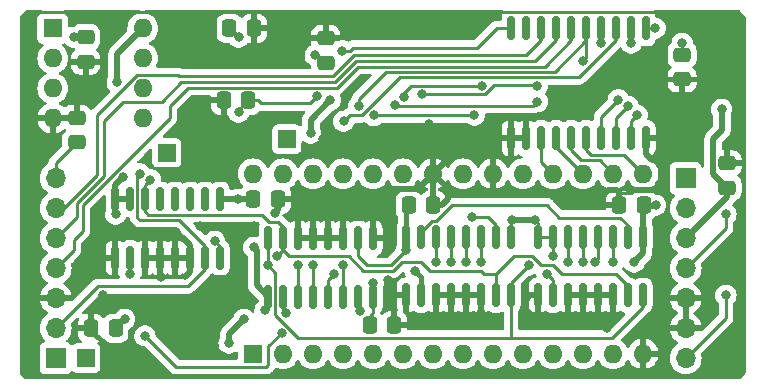
<source format=gbr>
%TF.GenerationSoftware,KiCad,Pcbnew,7.0.10*%
%TF.CreationDate,2024-02-26T12:25:31-08:00*%
%TF.ProjectId,vgaterm-top,76676174-6572-46d2-9d74-6f702e6b6963,rev?*%
%TF.SameCoordinates,Original*%
%TF.FileFunction,Copper,L2,Bot*%
%TF.FilePolarity,Positive*%
%FSLAX46Y46*%
G04 Gerber Fmt 4.6, Leading zero omitted, Abs format (unit mm)*
G04 Created by KiCad (PCBNEW 7.0.10) date 2024-02-26 12:25:31*
%MOMM*%
%LPD*%
G01*
G04 APERTURE LIST*
G04 Aperture macros list*
%AMRoundRect*
0 Rectangle with rounded corners*
0 $1 Rounding radius*
0 $2 $3 $4 $5 $6 $7 $8 $9 X,Y pos of 4 corners*
0 Add a 4 corners polygon primitive as box body*
4,1,4,$2,$3,$4,$5,$6,$7,$8,$9,$2,$3,0*
0 Add four circle primitives for the rounded corners*
1,1,$1+$1,$2,$3*
1,1,$1+$1,$4,$5*
1,1,$1+$1,$6,$7*
1,1,$1+$1,$8,$9*
0 Add four rect primitives between the rounded corners*
20,1,$1+$1,$2,$3,$4,$5,0*
20,1,$1+$1,$4,$5,$6,$7,0*
20,1,$1+$1,$6,$7,$8,$9,0*
20,1,$1+$1,$8,$9,$2,$3,0*%
G04 Aperture macros list end*
%TA.AperFunction,ComponentPad*%
%ADD10R,1.500000X1.500000*%
%TD*%
%TA.AperFunction,ComponentPad*%
%ADD11R,1.600000X1.600000*%
%TD*%
%TA.AperFunction,ComponentPad*%
%ADD12O,1.600000X1.600000*%
%TD*%
%TA.AperFunction,ComponentPad*%
%ADD13R,1.700000X1.700000*%
%TD*%
%TA.AperFunction,ComponentPad*%
%ADD14O,1.700000X1.700000*%
%TD*%
%TA.AperFunction,SMDPad,CuDef*%
%ADD15RoundRect,0.250000X-0.337500X-0.475000X0.337500X-0.475000X0.337500X0.475000X-0.337500X0.475000X0*%
%TD*%
%TA.AperFunction,SMDPad,CuDef*%
%ADD16RoundRect,0.250000X0.475000X-0.337500X0.475000X0.337500X-0.475000X0.337500X-0.475000X-0.337500X0*%
%TD*%
%TA.AperFunction,SMDPad,CuDef*%
%ADD17RoundRect,0.150000X-0.150000X0.825000X-0.150000X-0.825000X0.150000X-0.825000X0.150000X0.825000X0*%
%TD*%
%TA.AperFunction,SMDPad,CuDef*%
%ADD18RoundRect,0.250000X0.337500X0.475000X-0.337500X0.475000X-0.337500X-0.475000X0.337500X-0.475000X0*%
%TD*%
%TA.AperFunction,SMDPad,CuDef*%
%ADD19RoundRect,0.150000X0.150000X-0.825000X0.150000X0.825000X-0.150000X0.825000X-0.150000X-0.825000X0*%
%TD*%
%TA.AperFunction,SMDPad,CuDef*%
%ADD20RoundRect,0.150000X0.150000X-0.875000X0.150000X0.875000X-0.150000X0.875000X-0.150000X-0.875000X0*%
%TD*%
%TA.AperFunction,SMDPad,CuDef*%
%ADD21RoundRect,0.250000X-0.475000X0.337500X-0.475000X-0.337500X0.475000X-0.337500X0.475000X0.337500X0*%
%TD*%
%TA.AperFunction,ViaPad*%
%ADD22C,0.800000*%
%TD*%
%TA.AperFunction,Conductor*%
%ADD23C,0.400000*%
%TD*%
%TA.AperFunction,Conductor*%
%ADD24C,0.250000*%
%TD*%
%TA.AperFunction,Conductor*%
%ADD25C,0.500000*%
%TD*%
G04 APERTURE END LIST*
D10*
%TO.P,TP3,1,1*%
%TO.N,Net-(JP3-C)*%
X75946000Y-64262000D03*
%TD*%
D11*
%TO.P,U4,1,A14*%
%TO.N,/A14*%
X73097700Y-82426000D03*
D12*
%TO.P,U4,2,A12*%
%TO.N,/A12*%
X75637700Y-82426000D03*
%TO.P,U4,3,A7*%
%TO.N,/A7*%
X78177700Y-82426000D03*
%TO.P,U4,4,A6*%
%TO.N,/A6*%
X80717700Y-82426000D03*
%TO.P,U4,5,A5*%
%TO.N,/A5*%
X83257700Y-82426000D03*
%TO.P,U4,6,A4*%
%TO.N,/A4*%
X85797700Y-82426000D03*
%TO.P,U4,7,A3*%
%TO.N,/A3*%
X88337700Y-82426000D03*
%TO.P,U4,8,A2*%
%TO.N,/A2*%
X90877700Y-82426000D03*
%TO.P,U4,9,A1*%
%TO.N,/A1*%
X93417700Y-82426000D03*
%TO.P,U4,10,A0*%
%TO.N,/A0*%
X95957700Y-82426000D03*
%TO.P,U4,11,D0*%
%TO.N,Net-(U4-D0)*%
X98497700Y-82426000D03*
%TO.P,U4,12,D1*%
%TO.N,Net-(U4-D1)*%
X101037700Y-82426000D03*
%TO.P,U4,13,D2*%
%TO.N,Net-(U4-D2)*%
X103577700Y-82426000D03*
%TO.P,U4,14,GND*%
%TO.N,GND*%
X106117700Y-82426000D03*
%TO.P,U4,15,D3*%
%TO.N,Net-(U4-D3)*%
X106117700Y-67186000D03*
%TO.P,U4,16,D4*%
%TO.N,Net-(U4-D4)*%
X103577700Y-67186000D03*
%TO.P,U4,17,D5*%
%TO.N,Net-(U4-D5)*%
X101037700Y-67186000D03*
%TO.P,U4,18,D6*%
%TO.N,Net-(U4-D6)*%
X98497700Y-67186000D03*
%TO.P,U4,19,D7*%
%TO.N,/~{RESET}*%
X95957700Y-67186000D03*
%TO.P,U4,20,~{CS}*%
%TO.N,GND*%
X93417700Y-67186000D03*
%TO.P,U4,21,A10*%
%TO.N,/A10*%
X90877700Y-67186000D03*
%TO.P,U4,22,~{OE}*%
%TO.N,GND*%
X88337700Y-67186000D03*
%TO.P,U4,23,A11*%
%TO.N,/A11*%
X85797700Y-67186000D03*
%TO.P,U4,24,A9*%
%TO.N,/A9*%
X83257700Y-67186000D03*
%TO.P,U4,25,A8*%
%TO.N,/A8*%
X80717700Y-67186000D03*
%TO.P,U4,26,A13*%
%TO.N,/A13*%
X78177700Y-67186000D03*
%TO.P,U4,27,~{WE}*%
%TO.N,VCC*%
X75637700Y-67186000D03*
%TO.P,U4,28,VCC*%
X73097700Y-67186000D03*
%TD*%
D11*
%TO.P,X1,1,EN*%
%TO.N,VCC*%
X56134000Y-54864000D03*
D12*
%TO.P,X1,2*%
%TO.N,N/C*%
X56134000Y-57404000D03*
%TO.P,X1,3*%
X56134000Y-59944000D03*
%TO.P,X1,4,GND*%
%TO.N,GND*%
X56134000Y-62484000D03*
%TO.P,X1,5,OUT*%
%TO.N,Net-(X1-OUT)*%
X63754000Y-62484000D03*
%TO.P,X1,6*%
%TO.N,N/C*%
X63754000Y-59944000D03*
%TO.P,X1,7*%
X63754000Y-57404000D03*
%TO.P,X1,8,Vcc*%
%TO.N,VCC*%
X63754000Y-54864000D03*
%TD*%
D10*
%TO.P,TP2,1,1*%
%TO.N,/Clk*%
X65786000Y-65405000D03*
%TD*%
%TO.P,TP1,1,1*%
%TO.N,Net-(J1-Pin_1)*%
X58928000Y-82804000D03*
%TD*%
D13*
%TO.P,J2,1,Pin_1*%
%TO.N,/HSYNC_{sel}*%
X109728000Y-67564000D03*
D14*
%TO.P,J2,2,Pin_2*%
%TO.N,/VSYNC_{sel}*%
X109728000Y-70104000D03*
%TO.P,J2,3,Pin_3*%
%TO.N,VCC*%
X109728000Y-72644000D03*
%TO.P,J2,4,Pin_4*%
%TO.N,/VertVis*%
X109728000Y-75184000D03*
%TO.P,J2,5,Pin_5*%
%TO.N,GND*%
X109728000Y-77724000D03*
%TO.P,J2,6,Pin_6*%
X109728000Y-80264000D03*
%TO.P,J2,7,Pin_7*%
%TO.N,/HVis*%
X109728000Y-82804000D03*
%TD*%
D15*
%TO.P,C2,1*%
%TO.N,VCC*%
X82982200Y-80010000D03*
%TO.P,C2,2*%
%TO.N,GND*%
X85057200Y-80010000D03*
%TD*%
%TO.P,C16,1*%
%TO.N,/~{Clk}*%
X71098500Y-54864000D03*
%TO.P,C16,2*%
%TO.N,GND*%
X73173500Y-54864000D03*
%TD*%
D16*
%TO.P,C12,1*%
%TO.N,VCC*%
X58166000Y-64516000D03*
%TO.P,C12,2*%
%TO.N,GND*%
X58166000Y-62441000D03*
%TD*%
D17*
%TO.P,U2,1,~{MR}*%
%TO.N,/~{RESET}*%
X74367700Y-72650000D03*
%TO.P,U2,2,CP*%
%TO.N,/CLK_{sync}*%
X75637700Y-72650000D03*
%TO.P,U2,3,D0*%
%TO.N,GND*%
X76907700Y-72650000D03*
%TO.P,U2,4,D1*%
X78177700Y-72650000D03*
%TO.P,U2,5,D2*%
X79447700Y-72650000D03*
%TO.P,U2,6,D3*%
X80717700Y-72650000D03*
%TO.P,U2,7,CEP*%
%TO.N,VCC*%
X81987700Y-72650000D03*
%TO.P,U2,8,GND*%
%TO.N,GND*%
X83257700Y-72650000D03*
%TO.P,U2,9,~{PE}*%
%TO.N,VCC*%
X83257700Y-77600000D03*
%TO.P,U2,10,CET*%
%TO.N,Net-(U2-CET)*%
X81987700Y-77600000D03*
%TO.P,U2,11,Q3*%
%TO.N,/A11*%
X80717700Y-77600000D03*
%TO.P,U2,12,Q2*%
%TO.N,/A10*%
X79447700Y-77600000D03*
%TO.P,U2,13,Q1*%
%TO.N,/A9*%
X78177700Y-77600000D03*
%TO.P,U2,14,Q0*%
%TO.N,/A8*%
X76907700Y-77600000D03*
%TO.P,U2,15,TC*%
%TO.N,Net-(U1-CET)*%
X75637700Y-77600000D03*
%TO.P,U2,16,VCC*%
%TO.N,VCC*%
X74367700Y-77600000D03*
%TD*%
D18*
%TO.P,C5,1*%
%TO.N,VCC*%
X106160700Y-69850000D03*
%TO.P,C5,2*%
%TO.N,GND*%
X104085700Y-69850000D03*
%TD*%
D19*
%TO.P,U7,1,~{MR}*%
%TO.N,VCC*%
X70303700Y-74292000D03*
%TO.P,U7,2,CP*%
%TO.N,/Clk*%
X69033700Y-74292000D03*
%TO.P,U7,3,D0*%
%TO.N,GND*%
X67763700Y-74292000D03*
%TO.P,U7,4,D1*%
X66493700Y-74292000D03*
%TO.P,U7,5,D2*%
X65223700Y-74292000D03*
%TO.P,U7,6,D3*%
X63953700Y-74292000D03*
%TO.P,U7,7,CEP*%
%TO.N,VCC*%
X62683700Y-74292000D03*
%TO.P,U7,8,GND*%
%TO.N,GND*%
X61413700Y-74292000D03*
%TO.P,U7,9,~{PE}*%
%TO.N,VCC*%
X61413700Y-69342000D03*
%TO.P,U7,10,CET*%
X62683700Y-69342000D03*
%TO.P,U7,11,Q3*%
%TO.N,/CLK_{sync}*%
X63953700Y-69342000D03*
%TO.P,U7,12,Q2*%
%TO.N,unconnected-(U7-Q2-Pad12)*%
X65223700Y-69342000D03*
%TO.P,U7,13,Q1*%
%TO.N,unconnected-(U7-Q1-Pad13)*%
X66493700Y-69342000D03*
%TO.P,U7,14,Q0*%
%TO.N,unconnected-(U7-Q0-Pad14)*%
X67763700Y-69342000D03*
%TO.P,U7,15,TC*%
%TO.N,unconnected-(U7-TC-Pad15)*%
X69033700Y-69342000D03*
%TO.P,U7,16,VCC*%
%TO.N,VCC*%
X70303700Y-69342000D03*
%TD*%
D13*
%TO.P,J1,1,Pin_1*%
%TO.N,Net-(J1-Pin_1)*%
X56388000Y-82804000D03*
D14*
%TO.P,J1,2,Pin_2*%
%TO.N,/Clk*%
X56388000Y-80264000D03*
%TO.P,J1,3,Pin_3*%
%TO.N,GND*%
X56388000Y-77724000D03*
%TO.P,J1,4,Pin_4*%
%TO.N,/Vis*%
X56388000Y-75184000D03*
%TO.P,J1,5,Pin_5*%
%TO.N,/~{Vis}*%
X56388000Y-72644000D03*
%TO.P,J1,6,Pin_6*%
%TO.N,/~{StartFrame}*%
X56388000Y-70104000D03*
%TO.P,J1,7,Pin_7*%
%TO.N,VCC*%
X56388000Y-67564000D03*
%TD*%
D19*
%TO.P,U5,1,~{MR}*%
%TO.N,/~{RESET}*%
X106117700Y-77470000D03*
%TO.P,U5,2,CP*%
%TO.N,/CLK_{sync}*%
X104847700Y-77470000D03*
%TO.P,U5,3,D0*%
%TO.N,GND*%
X103577700Y-77470000D03*
%TO.P,U5,4,D1*%
X102307700Y-77470000D03*
%TO.P,U5,5,D2*%
X101037700Y-77470000D03*
%TO.P,U5,6,D3*%
X99767700Y-77470000D03*
%TO.P,U5,7,CEP*%
%TO.N,VCC*%
X98497700Y-77470000D03*
%TO.P,U5,8,GND*%
%TO.N,GND*%
X97227700Y-77470000D03*
%TO.P,U5,9,~{PE}*%
%TO.N,VCC*%
X97227700Y-72520000D03*
%TO.P,U5,10,CET*%
X98497700Y-72520000D03*
%TO.P,U5,11,Q3*%
%TO.N,/A3*%
X99767700Y-72520000D03*
%TO.P,U5,12,Q2*%
%TO.N,/A2*%
X101037700Y-72520000D03*
%TO.P,U5,13,Q1*%
%TO.N,/A1*%
X102307700Y-72520000D03*
%TO.P,U5,14,Q0*%
%TO.N,/A0*%
X103577700Y-72520000D03*
%TO.P,U5,15,TC*%
%TO.N,Net-(U3-CET)*%
X104847700Y-72520000D03*
%TO.P,U5,16,VCC*%
%TO.N,VCC*%
X106117700Y-72520000D03*
%TD*%
D18*
%TO.P,C15,1*%
%TO.N,/Clk*%
X72687000Y-60960000D03*
%TO.P,C15,2*%
%TO.N,GND*%
X70612000Y-60960000D03*
%TD*%
D15*
%TO.P,C3,1*%
%TO.N,VCC*%
X86262700Y-69850000D03*
%TO.P,C3,2*%
%TO.N,GND*%
X88337700Y-69850000D03*
%TD*%
D20*
%TO.P,U6,1,OE*%
%TO.N,GND*%
X106371700Y-64164000D03*
%TO.P,U6,2,D0*%
%TO.N,Net-(U4-D0)*%
X105101700Y-64164000D03*
%TO.P,U6,3,D1*%
%TO.N,Net-(U4-D1)*%
X103831700Y-64164000D03*
%TO.P,U6,4,D2*%
%TO.N,Net-(U4-D2)*%
X102561700Y-64164000D03*
%TO.P,U6,5,D3*%
%TO.N,Net-(U4-D3)*%
X101291700Y-64164000D03*
%TO.P,U6,6,D4*%
%TO.N,Net-(U4-D4)*%
X100021700Y-64164000D03*
%TO.P,U6,7,D5*%
%TO.N,Net-(U4-D5)*%
X98751700Y-64164000D03*
%TO.P,U6,8,D6*%
%TO.N,Net-(U4-D6)*%
X97481700Y-64164000D03*
%TO.P,U6,9,D7*%
%TO.N,GND*%
X96211700Y-64164000D03*
%TO.P,U6,10,GND*%
X94941700Y-64164000D03*
%TO.P,U6,11,Cp*%
%TO.N,Net-(JP3-C)*%
X94941700Y-54864000D03*
%TO.P,U6,12,Q7*%
%TO.N,unconnected-(U6-Q7-Pad12)*%
X96211700Y-54864000D03*
%TO.P,U6,13,Q6*%
%TO.N,/~{StartFrame}*%
X97481700Y-54864000D03*
%TO.P,U6,14,Q5*%
%TO.N,/~{Vis}*%
X98751700Y-54864000D03*
%TO.P,U6,15,Q4*%
%TO.N,/Vis*%
X100021700Y-54864000D03*
%TO.P,U6,16,Q3*%
%TO.N,/Vsync*%
X101291700Y-54864000D03*
%TO.P,U6,17,Q2*%
%TO.N,/VertVis*%
X102561700Y-54864000D03*
%TO.P,U6,18,Q1*%
%TO.N,/HSync*%
X103831700Y-54864000D03*
%TO.P,U6,19,Q0*%
%TO.N,/HVis*%
X105101700Y-54864000D03*
%TO.P,U6,20,VCC*%
%TO.N,VCC*%
X106371700Y-54864000D03*
%TD*%
D21*
%TO.P,C6,1*%
%TO.N,VCC*%
X109419700Y-57128500D03*
%TO.P,C6,2*%
%TO.N,GND*%
X109419700Y-59203500D03*
%TD*%
D16*
%TO.P,C13,1*%
%TO.N,VCC*%
X113229700Y-68369000D03*
%TO.P,C13,2*%
%TO.N,GND*%
X113229700Y-66294000D03*
%TD*%
D21*
%TO.P,C9,1*%
%TO.N,VCC*%
X58928000Y-55626000D03*
%TO.P,C9,2*%
%TO.N,GND*%
X58928000Y-57701000D03*
%TD*%
D15*
%TO.P,C4,1*%
%TO.N,VCC*%
X73130500Y-69342000D03*
%TO.P,C4,2*%
%TO.N,GND*%
X75205500Y-69342000D03*
%TD*%
D16*
%TO.P,C8,1*%
%TO.N,VCC*%
X79248000Y-57785000D03*
%TO.P,C8,2*%
%TO.N,GND*%
X79248000Y-55710000D03*
%TD*%
D18*
%TO.P,C1,1*%
%TO.N,VCC*%
X61456700Y-80264000D03*
%TO.P,C1,2*%
%TO.N,GND*%
X59381700Y-80264000D03*
%TD*%
D19*
%TO.P,U3,1,~{MR}*%
%TO.N,/~{RESET}*%
X94941700Y-77470000D03*
%TO.P,U3,2,CP*%
%TO.N,/CLK_{sync}*%
X93671700Y-77470000D03*
%TO.P,U3,3,D0*%
%TO.N,GND*%
X92401700Y-77470000D03*
%TO.P,U3,4,D1*%
X91131700Y-77470000D03*
%TO.P,U3,5,D2*%
X89861700Y-77470000D03*
%TO.P,U3,6,D3*%
X88591700Y-77470000D03*
%TO.P,U3,7,CEP*%
%TO.N,VCC*%
X87321700Y-77470000D03*
%TO.P,U3,8,GND*%
%TO.N,GND*%
X86051700Y-77470000D03*
%TO.P,U3,9,~{PE}*%
%TO.N,VCC*%
X86051700Y-72520000D03*
%TO.P,U3,10,CET*%
%TO.N,Net-(U3-CET)*%
X87321700Y-72520000D03*
%TO.P,U3,11,Q3*%
%TO.N,/A7*%
X88591700Y-72520000D03*
%TO.P,U3,12,Q2*%
%TO.N,/A6*%
X89861700Y-72520000D03*
%TO.P,U3,13,Q1*%
%TO.N,/A5*%
X91131700Y-72520000D03*
%TO.P,U3,14,Q0*%
%TO.N,/A4*%
X92401700Y-72520000D03*
%TO.P,U3,15,TC*%
%TO.N,Net-(U2-CET)*%
X93671700Y-72520000D03*
%TO.P,U3,16,VCC*%
%TO.N,VCC*%
X94941700Y-72520000D03*
%TD*%
D22*
%TO.N,VCC*%
X62230000Y-79502000D03*
%TO.N,GND*%
X73152000Y-71628000D03*
X74930000Y-70522000D03*
%TO.N,VCC*%
X62107653Y-67441653D03*
%TO.N,GND*%
X67314653Y-67568653D03*
X68580000Y-71628000D03*
X66548000Y-72136000D03*
%TO.N,VCC*%
X69850000Y-72898000D03*
X73152000Y-73406000D03*
X107188000Y-69850000D03*
%TO.N,GND*%
X87952630Y-62967566D03*
X91694000Y-64262000D03*
%TO.N,VCC*%
X71065700Y-81534000D03*
X97989700Y-75692000D03*
X57912000Y-55626000D03*
X96973700Y-71120000D03*
X79629000Y-60960000D03*
X105355700Y-74676000D03*
X112776000Y-61722000D03*
X77978000Y-63754000D03*
X61468000Y-70612000D03*
X98497700Y-74168000D03*
X62683700Y-75692000D03*
X71827700Y-69342000D03*
X107133700Y-54864000D03*
X109419700Y-56134000D03*
X78359000Y-57150000D03*
X72335700Y-79502000D03*
X86051700Y-73660000D03*
X86813700Y-75438000D03*
X95021200Y-71120000D03*
X74113700Y-78740000D03*
X61595000Y-59436000D03*
X83257700Y-76454000D03*
%TO.N,GND*%
X67509700Y-79248000D03*
X69596000Y-57912000D03*
X66548000Y-63500000D03*
X96207401Y-77719701D03*
X103069700Y-80264000D03*
X70049700Y-66294000D03*
X69596000Y-64008000D03*
X66548000Y-57658000D03*
X71628000Y-57912000D03*
X84527700Y-73660000D03*
X65278000Y-75946000D03*
X92401700Y-78994000D03*
X84527700Y-76200000D03*
X60397700Y-77470000D03*
X63953700Y-79248000D03*
X71628000Y-64008000D03*
X78994000Y-64262000D03*
%TO.N,/~{Clk}*%
X71882000Y-55626000D03*
%TO.N,/Clk*%
X78486000Y-60611000D03*
X63500000Y-67183000D03*
X71882000Y-61976000D03*
%TO.N,/VertVis*%
X113134200Y-70612000D03*
X102561700Y-56134000D03*
%TO.N,/HVis*%
X105101700Y-56134000D03*
X113134200Y-77470000D03*
%TO.N,/~{RESET}*%
X74363401Y-74925701D03*
X96442650Y-74915550D03*
%TO.N,/CLK_{sync}*%
X75125401Y-74163701D03*
X64389000Y-67691000D03*
%TO.N,Net-(U1-CET)*%
X63944827Y-80910500D03*
X75895999Y-78989701D03*
X75506401Y-80649299D03*
%TO.N,Net-(U2-CET)*%
X91639700Y-70866000D03*
X82171036Y-78829806D03*
%TO.N,/A11*%
X80717700Y-74930000D03*
%TO.N,/A10*%
X79955700Y-75692000D03*
%TO.N,/A9*%
X78177700Y-74930000D03*
%TO.N,/A8*%
X76907700Y-74930000D03*
%TO.N,/A7*%
X88591700Y-74676000D03*
%TO.N,/A6*%
X89861700Y-74676000D03*
%TO.N,/A5*%
X91131700Y-74676000D03*
%TO.N,/A4*%
X92401700Y-74676000D03*
%TO.N,/A3*%
X99767700Y-74676000D03*
%TO.N,/A2*%
X101033401Y-74671701D03*
%TO.N,/A1*%
X102053700Y-74676000D03*
%TO.N,/A0*%
X103577700Y-74676000D03*
%TO.N,Net-(U4-D0)*%
X105609700Y-62230000D03*
%TO.N,Net-(U4-D1)*%
X104847700Y-61468000D03*
%TO.N,Net-(U4-D2)*%
X104016064Y-60913576D03*
%TO.N,/Vsync*%
X101064850Y-57630850D03*
X82042000Y-61468000D03*
%TO.N,/HSync*%
X80772000Y-62738000D03*
%TO.N,/HSYNC_{1}*%
X91821000Y-62230000D03*
X83321305Y-62239306D03*
%TO.N,/VSYNC_{1}*%
X97155000Y-61087000D03*
X85083777Y-61346186D03*
%TO.N,/HSYNC_{2}*%
X85852000Y-60706000D03*
X92456000Y-59733000D03*
%TO.N,/VSYNC_{2}*%
X87376000Y-60458000D03*
X97155000Y-59733000D03*
%TO.N,Net-(JP3-C)*%
X80645000Y-56767000D03*
%TD*%
D23*
%TO.N,GND*%
X59381700Y-80463700D02*
X60452000Y-81534000D01*
D24*
X59381700Y-80264000D02*
X59381700Y-80463700D01*
%TO.N,VCC*%
X61468000Y-80264000D02*
X62230000Y-79502000D01*
X61456700Y-80264000D02*
X61468000Y-80264000D01*
D25*
%TO.N,GND*%
X75205500Y-70104000D02*
X75205500Y-70246500D01*
X75205500Y-70246500D02*
X74930000Y-70522000D01*
X75205500Y-69342000D02*
X75205500Y-70104000D01*
%TO.N,VCC*%
X61413700Y-68135606D02*
X62107653Y-67441653D01*
X61413700Y-69342000D02*
X61413700Y-68135606D01*
%TO.N,GND*%
X67056000Y-72517000D02*
X66929000Y-72517000D01*
X66929000Y-72517000D02*
X66548000Y-72136000D01*
D24*
%TO.N,VCC*%
X70303700Y-73351700D02*
X69850000Y-72898000D01*
X70303700Y-74292000D02*
X70303700Y-73351700D01*
D25*
X73406000Y-73660000D02*
X73152000Y-73406000D01*
X73406000Y-76454000D02*
X73406000Y-73660000D01*
X73406000Y-76638300D02*
X73406000Y-76454000D01*
X74367700Y-77600000D02*
X73406000Y-76638300D01*
%TO.N,GND*%
X105156000Y-68580000D02*
X106934000Y-68580000D01*
D24*
X104085700Y-68779700D02*
X104956300Y-68779700D01*
X104956300Y-68779700D02*
X105156000Y-68580000D01*
D25*
X103886000Y-68580000D02*
X103124000Y-68580000D01*
D24*
X104085700Y-69850000D02*
X104085700Y-68779700D01*
X104085700Y-68779700D02*
X103886000Y-68580000D01*
%TO.N,VCC*%
X107145000Y-69893000D02*
X107188000Y-69850000D01*
D25*
X106117700Y-69893000D02*
X107145000Y-69893000D01*
D24*
X98497700Y-76200000D02*
X97989700Y-75692000D01*
X84781700Y-74930000D02*
X82749700Y-74930000D01*
D25*
X95021200Y-71120000D02*
X96973700Y-71120000D01*
X112054700Y-67194000D02*
X112054700Y-64221300D01*
X77978000Y-62611000D02*
X77978000Y-63754000D01*
X61595000Y-57023000D02*
X63754000Y-54864000D01*
X113229700Y-68369000D02*
X112054700Y-67194000D01*
X106117700Y-72520000D02*
X106117700Y-69893000D01*
D23*
X87321700Y-75946000D02*
X86813700Y-75438000D01*
D24*
X109419700Y-57128500D02*
X109419700Y-56134000D01*
X74367700Y-77600000D02*
X74367700Y-78486000D01*
X86051700Y-72520000D02*
X86051700Y-73660000D01*
D25*
X71065700Y-80772000D02*
X72335700Y-79502000D01*
D24*
X81987700Y-74168000D02*
X81987700Y-72650000D01*
X106117700Y-69893000D02*
X106160700Y-69850000D01*
D25*
X61413700Y-69342000D02*
X61413700Y-70557700D01*
D24*
X83257700Y-78994000D02*
X83257700Y-77600000D01*
D25*
X71065700Y-81534000D02*
X71065700Y-80772000D01*
D24*
X106371700Y-54864000D02*
X107133700Y-54864000D01*
X82982200Y-79269500D02*
X82982200Y-80010000D01*
X83257700Y-77600000D02*
X83257700Y-76454000D01*
X78994000Y-57785000D02*
X78359000Y-57150000D01*
D25*
X106117700Y-72520000D02*
X106117700Y-73914000D01*
D24*
X58928000Y-55626000D02*
X57912000Y-55626000D01*
D25*
X112776000Y-63500000D02*
X112776000Y-61722000D01*
X79629000Y-60960000D02*
X77978000Y-62611000D01*
X112054700Y-64221300D02*
X112776000Y-63500000D01*
D24*
X56388000Y-67564000D02*
X56388000Y-66294000D01*
D23*
X86051700Y-70061000D02*
X86262700Y-69850000D01*
D25*
X71827700Y-69342000D02*
X73130500Y-69342000D01*
D24*
X97227700Y-72520000D02*
X97227700Y-71374000D01*
D25*
X106117700Y-73914000D02*
X105355700Y-74676000D01*
D24*
X82749700Y-74930000D02*
X81987700Y-74168000D01*
D25*
X70303700Y-69342000D02*
X71827700Y-69342000D01*
X61595000Y-57023000D02*
X61595000Y-59436000D01*
D24*
X94941700Y-71199500D02*
X95021200Y-71120000D01*
X97227700Y-71374000D02*
X96973700Y-71120000D01*
X97227700Y-72520000D02*
X98497700Y-72520000D01*
D23*
X87321700Y-77470000D02*
X87321700Y-75946000D01*
D24*
X86051700Y-73660000D02*
X84781700Y-74930000D01*
D25*
X113229700Y-69142300D02*
X113229700Y-68369000D01*
D24*
X56388000Y-66294000D02*
X58166000Y-64516000D01*
D25*
X109728000Y-72644000D02*
X113229700Y-69142300D01*
X61413700Y-70557700D02*
X61468000Y-70612000D01*
D24*
X94941700Y-72520000D02*
X94941700Y-71199500D01*
X83257700Y-78994000D02*
X82982200Y-79269500D01*
X98497700Y-72520000D02*
X98497700Y-74168000D01*
D25*
X61413700Y-69342000D02*
X62683700Y-69342000D01*
D24*
X79248000Y-57785000D02*
X78994000Y-57785000D01*
X98497700Y-77470000D02*
X98497700Y-76200000D01*
X62683700Y-74292000D02*
X62683700Y-75692000D01*
D23*
X86051700Y-72520000D02*
X86051700Y-70061000D01*
D24*
X74367700Y-78486000D02*
X74113700Y-78740000D01*
D25*
%TO.N,GND*%
X84925700Y-68436000D02*
X84781700Y-68580000D01*
D24*
X94054700Y-53465000D02*
X95578700Y-53465000D01*
D25*
X89099700Y-69850000D02*
X89607700Y-69342000D01*
X87087700Y-68436000D02*
X84925700Y-68436000D01*
X67763700Y-73224700D02*
X67056000Y-72517000D01*
D24*
X64645000Y-53465000D02*
X64770000Y-53465000D01*
X95578700Y-53465000D02*
X95703700Y-53465000D01*
D25*
X106371700Y-65532000D02*
X106879700Y-66040000D01*
X88337700Y-67186000D02*
X89662000Y-65861700D01*
X88337700Y-69850000D02*
X89099700Y-69850000D01*
X97227700Y-77470000D02*
X96457102Y-77470000D01*
X67763700Y-75492300D02*
X67310000Y-75946000D01*
D24*
X85035700Y-77470000D02*
X84527700Y-76962000D01*
D25*
X89662000Y-65861700D02*
X89662000Y-65786000D01*
X89731700Y-68580000D02*
X90115700Y-68580000D01*
D24*
X54993000Y-53465000D02*
X57785000Y-53465000D01*
D25*
X106371700Y-64164000D02*
X106371700Y-65532000D01*
X88337700Y-69850000D02*
X88337700Y-67186000D01*
D24*
X95703700Y-53465000D02*
X107258700Y-53465000D01*
X57785000Y-53465000D02*
X64645000Y-53465000D01*
D25*
X88337700Y-67186000D02*
X89731700Y-68580000D01*
D24*
X84527700Y-76962000D02*
X84527700Y-76200000D01*
D25*
X67763700Y-74292000D02*
X67763700Y-73224700D01*
D24*
X86051700Y-77470000D02*
X85035700Y-77470000D01*
X54991000Y-53467000D02*
X54993000Y-53465000D01*
D25*
X67763700Y-74292000D02*
X67763700Y-75492300D01*
X88337700Y-67186000D02*
X87087700Y-68436000D01*
D24*
X94054700Y-53465000D02*
X93671700Y-53848000D01*
X96457102Y-77470000D02*
X96207401Y-77719701D01*
%TO.N,/~{Clk}*%
X71098500Y-54864000D02*
X71120000Y-54864000D01*
X71120000Y-54864000D02*
X71882000Y-55626000D01*
%TO.N,/Clk*%
X66808699Y-71092000D02*
X63484608Y-71092000D01*
X67592699Y-76708000D02*
X69033700Y-75266999D01*
X69033700Y-75266999D02*
X69033700Y-74292000D01*
X63484608Y-71092000D02*
X63308700Y-70916092D01*
X63308700Y-70916092D02*
X63308700Y-67374300D01*
X59944000Y-76708000D02*
X67592699Y-76708000D01*
X78486000Y-60611000D02*
X77883000Y-61214000D01*
X77883000Y-61214000D02*
X73787000Y-61214000D01*
X69033700Y-74292000D02*
X69033700Y-73317001D01*
X73787000Y-61214000D02*
X73533000Y-60960000D01*
X71882000Y-61765000D02*
X72687000Y-60960000D01*
X73533000Y-60960000D02*
X72687000Y-60960000D01*
X56388000Y-80264000D02*
X59944000Y-76708000D01*
X71882000Y-61976000D02*
X71882000Y-61765000D01*
X69033700Y-73317001D02*
X66808699Y-71092000D01*
X63308700Y-67374300D02*
X63500000Y-67183000D01*
%TO.N,/Vis*%
X66040000Y-62484000D02*
X66040000Y-61468000D01*
X57912000Y-73660000D02*
X57912000Y-72781701D01*
X58674000Y-72019701D02*
X58674000Y-69850000D01*
X66040000Y-61468000D02*
X67622000Y-59886000D01*
X58674000Y-69850000D02*
X66040000Y-62484000D01*
X81974396Y-58108000D02*
X97802699Y-58108000D01*
X57912000Y-72781701D02*
X58674000Y-72019701D01*
X100021700Y-55888999D02*
X100021700Y-54864000D01*
X80196396Y-59886000D02*
X81974396Y-58108000D01*
X97802699Y-58108000D02*
X100021700Y-55888999D01*
X67622000Y-59886000D02*
X80196396Y-59886000D01*
X56388000Y-75184000D02*
X57912000Y-73660000D01*
%TO.N,/~{Vis}*%
X58202548Y-70829452D02*
X58202548Y-69632548D01*
X60452000Y-62738000D02*
X62121000Y-61069000D01*
X58202548Y-69632548D02*
X60452000Y-67383096D01*
X65356009Y-61069000D02*
X66989009Y-59436000D01*
X96982700Y-57658000D02*
X81788000Y-57658000D01*
X98751700Y-54864000D02*
X98751700Y-55888999D01*
X98751700Y-55888999D02*
X96982700Y-57658000D01*
X80010000Y-59436000D02*
X66989009Y-59436000D01*
X56388000Y-72644000D02*
X58202548Y-70829452D01*
X60452000Y-67383096D02*
X60452000Y-62738000D01*
X62121000Y-61069000D02*
X65356009Y-61069000D01*
X81788000Y-57658000D02*
X80010000Y-59436000D01*
%TO.N,/~{StartFrame}*%
X57094700Y-70104000D02*
X59888700Y-67310000D01*
X81659604Y-57150000D02*
X96221005Y-57150000D01*
X96221005Y-57150000D02*
X97481700Y-55889305D01*
X97481700Y-55889305D02*
X97481700Y-54864000D01*
X66860613Y-58928000D02*
X79881604Y-58928000D01*
X63288009Y-58819000D02*
X66751613Y-58819000D01*
X66751613Y-58819000D02*
X66860613Y-58928000D01*
X56388000Y-70104000D02*
X57094700Y-70104000D01*
X59888700Y-67310000D02*
X59888700Y-62218309D01*
X79881604Y-58928000D02*
X81659604Y-57150000D01*
X59888700Y-62218309D02*
X63288009Y-58819000D01*
%TO.N,/VertVis*%
X113134200Y-70612000D02*
X113134200Y-71777800D01*
X113134200Y-71777800D02*
X109728000Y-75184000D01*
X102561700Y-54864000D02*
X102561700Y-56134000D01*
%TO.N,/HVis*%
X105101700Y-54864000D02*
X105101700Y-56134000D01*
X113134200Y-79397800D02*
X109728000Y-82804000D01*
X113134200Y-77470000D02*
X113134200Y-79397800D01*
%TO.N,/~{RESET}*%
X96442650Y-74915550D02*
X94941700Y-76416500D01*
X74992700Y-79111000D02*
X74992700Y-75555000D01*
X74363401Y-74925701D02*
X74363401Y-72654299D01*
X74363401Y-72654299D02*
X74367700Y-72650000D01*
X76941700Y-81060000D02*
X74992700Y-79111000D01*
X106117700Y-78444999D02*
X106117700Y-77470000D01*
X76941700Y-81060000D02*
X94941700Y-81060000D01*
X94941700Y-81060000D02*
X103502699Y-81060000D01*
X103502699Y-81060000D02*
X106117700Y-78444999D01*
X94941700Y-77470000D02*
X94941700Y-81060000D01*
X74992700Y-75555000D02*
X74363401Y-74925701D01*
X94941700Y-76416500D02*
X94941700Y-77470000D01*
%TO.N,/CLK_{sync}*%
X75637700Y-72650000D02*
X75637700Y-73651402D01*
X95195700Y-74168000D02*
X93671700Y-75692000D01*
X103831700Y-75692000D02*
X104847700Y-76708000D01*
X64237700Y-70642000D02*
X73817000Y-70642000D01*
X74422000Y-71247000D02*
X75209699Y-71247000D01*
X75209699Y-71247000D02*
X75637700Y-71675001D01*
X63953700Y-68126300D02*
X64389000Y-67691000D01*
X63953700Y-70358000D02*
X64237700Y-70642000D01*
X75637700Y-73651402D02*
X75125401Y-74163701D01*
X95195700Y-74168000D02*
X96719700Y-74168000D01*
X75637700Y-71675001D02*
X75637700Y-72650000D01*
X75637700Y-73624999D02*
X75637700Y-72650000D01*
X82437700Y-75380000D02*
X81225700Y-74168000D01*
X73817000Y-70642000D02*
X74422000Y-71247000D01*
X63953700Y-69342000D02*
X63953700Y-70358000D01*
X88083700Y-75438000D02*
X87321700Y-74676000D01*
X96719700Y-74168000D02*
X97481700Y-74930000D01*
X92655700Y-75692000D02*
X92401700Y-75438000D01*
X84968096Y-75380000D02*
X82437700Y-75380000D01*
X81225700Y-74168000D02*
X76180701Y-74168000D01*
X85672096Y-74676000D02*
X84968096Y-75380000D01*
X104847700Y-76708000D02*
X104847700Y-77470000D01*
X93671700Y-77470000D02*
X93671700Y-75692000D01*
X63953700Y-69342000D02*
X63953700Y-68126300D01*
X97481700Y-74930000D02*
X98497700Y-74930000D01*
X98497700Y-74930000D02*
X99259700Y-75692000D01*
X76180701Y-74168000D02*
X75637700Y-73624999D01*
X92401700Y-75438000D02*
X88083700Y-75438000D01*
X87321700Y-74676000D02*
X85672096Y-74676000D01*
X99259700Y-75692000D02*
X103831700Y-75692000D01*
X93671700Y-75692000D02*
X92655700Y-75692000D01*
%TO.N,Net-(U1-CET)*%
X63944827Y-80910500D02*
X66585327Y-83551000D01*
X75637700Y-77600000D02*
X75637700Y-78731402D01*
X66585327Y-83551000D02*
X74222700Y-83551000D01*
X74367700Y-81788000D02*
X75506401Y-80649299D01*
X74222700Y-83551000D02*
X74367700Y-83406000D01*
X74367700Y-83406000D02*
X74367700Y-81788000D01*
X75637700Y-78731402D02*
X75895999Y-78989701D01*
%TO.N,Net-(U2-CET)*%
X91639700Y-70866000D02*
X92992699Y-70866000D01*
X81987700Y-77600000D02*
X81987700Y-78646470D01*
X81987700Y-78646470D02*
X82171036Y-78829806D01*
X92992699Y-70866000D02*
X93671700Y-71545001D01*
X93671700Y-71545001D02*
X93671700Y-72520000D01*
%TO.N,/A11*%
X80717700Y-74930000D02*
X80717700Y-77600000D01*
%TO.N,/A10*%
X79447700Y-76200000D02*
X79955700Y-75692000D01*
X79447700Y-77600000D02*
X79447700Y-76200000D01*
%TO.N,/A9*%
X78177700Y-74930000D02*
X78177700Y-77600000D01*
%TO.N,/A8*%
X76907700Y-74930000D02*
X76907700Y-77600000D01*
%TO.N,Net-(U3-CET)*%
X87321700Y-72520000D02*
X87321700Y-72139092D01*
X104847700Y-71545001D02*
X104847700Y-72520000D01*
X89970300Y-69850000D02*
X97989700Y-69850000D01*
X88240792Y-71220000D02*
X88600300Y-71220000D01*
X99039700Y-70900000D02*
X104202699Y-70900000D01*
X87321700Y-72139092D02*
X88240792Y-71220000D01*
X104202699Y-70900000D02*
X104847700Y-71545001D01*
X88600300Y-71220000D02*
X89970300Y-69850000D01*
X97989700Y-69850000D02*
X99039700Y-70900000D01*
%TO.N,/A7*%
X88591700Y-74676000D02*
X88591700Y-72520000D01*
%TO.N,/A6*%
X89861700Y-74676000D02*
X89861700Y-72520000D01*
%TO.N,/A5*%
X91131700Y-74676000D02*
X91131700Y-72520000D01*
%TO.N,/A4*%
X92401700Y-74676000D02*
X92401700Y-72520000D01*
%TO.N,/A3*%
X99767700Y-74676000D02*
X99767700Y-72520000D01*
%TO.N,/A2*%
X101033401Y-74671701D02*
X101033401Y-72524299D01*
X101033401Y-72524299D02*
X101037700Y-72520000D01*
%TO.N,/A1*%
X102307700Y-74422000D02*
X102053700Y-74676000D01*
X102307700Y-72520000D02*
X102307700Y-74422000D01*
%TO.N,/A0*%
X103577700Y-74676000D02*
X103577700Y-72520000D01*
%TO.N,Net-(U4-D0)*%
X105101700Y-62738000D02*
X105609700Y-62230000D01*
X105101700Y-64164000D02*
X105101700Y-62738000D01*
%TO.N,Net-(U4-D1)*%
X103831700Y-62484000D02*
X103831700Y-64164000D01*
X104847700Y-61468000D02*
X103831700Y-62484000D01*
%TO.N,Net-(U4-D2)*%
X102561700Y-64164000D02*
X102561700Y-62367940D01*
X102561700Y-62367940D02*
X104016064Y-60913576D01*
%TO.N,Net-(U4-D3)*%
X101291700Y-65188999D02*
X101692701Y-65590000D01*
X101291700Y-64164000D02*
X101291700Y-65188999D01*
X104521700Y-65590000D02*
X106117700Y-67186000D01*
X101692701Y-65590000D02*
X104521700Y-65590000D01*
%TO.N,Net-(U4-D4)*%
X100021700Y-64164000D02*
X100021700Y-65188999D01*
X100872701Y-66040000D02*
X102431700Y-66040000D01*
X100021700Y-65188999D02*
X100872701Y-66040000D01*
X102431700Y-66040000D02*
X103577700Y-67186000D01*
%TO.N,Net-(U4-D5)*%
X98751700Y-64164000D02*
X98751700Y-64900000D01*
X98751700Y-64900000D02*
X101037700Y-67186000D01*
%TO.N,Net-(U4-D6)*%
X97481700Y-66170000D02*
X97481700Y-64164000D01*
X98497700Y-67186000D02*
X97481700Y-66170000D01*
%TO.N,/Vsync*%
X84381102Y-58558000D02*
X98622699Y-58558000D01*
X82042000Y-61468000D02*
X82042000Y-60897102D01*
X98622699Y-58558000D02*
X101291700Y-55888999D01*
X101291700Y-57404000D02*
X101064850Y-57630850D01*
X82042000Y-60897102D02*
X84381102Y-58558000D01*
X101291700Y-54864000D02*
X101291700Y-57404000D01*
X101291700Y-55888999D02*
X101291700Y-54864000D01*
%TO.N,/HSync*%
X80772000Y-62738000D02*
X81280000Y-62230000D01*
X82305305Y-62230000D02*
X85527305Y-59008000D01*
X100713005Y-59008000D02*
X85598000Y-59008000D01*
X103831700Y-54864000D02*
X103831700Y-55889305D01*
X81280000Y-62230000D02*
X82305305Y-62230000D01*
X103831700Y-55889305D02*
X100713005Y-59008000D01*
X85527305Y-59008000D02*
X85598000Y-59008000D01*
%TO.N,/HSYNC_{1}*%
X91811694Y-62239306D02*
X91821000Y-62230000D01*
X83321305Y-62239306D02*
X91811694Y-62239306D01*
%TO.N,/VSYNC_{1}*%
X85168591Y-61431000D02*
X96811000Y-61431000D01*
X85083777Y-61346186D02*
X85168591Y-61431000D01*
X96811000Y-61431000D02*
X97155000Y-61087000D01*
%TO.N,/HSYNC_{2}*%
X85852000Y-60325000D02*
X86444000Y-59733000D01*
X85852000Y-60706000D02*
X85852000Y-60325000D01*
X86444000Y-59733000D02*
X92456000Y-59733000D01*
%TO.N,/VSYNC_{2}*%
X87376000Y-60458000D02*
X92756305Y-60458000D01*
X92756305Y-60458000D02*
X93524305Y-59690000D01*
X93524305Y-59690000D02*
X97112000Y-59690000D01*
X97112000Y-59690000D02*
X97155000Y-59733000D01*
%TO.N,Net-(JP3-C)*%
X81282000Y-56767000D02*
X81534000Y-56515000D01*
X93726000Y-54873306D02*
X93726000Y-54864000D01*
X81534000Y-56515000D02*
X92084306Y-56515000D01*
X80645000Y-56767000D02*
X81282000Y-56767000D01*
X93726000Y-54864000D02*
X94941700Y-54864000D01*
X92084306Y-56515000D02*
X93726000Y-54873306D01*
%TD*%
%TA.AperFunction,Conductor*%
%TO.N,GND*%
G36*
X109978000Y-79828498D02*
G01*
X109870315Y-79779320D01*
X109763763Y-79764000D01*
X109692237Y-79764000D01*
X109585685Y-79779320D01*
X109478000Y-79828498D01*
X109478000Y-78159501D01*
X109585685Y-78208680D01*
X109692237Y-78224000D01*
X109763763Y-78224000D01*
X109870315Y-78208680D01*
X109978000Y-78159501D01*
X109978000Y-79828498D01*
G37*
%TD.AperFunction*%
%TA.AperFunction,Conductor*%
G36*
X55221338Y-53360185D02*
G01*
X55267093Y-53412989D01*
X55277037Y-53482147D01*
X55248012Y-53545703D01*
X55197632Y-53580682D01*
X55091671Y-53620202D01*
X55091664Y-53620206D01*
X54976455Y-53706452D01*
X54976452Y-53706455D01*
X54890206Y-53821664D01*
X54890202Y-53821671D01*
X54839908Y-53956517D01*
X54833501Y-54016116D01*
X54833501Y-54016123D01*
X54833500Y-54016135D01*
X54833500Y-55711870D01*
X54833501Y-55711876D01*
X54839908Y-55771483D01*
X54890202Y-55906328D01*
X54890206Y-55906335D01*
X54976452Y-56021544D01*
X54976455Y-56021547D01*
X55091664Y-56107793D01*
X55091671Y-56107797D01*
X55123014Y-56119487D01*
X55226517Y-56158091D01*
X55261596Y-56161862D01*
X55326144Y-56188599D01*
X55365993Y-56245991D01*
X55368488Y-56315816D01*
X55332836Y-56375905D01*
X55319464Y-56386725D01*
X55294858Y-56403954D01*
X55133954Y-56564858D01*
X55003432Y-56751265D01*
X55003431Y-56751267D01*
X54907261Y-56957502D01*
X54907258Y-56957511D01*
X54848366Y-57177302D01*
X54848364Y-57177313D01*
X54828532Y-57403998D01*
X54828532Y-57404001D01*
X54848364Y-57630686D01*
X54848366Y-57630697D01*
X54907258Y-57850488D01*
X54907261Y-57850497D01*
X55003431Y-58056732D01*
X55003432Y-58056734D01*
X55133954Y-58243141D01*
X55294858Y-58404045D01*
X55294861Y-58404047D01*
X55481266Y-58534568D01*
X55539275Y-58561618D01*
X55591714Y-58607791D01*
X55610866Y-58674984D01*
X55590650Y-58741865D01*
X55539275Y-58786382D01*
X55481267Y-58813431D01*
X55481265Y-58813432D01*
X55294858Y-58943954D01*
X55133954Y-59104858D01*
X55003432Y-59291265D01*
X55003431Y-59291267D01*
X54907261Y-59497502D01*
X54907258Y-59497511D01*
X54848366Y-59717302D01*
X54848364Y-59717313D01*
X54828532Y-59943998D01*
X54828532Y-59944001D01*
X54848364Y-60170686D01*
X54848366Y-60170697D01*
X54907258Y-60390488D01*
X54907261Y-60390497D01*
X55003431Y-60596732D01*
X55003432Y-60596734D01*
X55133954Y-60783141D01*
X55294858Y-60944045D01*
X55294861Y-60944047D01*
X55481266Y-61074568D01*
X55539865Y-61101893D01*
X55592305Y-61148065D01*
X55611457Y-61215258D01*
X55591242Y-61282139D01*
X55539867Y-61326657D01*
X55481515Y-61353867D01*
X55295179Y-61484342D01*
X55134342Y-61645179D01*
X55003865Y-61831517D01*
X54907734Y-62037673D01*
X54907730Y-62037682D01*
X54855127Y-62233999D01*
X54855128Y-62234000D01*
X55818314Y-62234000D01*
X55806359Y-62245955D01*
X55748835Y-62358852D01*
X55729014Y-62484000D01*
X55748835Y-62609148D01*
X55806359Y-62722045D01*
X55818314Y-62734000D01*
X54855128Y-62734000D01*
X54907730Y-62930317D01*
X54907734Y-62930326D01*
X55003865Y-63136482D01*
X55134342Y-63322820D01*
X55295179Y-63483657D01*
X55481517Y-63614134D01*
X55687673Y-63710265D01*
X55687682Y-63710269D01*
X55883999Y-63762872D01*
X55884000Y-63762871D01*
X55884000Y-62799686D01*
X55895955Y-62811641D01*
X56008852Y-62869165D01*
X56102519Y-62884000D01*
X56165481Y-62884000D01*
X56259148Y-62869165D01*
X56372045Y-62811641D01*
X56384000Y-62799686D01*
X56384000Y-63762872D01*
X56580317Y-63710269D01*
X56580326Y-63710265D01*
X56786482Y-63614134D01*
X56972820Y-63483657D01*
X57068595Y-63387883D01*
X57129918Y-63354398D01*
X57199610Y-63359382D01*
X57221377Y-63370028D01*
X57225660Y-63372670D01*
X57272382Y-63424619D01*
X57283602Y-63493582D01*
X57255756Y-63557664D01*
X57225661Y-63583741D01*
X57222349Y-63585783D01*
X57222343Y-63585788D01*
X57098289Y-63709842D01*
X57006187Y-63859163D01*
X57006186Y-63859166D01*
X56951001Y-64025703D01*
X56951001Y-64025704D01*
X56951000Y-64025704D01*
X56940500Y-64128483D01*
X56940500Y-64805546D01*
X56920815Y-64872585D01*
X56904181Y-64893227D01*
X56004208Y-65793199D01*
X55991951Y-65803020D01*
X55992134Y-65803241D01*
X55986122Y-65808214D01*
X55940098Y-65857223D01*
X55937391Y-65860016D01*
X55917889Y-65879517D01*
X55917875Y-65879534D01*
X55915407Y-65882715D01*
X55907843Y-65891570D01*
X55877937Y-65923418D01*
X55877936Y-65923420D01*
X55868284Y-65940976D01*
X55857610Y-65957226D01*
X55845329Y-65973061D01*
X55845324Y-65973068D01*
X55827975Y-66013158D01*
X55822838Y-66023644D01*
X55801803Y-66061906D01*
X55796822Y-66081307D01*
X55790521Y-66099710D01*
X55782562Y-66118102D01*
X55782561Y-66118105D01*
X55775728Y-66161243D01*
X55773360Y-66172674D01*
X55762501Y-66214971D01*
X55762500Y-66214982D01*
X55762500Y-66235016D01*
X55760973Y-66254415D01*
X55757840Y-66274194D01*
X55757840Y-66274195D01*
X55758353Y-66279622D01*
X55745064Y-66348216D01*
X55706027Y-66392866D01*
X55516594Y-66525508D01*
X55349505Y-66692597D01*
X55213965Y-66886169D01*
X55213964Y-66886171D01*
X55114098Y-67100335D01*
X55114094Y-67100344D01*
X55052938Y-67328586D01*
X55052936Y-67328596D01*
X55032341Y-67563999D01*
X55032341Y-67564000D01*
X55052936Y-67799403D01*
X55052938Y-67799413D01*
X55114094Y-68027655D01*
X55114096Y-68027659D01*
X55114097Y-68027663D01*
X55182546Y-68174451D01*
X55213965Y-68241830D01*
X55213967Y-68241834D01*
X55349501Y-68435395D01*
X55349506Y-68435402D01*
X55516597Y-68602493D01*
X55516603Y-68602498D01*
X55702158Y-68732425D01*
X55745783Y-68787002D01*
X55752977Y-68856500D01*
X55721454Y-68918855D01*
X55702158Y-68935575D01*
X55516597Y-69065505D01*
X55349505Y-69232597D01*
X55213965Y-69426169D01*
X55213964Y-69426171D01*
X55114098Y-69640335D01*
X55114094Y-69640344D01*
X55052938Y-69868586D01*
X55052936Y-69868596D01*
X55032341Y-70103999D01*
X55032341Y-70104000D01*
X55052936Y-70339403D01*
X55052938Y-70339413D01*
X55114094Y-70567655D01*
X55114096Y-70567659D01*
X55114097Y-70567663D01*
X55195810Y-70742897D01*
X55213965Y-70781830D01*
X55213967Y-70781834D01*
X55314848Y-70925906D01*
X55335534Y-70955449D01*
X55349501Y-70975395D01*
X55349506Y-70975402D01*
X55516597Y-71142493D01*
X55516603Y-71142498D01*
X55702158Y-71272425D01*
X55745783Y-71327002D01*
X55752977Y-71396500D01*
X55721454Y-71458855D01*
X55702158Y-71475575D01*
X55516597Y-71605505D01*
X55349505Y-71772597D01*
X55213965Y-71966169D01*
X55213964Y-71966171D01*
X55114098Y-72180335D01*
X55114094Y-72180344D01*
X55052938Y-72408586D01*
X55052936Y-72408596D01*
X55032341Y-72643999D01*
X55032341Y-72644000D01*
X55052936Y-72879403D01*
X55052938Y-72879413D01*
X55114094Y-73107655D01*
X55114096Y-73107659D01*
X55114097Y-73107663D01*
X55191791Y-73274277D01*
X55213965Y-73321830D01*
X55213967Y-73321834D01*
X55349501Y-73515395D01*
X55349506Y-73515402D01*
X55516597Y-73682493D01*
X55516603Y-73682498D01*
X55702158Y-73812425D01*
X55745783Y-73867002D01*
X55752977Y-73936500D01*
X55721454Y-73998855D01*
X55702158Y-74015575D01*
X55516597Y-74145505D01*
X55349505Y-74312597D01*
X55213965Y-74506169D01*
X55213964Y-74506171D01*
X55114098Y-74720335D01*
X55114094Y-74720344D01*
X55052938Y-74948586D01*
X55052936Y-74948596D01*
X55032341Y-75183999D01*
X55032341Y-75184000D01*
X55052936Y-75419403D01*
X55052938Y-75419413D01*
X55114094Y-75647655D01*
X55114096Y-75647659D01*
X55114097Y-75647663D01*
X55198851Y-75829418D01*
X55213965Y-75861830D01*
X55213967Y-75861834D01*
X55349501Y-76055395D01*
X55349506Y-76055402D01*
X55516597Y-76222493D01*
X55516603Y-76222498D01*
X55578359Y-76265740D01*
X55684490Y-76340054D01*
X55702594Y-76352730D01*
X55746219Y-76407307D01*
X55753413Y-76476805D01*
X55721890Y-76539160D01*
X55702595Y-76555880D01*
X55516922Y-76685890D01*
X55516920Y-76685891D01*
X55349891Y-76852920D01*
X55349886Y-76852926D01*
X55214400Y-77046420D01*
X55214399Y-77046422D01*
X55114570Y-77260507D01*
X55114567Y-77260513D01*
X55057364Y-77473999D01*
X55057364Y-77474000D01*
X55954314Y-77474000D01*
X55928507Y-77514156D01*
X55888000Y-77652111D01*
X55888000Y-77795889D01*
X55928507Y-77933844D01*
X55954314Y-77974000D01*
X55057364Y-77974000D01*
X55114567Y-78187486D01*
X55114570Y-78187492D01*
X55214399Y-78401578D01*
X55349894Y-78595082D01*
X55516917Y-78762105D01*
X55702595Y-78892119D01*
X55746219Y-78946696D01*
X55753412Y-79016195D01*
X55721890Y-79078549D01*
X55702595Y-79095269D01*
X55516594Y-79225508D01*
X55349505Y-79392597D01*
X55213965Y-79586169D01*
X55213964Y-79586171D01*
X55114098Y-79800335D01*
X55114094Y-79800344D01*
X55052938Y-80028586D01*
X55052936Y-80028596D01*
X55032341Y-80263999D01*
X55032341Y-80264000D01*
X55052936Y-80499403D01*
X55052938Y-80499413D01*
X55114094Y-80727655D01*
X55114096Y-80727659D01*
X55114097Y-80727663D01*
X55189866Y-80890149D01*
X55213965Y-80941830D01*
X55213967Y-80941834D01*
X55295395Y-81058124D01*
X55349501Y-81135396D01*
X55349506Y-81135402D01*
X55471430Y-81257326D01*
X55504915Y-81318649D01*
X55499931Y-81388341D01*
X55458059Y-81444274D01*
X55427083Y-81461189D01*
X55295669Y-81510203D01*
X55295664Y-81510206D01*
X55180455Y-81596452D01*
X55180452Y-81596455D01*
X55094206Y-81711664D01*
X55094202Y-81711671D01*
X55043908Y-81846517D01*
X55037501Y-81906116D01*
X55037500Y-81906135D01*
X55037500Y-83701870D01*
X55037501Y-83701876D01*
X55043908Y-83761483D01*
X55094202Y-83896328D01*
X55094206Y-83896335D01*
X55180452Y-84011544D01*
X55180455Y-84011547D01*
X55295664Y-84097793D01*
X55295671Y-84097797D01*
X55430517Y-84148091D01*
X55430516Y-84148091D01*
X55437444Y-84148835D01*
X55490127Y-84154500D01*
X57285872Y-84154499D01*
X57345483Y-84148091D01*
X57480331Y-84097796D01*
X57595546Y-84011546D01*
X57649983Y-83938826D01*
X57705915Y-83896956D01*
X57775607Y-83891972D01*
X57823559Y-83913870D01*
X57907814Y-83976944D01*
X57935669Y-83997796D01*
X57935671Y-83997797D01*
X58070517Y-84048091D01*
X58070516Y-84048091D01*
X58077000Y-84048788D01*
X58130127Y-84054500D01*
X59725872Y-84054499D01*
X59785483Y-84048091D01*
X59920331Y-83997796D01*
X60035546Y-83911546D01*
X60121796Y-83796331D01*
X60172091Y-83661483D01*
X60178500Y-83601873D01*
X60178499Y-82006128D01*
X60172091Y-81946517D01*
X60166899Y-81932597D01*
X60121797Y-81811671D01*
X60121793Y-81811664D01*
X60035547Y-81696455D01*
X60033137Y-81694651D01*
X59978309Y-81653606D01*
X59973595Y-81650077D01*
X59931725Y-81594143D01*
X59926741Y-81524451D01*
X59960227Y-81463128D01*
X60008906Y-81433104D01*
X60038320Y-81423357D01*
X60038324Y-81423356D01*
X60187545Y-81331315D01*
X60311518Y-81207342D01*
X60313365Y-81204348D01*
X60315169Y-81202724D01*
X60315998Y-81201677D01*
X60316176Y-81201818D01*
X60365310Y-81157621D01*
X60434273Y-81146396D01*
X60498356Y-81174236D01*
X60524443Y-81204341D01*
X60526488Y-81207656D01*
X60650544Y-81331712D01*
X60799866Y-81423814D01*
X60966403Y-81478999D01*
X61069191Y-81489500D01*
X61844208Y-81489499D01*
X61844216Y-81489498D01*
X61844219Y-81489498D01*
X61900502Y-81483748D01*
X61946997Y-81478999D01*
X62113534Y-81423814D01*
X62262856Y-81331712D01*
X62386912Y-81207656D01*
X62479014Y-81058334D01*
X62534199Y-80891797D01*
X62544700Y-80789009D01*
X62544699Y-80428132D01*
X62564383Y-80361094D01*
X62617187Y-80315339D01*
X62618264Y-80314853D01*
X62682730Y-80286151D01*
X62682731Y-80286150D01*
X62682734Y-80286148D01*
X62835871Y-80174888D01*
X62962533Y-80034216D01*
X63057179Y-79870284D01*
X63115674Y-79690256D01*
X63135460Y-79502000D01*
X63115674Y-79313744D01*
X63057179Y-79133716D01*
X62962533Y-78969784D01*
X62835871Y-78829112D01*
X62835870Y-78829111D01*
X62682734Y-78717851D01*
X62682729Y-78717848D01*
X62509807Y-78640857D01*
X62509802Y-78640855D01*
X62364001Y-78609865D01*
X62324646Y-78601500D01*
X62135354Y-78601500D01*
X62102897Y-78608398D01*
X61950197Y-78640855D01*
X61950192Y-78640857D01*
X61777270Y-78717848D01*
X61777265Y-78717851D01*
X61624129Y-78829111D01*
X61497469Y-78969781D01*
X61497465Y-78969786D01*
X61493587Y-78976504D01*
X61443018Y-79024718D01*
X61386202Y-79038500D01*
X61069199Y-79038500D01*
X61069180Y-79038501D01*
X60966403Y-79049000D01*
X60966400Y-79049001D01*
X60799868Y-79104185D01*
X60799863Y-79104187D01*
X60650542Y-79196289D01*
X60526488Y-79320343D01*
X60526483Y-79320349D01*
X60524441Y-79323661D01*
X60522447Y-79325453D01*
X60522007Y-79326011D01*
X60521911Y-79325935D01*
X60472491Y-79370383D01*
X60403528Y-79381602D01*
X60339447Y-79353755D01*
X60313368Y-79323656D01*
X60311519Y-79320659D01*
X60311516Y-79320655D01*
X60187545Y-79196684D01*
X60038324Y-79104643D01*
X60038319Y-79104641D01*
X59871897Y-79049494D01*
X59871890Y-79049493D01*
X59769186Y-79039000D01*
X59631700Y-79039000D01*
X59631700Y-80390000D01*
X59612015Y-80457039D01*
X59559211Y-80502794D01*
X59507700Y-80514000D01*
X58294201Y-80514000D01*
X58294201Y-80788986D01*
X58304694Y-80891697D01*
X58359841Y-81058119D01*
X58359843Y-81058124D01*
X58451884Y-81207345D01*
X58575853Y-81331314D01*
X58577015Y-81332233D01*
X58577604Y-81333065D01*
X58580963Y-81336424D01*
X58580389Y-81336997D01*
X58617392Y-81389254D01*
X58620532Y-81459053D01*
X58585437Y-81519470D01*
X58523249Y-81551321D01*
X58500105Y-81553500D01*
X58130130Y-81553500D01*
X58130123Y-81553501D01*
X58070516Y-81559908D01*
X57935671Y-81610202D01*
X57935668Y-81610204D01*
X57823560Y-81694128D01*
X57758095Y-81718545D01*
X57689822Y-81703693D01*
X57649984Y-81669173D01*
X57595546Y-81596454D01*
X57572709Y-81579358D01*
X57480335Y-81510206D01*
X57480328Y-81510202D01*
X57348917Y-81461189D01*
X57292983Y-81419318D01*
X57268566Y-81353853D01*
X57283418Y-81285580D01*
X57304563Y-81257332D01*
X57426495Y-81135401D01*
X57562035Y-80941830D01*
X57661903Y-80727663D01*
X57723063Y-80499408D01*
X57743659Y-80264000D01*
X57723063Y-80028592D01*
X57696143Y-79928125D01*
X57697806Y-79858276D01*
X57728235Y-79808353D01*
X58135159Y-79401430D01*
X58196479Y-79367947D01*
X58266171Y-79372931D01*
X58322104Y-79414803D01*
X58346521Y-79480267D01*
X58340543Y-79528116D01*
X58304695Y-79636298D01*
X58304693Y-79636309D01*
X58294200Y-79739013D01*
X58294200Y-80014000D01*
X59131700Y-80014000D01*
X59131700Y-79039000D01*
X58994227Y-79039000D01*
X58994212Y-79039001D01*
X58891502Y-79049494D01*
X58783318Y-79085343D01*
X58713490Y-79087745D01*
X58653448Y-79052013D01*
X58622255Y-78989493D01*
X58629816Y-78920033D01*
X58656631Y-78879958D01*
X60166772Y-77369819D01*
X60228095Y-77336334D01*
X60254453Y-77333500D01*
X67509956Y-77333500D01*
X67525576Y-77335224D01*
X67525603Y-77334939D01*
X67533359Y-77335671D01*
X67533366Y-77335673D01*
X67600572Y-77333561D01*
X67604467Y-77333500D01*
X67632045Y-77333500D01*
X67632049Y-77333500D01*
X67636023Y-77332997D01*
X67647662Y-77332080D01*
X67691326Y-77330709D01*
X67710568Y-77325117D01*
X67729611Y-77321174D01*
X67749491Y-77318664D01*
X67790100Y-77302585D01*
X67801143Y-77298803D01*
X67843089Y-77286618D01*
X67860328Y-77276422D01*
X67877802Y-77267862D01*
X67896426Y-77260488D01*
X67896426Y-77260487D01*
X67896431Y-77260486D01*
X67931782Y-77234800D01*
X67941513Y-77228408D01*
X67979119Y-77206170D01*
X67993288Y-77191999D01*
X68008078Y-77179368D01*
X68024286Y-77167594D01*
X68052137Y-77133926D01*
X68059978Y-77125309D01*
X69417487Y-75767801D01*
X69429742Y-75757985D01*
X69429559Y-75757763D01*
X69435568Y-75752790D01*
X69435577Y-75752785D01*
X69481648Y-75703723D01*
X69484264Y-75701024D01*
X69487961Y-75697327D01*
X69512512Y-75678282D01*
X69585565Y-75635081D01*
X69585570Y-75635075D01*
X69591735Y-75630295D01*
X69593637Y-75632748D01*
X69642279Y-75606155D01*
X69711974Y-75611104D01*
X69744395Y-75631940D01*
X69745669Y-75630298D01*
X69751832Y-75635078D01*
X69751835Y-75635081D01*
X69893302Y-75718744D01*
X69934924Y-75730836D01*
X70051126Y-75764597D01*
X70051129Y-75764597D01*
X70051131Y-75764598D01*
X70088006Y-75767500D01*
X70088014Y-75767500D01*
X70519386Y-75767500D01*
X70519394Y-75767500D01*
X70556269Y-75764598D01*
X70556271Y-75764597D01*
X70556273Y-75764597D01*
X70597891Y-75752505D01*
X70714098Y-75718744D01*
X70855565Y-75635081D01*
X70971781Y-75518865D01*
X71055444Y-75377398D01*
X71101298Y-75219569D01*
X71104200Y-75182694D01*
X71104200Y-73401306D01*
X71101298Y-73364431D01*
X71088922Y-73321834D01*
X71055445Y-73206606D01*
X71055444Y-73206603D01*
X71055444Y-73206602D01*
X70971781Y-73065135D01*
X70971779Y-73065133D01*
X70971776Y-73065129D01*
X70855570Y-72948923D01*
X70855567Y-72948921D01*
X70855565Y-72948919D01*
X70808211Y-72920914D01*
X70760528Y-72869844D01*
X70748012Y-72827142D01*
X70747985Y-72826889D01*
X70735674Y-72709744D01*
X70677179Y-72529716D01*
X70582533Y-72365784D01*
X70455871Y-72225112D01*
X70455870Y-72225111D01*
X70302734Y-72113851D01*
X70302729Y-72113848D01*
X70129807Y-72036857D01*
X70129802Y-72036855D01*
X69984001Y-72005865D01*
X69944646Y-71997500D01*
X69755354Y-71997500D01*
X69722897Y-72004398D01*
X69570197Y-72036855D01*
X69570192Y-72036857D01*
X69397270Y-72113848D01*
X69397265Y-72113851D01*
X69244129Y-72225111D01*
X69244128Y-72225112D01*
X69133644Y-72347816D01*
X69074157Y-72384464D01*
X69004300Y-72383133D01*
X68953814Y-72352524D01*
X68080471Y-71479181D01*
X68046986Y-71417858D01*
X68051970Y-71348166D01*
X68093842Y-71292233D01*
X68159306Y-71267816D01*
X68168152Y-71267500D01*
X73506547Y-71267500D01*
X73573586Y-71287185D01*
X73594228Y-71303819D01*
X73636781Y-71346372D01*
X73670266Y-71407695D01*
X73665282Y-71477387D01*
X73655833Y-71497173D01*
X73615954Y-71564605D01*
X73615954Y-71564606D01*
X73570102Y-71722426D01*
X73570101Y-71722432D01*
X73567200Y-71759298D01*
X73567200Y-72420508D01*
X73547515Y-72487547D01*
X73494711Y-72533302D01*
X73425553Y-72543246D01*
X73417420Y-72541798D01*
X73246647Y-72505500D01*
X73246646Y-72505500D01*
X73057354Y-72505500D01*
X73024897Y-72512398D01*
X72872197Y-72544855D01*
X72872192Y-72544857D01*
X72699270Y-72621848D01*
X72699265Y-72621851D01*
X72546129Y-72733111D01*
X72419466Y-72873785D01*
X72324821Y-73037715D01*
X72324818Y-73037722D01*
X72266327Y-73217740D01*
X72266326Y-73217744D01*
X72246540Y-73406000D01*
X72266326Y-73594256D01*
X72266327Y-73594259D01*
X72324818Y-73774277D01*
X72324821Y-73774284D01*
X72419467Y-73938216D01*
X72546129Y-74078888D01*
X72604384Y-74121212D01*
X72647051Y-74176542D01*
X72655500Y-74221531D01*
X72655500Y-76574594D01*
X72654191Y-76592563D01*
X72650710Y-76616325D01*
X72655028Y-76665668D01*
X72655500Y-76676476D01*
X72655500Y-76682011D01*
X72659098Y-76712795D01*
X72659464Y-76716383D01*
X72666000Y-76791091D01*
X72667461Y-76798167D01*
X72667403Y-76798178D01*
X72669034Y-76805537D01*
X72669092Y-76805524D01*
X72670757Y-76812549D01*
X72670758Y-76812554D01*
X72670759Y-76812555D01*
X72685452Y-76852926D01*
X72696400Y-76883005D01*
X72697582Y-76886407D01*
X72721182Y-76957626D01*
X72724236Y-76964174D01*
X72724182Y-76964198D01*
X72727470Y-76970988D01*
X72727521Y-76970963D01*
X72730761Y-76977414D01*
X72771979Y-77040084D01*
X72773889Y-77043082D01*
X72804972Y-77093474D01*
X72813289Y-77106958D01*
X72817766Y-77112619D01*
X72817719Y-77112656D01*
X72822482Y-77118502D01*
X72822528Y-77118464D01*
X72827173Y-77123999D01*
X72881709Y-77175451D01*
X72884297Y-77177965D01*
X73220488Y-77514156D01*
X73530881Y-77824548D01*
X73564366Y-77885871D01*
X73567200Y-77912229D01*
X73567200Y-77960795D01*
X73547515Y-78027834D01*
X73516088Y-78061111D01*
X73507830Y-78067110D01*
X73507823Y-78067116D01*
X73381166Y-78207785D01*
X73286521Y-78371715D01*
X73286518Y-78371722D01*
X73228027Y-78551740D01*
X73228026Y-78551744D01*
X73212806Y-78696561D01*
X73208240Y-78740000D01*
X73214194Y-78796654D01*
X73201624Y-78865384D01*
X73153891Y-78916407D01*
X73086151Y-78933524D01*
X73019910Y-78911301D01*
X72998723Y-78892586D01*
X72989003Y-78881791D01*
X72941571Y-78829112D01*
X72941570Y-78829111D01*
X72788434Y-78717851D01*
X72788429Y-78717848D01*
X72615507Y-78640857D01*
X72615502Y-78640855D01*
X72469701Y-78609865D01*
X72430346Y-78601500D01*
X72241054Y-78601500D01*
X72208597Y-78608398D01*
X72055897Y-78640855D01*
X72055892Y-78640857D01*
X71882970Y-78717848D01*
X71882965Y-78717851D01*
X71729829Y-78829111D01*
X71603166Y-78969785D01*
X71508521Y-79133715D01*
X71508519Y-79133719D01*
X71453179Y-79304039D01*
X71422929Y-79353401D01*
X70580058Y-80196272D01*
X70566429Y-80208051D01*
X70547169Y-80222390D01*
X70515332Y-80260331D01*
X70508046Y-80268284D01*
X70504107Y-80272224D01*
X70484876Y-80296545D01*
X70482602Y-80299337D01*
X70434394Y-80356790D01*
X70430429Y-80362819D01*
X70430382Y-80362788D01*
X70426330Y-80369147D01*
X70426379Y-80369177D01*
X70422589Y-80375321D01*
X70390892Y-80443294D01*
X70389323Y-80446536D01*
X70355657Y-80513572D01*
X70353188Y-80520357D01*
X70353132Y-80520336D01*
X70350660Y-80527450D01*
X70350715Y-80527469D01*
X70348443Y-80534325D01*
X70333273Y-80607788D01*
X70332493Y-80611304D01*
X70315199Y-80684279D01*
X70314361Y-80691454D01*
X70314301Y-80691447D01*
X70313535Y-80698945D01*
X70313595Y-80698951D01*
X70312965Y-80706140D01*
X70315148Y-80781128D01*
X70315200Y-80784735D01*
X70315200Y-80999677D01*
X70298587Y-81061677D01*
X70238521Y-81165714D01*
X70183054Y-81336424D01*
X70180026Y-81345744D01*
X70160240Y-81534000D01*
X70180026Y-81722256D01*
X70180027Y-81722259D01*
X70238518Y-81902277D01*
X70238521Y-81902284D01*
X70333167Y-82066216D01*
X70432017Y-82176000D01*
X70459829Y-82206888D01*
X70612965Y-82318148D01*
X70612970Y-82318151D01*
X70785892Y-82395142D01*
X70785897Y-82395144D01*
X70971054Y-82434500D01*
X70971055Y-82434500D01*
X71160344Y-82434500D01*
X71160346Y-82434500D01*
X71345503Y-82395144D01*
X71518430Y-82318151D01*
X71600316Y-82258657D01*
X71666120Y-82235178D01*
X71734174Y-82251003D01*
X71782869Y-82301109D01*
X71797200Y-82358976D01*
X71797201Y-82801500D01*
X71777517Y-82868539D01*
X71724713Y-82914294D01*
X71673201Y-82925500D01*
X66895779Y-82925500D01*
X66828740Y-82905815D01*
X66808098Y-82889181D01*
X64883787Y-80964869D01*
X64850302Y-80903546D01*
X64848150Y-80890168D01*
X64830501Y-80722244D01*
X64772006Y-80542216D01*
X64677360Y-80378284D01*
X64550698Y-80237612D01*
X64510011Y-80208051D01*
X64397561Y-80126351D01*
X64397556Y-80126348D01*
X64224634Y-80049357D01*
X64224629Y-80049355D01*
X64078828Y-80018365D01*
X64039473Y-80010000D01*
X63850181Y-80010000D01*
X63817724Y-80016898D01*
X63665024Y-80049355D01*
X63665019Y-80049357D01*
X63492097Y-80126348D01*
X63492092Y-80126351D01*
X63338956Y-80237611D01*
X63212293Y-80378285D01*
X63117648Y-80542215D01*
X63117645Y-80542222D01*
X63064384Y-80706144D01*
X63059153Y-80722244D01*
X63039367Y-80910500D01*
X63059153Y-81098756D01*
X63059154Y-81098759D01*
X63117645Y-81278777D01*
X63117648Y-81278784D01*
X63212294Y-81442716D01*
X63317815Y-81559909D01*
X63338956Y-81583388D01*
X63492092Y-81694648D01*
X63492097Y-81694651D01*
X63665019Y-81771642D01*
X63665024Y-81771644D01*
X63850181Y-81811000D01*
X63909375Y-81811000D01*
X63976414Y-81830685D01*
X63997055Y-81847318D01*
X65055551Y-82905815D01*
X66084524Y-83934788D01*
X66094349Y-83947051D01*
X66094570Y-83946869D01*
X66099538Y-83952874D01*
X66099540Y-83952876D01*
X66099541Y-83952877D01*
X66148549Y-83998899D01*
X66151348Y-84001612D01*
X66170849Y-84021114D01*
X66170853Y-84021117D01*
X66170856Y-84021120D01*
X66174029Y-84023581D01*
X66182901Y-84031159D01*
X66214745Y-84061062D01*
X66232303Y-84070714D01*
X66248560Y-84081393D01*
X66264391Y-84093673D01*
X66294130Y-84106542D01*
X66304479Y-84111021D01*
X66314968Y-84116160D01*
X66338784Y-84129252D01*
X66353235Y-84137197D01*
X66365850Y-84140435D01*
X66372632Y-84142177D01*
X66391046Y-84148481D01*
X66409431Y-84156438D01*
X66452588Y-84163273D01*
X66463983Y-84165632D01*
X66506308Y-84176500D01*
X66526343Y-84176500D01*
X66545740Y-84178026D01*
X66565523Y-84181160D01*
X66609002Y-84177050D01*
X66620671Y-84176500D01*
X74139957Y-84176500D01*
X74155577Y-84178224D01*
X74155604Y-84177939D01*
X74163360Y-84178671D01*
X74163367Y-84178673D01*
X74230573Y-84176561D01*
X74234468Y-84176500D01*
X74262046Y-84176500D01*
X74262050Y-84176500D01*
X74266024Y-84175997D01*
X74277663Y-84175080D01*
X74321327Y-84173709D01*
X74340569Y-84168117D01*
X74359612Y-84164174D01*
X74379492Y-84161664D01*
X74420101Y-84145585D01*
X74431144Y-84141803D01*
X74473090Y-84129618D01*
X74490329Y-84119422D01*
X74507803Y-84110862D01*
X74526427Y-84103488D01*
X74526427Y-84103487D01*
X74526432Y-84103486D01*
X74561783Y-84077800D01*
X74571514Y-84071408D01*
X74609120Y-84049170D01*
X74623286Y-84035003D01*
X74638081Y-84022368D01*
X74652975Y-84011547D01*
X74654287Y-84010594D01*
X74682136Y-83976929D01*
X74689977Y-83968312D01*
X74751489Y-83906800D01*
X74763750Y-83896979D01*
X74763567Y-83896758D01*
X74769574Y-83891788D01*
X74769574Y-83891787D01*
X74769577Y-83891786D01*
X74815635Y-83842738D01*
X74818283Y-83840006D01*
X74837820Y-83820471D01*
X74840276Y-83817303D01*
X74847856Y-83808427D01*
X74877762Y-83776582D01*
X74887415Y-83759020D01*
X74898089Y-83742770D01*
X74910373Y-83726936D01*
X74927719Y-83686850D01*
X74932855Y-83676367D01*
X74940007Y-83663357D01*
X74989552Y-83614092D01*
X75057867Y-83599434D01*
X75101069Y-83610708D01*
X75191204Y-83652739D01*
X75411008Y-83711635D01*
X75572930Y-83725801D01*
X75637698Y-83731468D01*
X75637700Y-83731468D01*
X75637702Y-83731468D01*
X75694373Y-83726509D01*
X75864392Y-83711635D01*
X76084196Y-83652739D01*
X76290434Y-83556568D01*
X76476839Y-83426047D01*
X76637747Y-83265139D01*
X76768268Y-83078734D01*
X76795318Y-83020724D01*
X76841490Y-82968285D01*
X76908683Y-82949133D01*
X76975565Y-82969348D01*
X77020082Y-83020725D01*
X77047129Y-83078728D01*
X77047132Y-83078734D01*
X77177654Y-83265141D01*
X77338558Y-83426045D01*
X77338561Y-83426047D01*
X77524966Y-83556568D01*
X77731204Y-83652739D01*
X77951008Y-83711635D01*
X78112930Y-83725801D01*
X78177698Y-83731468D01*
X78177700Y-83731468D01*
X78177702Y-83731468D01*
X78234373Y-83726509D01*
X78404392Y-83711635D01*
X78624196Y-83652739D01*
X78830434Y-83556568D01*
X79016839Y-83426047D01*
X79177747Y-83265139D01*
X79308268Y-83078734D01*
X79335318Y-83020724D01*
X79381490Y-82968285D01*
X79448683Y-82949133D01*
X79515565Y-82969348D01*
X79560082Y-83020725D01*
X79587129Y-83078728D01*
X79587132Y-83078734D01*
X79717654Y-83265141D01*
X79878558Y-83426045D01*
X79878561Y-83426047D01*
X80064966Y-83556568D01*
X80271204Y-83652739D01*
X80491008Y-83711635D01*
X80652930Y-83725801D01*
X80717698Y-83731468D01*
X80717700Y-83731468D01*
X80717702Y-83731468D01*
X80774373Y-83726509D01*
X80944392Y-83711635D01*
X81164196Y-83652739D01*
X81370434Y-83556568D01*
X81556839Y-83426047D01*
X81717747Y-83265139D01*
X81848268Y-83078734D01*
X81875318Y-83020724D01*
X81921490Y-82968285D01*
X81988683Y-82949133D01*
X82055565Y-82969348D01*
X82100082Y-83020725D01*
X82127129Y-83078728D01*
X82127132Y-83078734D01*
X82257654Y-83265141D01*
X82418558Y-83426045D01*
X82418561Y-83426047D01*
X82604966Y-83556568D01*
X82811204Y-83652739D01*
X83031008Y-83711635D01*
X83192930Y-83725801D01*
X83257698Y-83731468D01*
X83257700Y-83731468D01*
X83257702Y-83731468D01*
X83314373Y-83726509D01*
X83484392Y-83711635D01*
X83704196Y-83652739D01*
X83910434Y-83556568D01*
X84096839Y-83426047D01*
X84257747Y-83265139D01*
X84388268Y-83078734D01*
X84415318Y-83020724D01*
X84461490Y-82968285D01*
X84528683Y-82949133D01*
X84595565Y-82969348D01*
X84640082Y-83020725D01*
X84667129Y-83078728D01*
X84667132Y-83078734D01*
X84797654Y-83265141D01*
X84958558Y-83426045D01*
X84958561Y-83426047D01*
X85144966Y-83556568D01*
X85351204Y-83652739D01*
X85571008Y-83711635D01*
X85732930Y-83725801D01*
X85797698Y-83731468D01*
X85797700Y-83731468D01*
X85797702Y-83731468D01*
X85854373Y-83726509D01*
X86024392Y-83711635D01*
X86244196Y-83652739D01*
X86450434Y-83556568D01*
X86636839Y-83426047D01*
X86797747Y-83265139D01*
X86928268Y-83078734D01*
X86955318Y-83020724D01*
X87001490Y-82968285D01*
X87068683Y-82949133D01*
X87135565Y-82969348D01*
X87180082Y-83020725D01*
X87207129Y-83078728D01*
X87207132Y-83078734D01*
X87337654Y-83265141D01*
X87498558Y-83426045D01*
X87498561Y-83426047D01*
X87684966Y-83556568D01*
X87891204Y-83652739D01*
X88111008Y-83711635D01*
X88272930Y-83725801D01*
X88337698Y-83731468D01*
X88337700Y-83731468D01*
X88337702Y-83731468D01*
X88394373Y-83726509D01*
X88564392Y-83711635D01*
X88784196Y-83652739D01*
X88990434Y-83556568D01*
X89176839Y-83426047D01*
X89337747Y-83265139D01*
X89468268Y-83078734D01*
X89495318Y-83020724D01*
X89541490Y-82968285D01*
X89608683Y-82949133D01*
X89675565Y-82969348D01*
X89720082Y-83020725D01*
X89747129Y-83078728D01*
X89747132Y-83078734D01*
X89877654Y-83265141D01*
X90038558Y-83426045D01*
X90038561Y-83426047D01*
X90224966Y-83556568D01*
X90431204Y-83652739D01*
X90651008Y-83711635D01*
X90812930Y-83725801D01*
X90877698Y-83731468D01*
X90877700Y-83731468D01*
X90877702Y-83731468D01*
X90934373Y-83726509D01*
X91104392Y-83711635D01*
X91324196Y-83652739D01*
X91530434Y-83556568D01*
X91716839Y-83426047D01*
X91877747Y-83265139D01*
X92008268Y-83078734D01*
X92035318Y-83020724D01*
X92081490Y-82968285D01*
X92148683Y-82949133D01*
X92215565Y-82969348D01*
X92260082Y-83020725D01*
X92287129Y-83078728D01*
X92287132Y-83078734D01*
X92417654Y-83265141D01*
X92578558Y-83426045D01*
X92578561Y-83426047D01*
X92764966Y-83556568D01*
X92971204Y-83652739D01*
X93191008Y-83711635D01*
X93352930Y-83725801D01*
X93417698Y-83731468D01*
X93417700Y-83731468D01*
X93417702Y-83731468D01*
X93474373Y-83726509D01*
X93644392Y-83711635D01*
X93864196Y-83652739D01*
X94070434Y-83556568D01*
X94256839Y-83426047D01*
X94417747Y-83265139D01*
X94548268Y-83078734D01*
X94575318Y-83020724D01*
X94621490Y-82968285D01*
X94688683Y-82949133D01*
X94755565Y-82969348D01*
X94800082Y-83020725D01*
X94827129Y-83078728D01*
X94827132Y-83078734D01*
X94957654Y-83265141D01*
X95118558Y-83426045D01*
X95118561Y-83426047D01*
X95304966Y-83556568D01*
X95511204Y-83652739D01*
X95731008Y-83711635D01*
X95892930Y-83725801D01*
X95957698Y-83731468D01*
X95957700Y-83731468D01*
X95957702Y-83731468D01*
X96014373Y-83726509D01*
X96184392Y-83711635D01*
X96404196Y-83652739D01*
X96610434Y-83556568D01*
X96796839Y-83426047D01*
X96957747Y-83265139D01*
X97088268Y-83078734D01*
X97115318Y-83020724D01*
X97161490Y-82968285D01*
X97228683Y-82949133D01*
X97295565Y-82969348D01*
X97340082Y-83020725D01*
X97367129Y-83078728D01*
X97367132Y-83078734D01*
X97497654Y-83265141D01*
X97658558Y-83426045D01*
X97658561Y-83426047D01*
X97844966Y-83556568D01*
X98051204Y-83652739D01*
X98271008Y-83711635D01*
X98432930Y-83725801D01*
X98497698Y-83731468D01*
X98497700Y-83731468D01*
X98497702Y-83731468D01*
X98554373Y-83726509D01*
X98724392Y-83711635D01*
X98944196Y-83652739D01*
X99150434Y-83556568D01*
X99336839Y-83426047D01*
X99497747Y-83265139D01*
X99628268Y-83078734D01*
X99655318Y-83020724D01*
X99701490Y-82968285D01*
X99768683Y-82949133D01*
X99835565Y-82969348D01*
X99880082Y-83020725D01*
X99907129Y-83078728D01*
X99907132Y-83078734D01*
X100037654Y-83265141D01*
X100198558Y-83426045D01*
X100198561Y-83426047D01*
X100384966Y-83556568D01*
X100591204Y-83652739D01*
X100811008Y-83711635D01*
X100972930Y-83725801D01*
X101037698Y-83731468D01*
X101037700Y-83731468D01*
X101037702Y-83731468D01*
X101094373Y-83726509D01*
X101264392Y-83711635D01*
X101484196Y-83652739D01*
X101690434Y-83556568D01*
X101876839Y-83426047D01*
X102037747Y-83265139D01*
X102168268Y-83078734D01*
X102195318Y-83020724D01*
X102241490Y-82968285D01*
X102308683Y-82949133D01*
X102375565Y-82969348D01*
X102420082Y-83020725D01*
X102447129Y-83078728D01*
X102447132Y-83078734D01*
X102577654Y-83265141D01*
X102738558Y-83426045D01*
X102738561Y-83426047D01*
X102924966Y-83556568D01*
X103131204Y-83652739D01*
X103351008Y-83711635D01*
X103512930Y-83725801D01*
X103577698Y-83731468D01*
X103577700Y-83731468D01*
X103577702Y-83731468D01*
X103634373Y-83726509D01*
X103804392Y-83711635D01*
X104024196Y-83652739D01*
X104230434Y-83556568D01*
X104416839Y-83426047D01*
X104577747Y-83265139D01*
X104708268Y-83078734D01*
X104735595Y-83020129D01*
X104781764Y-82967695D01*
X104848957Y-82948542D01*
X104915839Y-82968757D01*
X104960357Y-83020133D01*
X104987565Y-83078482D01*
X105118042Y-83264820D01*
X105278879Y-83425657D01*
X105465217Y-83556134D01*
X105671373Y-83652265D01*
X105671382Y-83652269D01*
X105867699Y-83704872D01*
X105867700Y-83704871D01*
X105867700Y-82741686D01*
X105879655Y-82753641D01*
X105992552Y-82811165D01*
X106086219Y-82826000D01*
X106149181Y-82826000D01*
X106242848Y-82811165D01*
X106355745Y-82753641D01*
X106367700Y-82741686D01*
X106367700Y-83704872D01*
X106564017Y-83652269D01*
X106564026Y-83652265D01*
X106770182Y-83556134D01*
X106956520Y-83425657D01*
X107117357Y-83264820D01*
X107247834Y-83078482D01*
X107343965Y-82872326D01*
X107343969Y-82872317D01*
X107362274Y-82804000D01*
X108372341Y-82804000D01*
X108392936Y-83039403D01*
X108392938Y-83039413D01*
X108454094Y-83267655D01*
X108454096Y-83267659D01*
X108454097Y-83267663D01*
X108527771Y-83425657D01*
X108553965Y-83481830D01*
X108553967Y-83481834D01*
X108644208Y-83610710D01*
X108689505Y-83675401D01*
X108856599Y-83842495D01*
X108948443Y-83906805D01*
X109050165Y-83978032D01*
X109050167Y-83978033D01*
X109050170Y-83978035D01*
X109264337Y-84077903D01*
X109492592Y-84139063D01*
X109669034Y-84154500D01*
X109727999Y-84159659D01*
X109728000Y-84159659D01*
X109728001Y-84159659D01*
X109786966Y-84154500D01*
X109963408Y-84139063D01*
X110191663Y-84077903D01*
X110405830Y-83978035D01*
X110599401Y-83842495D01*
X110766495Y-83675401D01*
X110902035Y-83481830D01*
X111001903Y-83267663D01*
X111063063Y-83039408D01*
X111083659Y-82804000D01*
X111063063Y-82568592D01*
X111036143Y-82468125D01*
X111037806Y-82398276D01*
X111068235Y-82348353D01*
X113517988Y-79898601D01*
X113530242Y-79888786D01*
X113530059Y-79888564D01*
X113536068Y-79883591D01*
X113536077Y-79883586D01*
X113582149Y-79834522D01*
X113584766Y-79831823D01*
X113604320Y-79812271D01*
X113606776Y-79809103D01*
X113614356Y-79800227D01*
X113644262Y-79768382D01*
X113653913Y-79750824D01*
X113664596Y-79734561D01*
X113676873Y-79718736D01*
X113694221Y-79678644D01*
X113699351Y-79668171D01*
X113720397Y-79629892D01*
X113725380Y-79610480D01*
X113731681Y-79592080D01*
X113739637Y-79573696D01*
X113746470Y-79530548D01*
X113748833Y-79519138D01*
X113759700Y-79476819D01*
X113759700Y-79456783D01*
X113761227Y-79437382D01*
X113764360Y-79417604D01*
X113760250Y-79374124D01*
X113759700Y-79362455D01*
X113759700Y-78168687D01*
X113779385Y-78101648D01*
X113791550Y-78085715D01*
X113819387Y-78054798D01*
X113866733Y-78002216D01*
X113961379Y-77838284D01*
X114019874Y-77658256D01*
X114039660Y-77470000D01*
X114019874Y-77281744D01*
X113961379Y-77101716D01*
X113866733Y-76937784D01*
X113740071Y-76797112D01*
X113731784Y-76791091D01*
X113586934Y-76685851D01*
X113586929Y-76685848D01*
X113414007Y-76608857D01*
X113414002Y-76608855D01*
X113268201Y-76577865D01*
X113228846Y-76569500D01*
X113039554Y-76569500D01*
X113007097Y-76576398D01*
X112854397Y-76608855D01*
X112854392Y-76608857D01*
X112681470Y-76685848D01*
X112681465Y-76685851D01*
X112528329Y-76797111D01*
X112401666Y-76937785D01*
X112307021Y-77101715D01*
X112307018Y-77101722D01*
X112250254Y-77276426D01*
X112248526Y-77281744D01*
X112228740Y-77470000D01*
X112248526Y-77658256D01*
X112248527Y-77658259D01*
X112307018Y-77838277D01*
X112307021Y-77838284D01*
X112401667Y-78002216D01*
X112421260Y-78023976D01*
X112476850Y-78085715D01*
X112507080Y-78148706D01*
X112508700Y-78168687D01*
X112508700Y-79087346D01*
X112489015Y-79154385D01*
X112472381Y-79175027D01*
X111169727Y-80477681D01*
X111108404Y-80511166D01*
X111082046Y-80514000D01*
X110161686Y-80514000D01*
X110187493Y-80473844D01*
X110228000Y-80335889D01*
X110228000Y-80192111D01*
X110187493Y-80054156D01*
X110161686Y-80014000D01*
X111058636Y-80014000D01*
X111058635Y-80013999D01*
X111001432Y-79800513D01*
X111001429Y-79800507D01*
X110901600Y-79586422D01*
X110901599Y-79586420D01*
X110766113Y-79392926D01*
X110766108Y-79392920D01*
X110599082Y-79225894D01*
X110412968Y-79095575D01*
X110369344Y-79040998D01*
X110362151Y-78971499D01*
X110393673Y-78909145D01*
X110412968Y-78892425D01*
X110599082Y-78762105D01*
X110766105Y-78595082D01*
X110901600Y-78401578D01*
X111001429Y-78187492D01*
X111001432Y-78187486D01*
X111058636Y-77974000D01*
X110161686Y-77974000D01*
X110187493Y-77933844D01*
X110228000Y-77795889D01*
X110228000Y-77652111D01*
X110187493Y-77514156D01*
X110161686Y-77474000D01*
X111058636Y-77474000D01*
X111058635Y-77473999D01*
X111001432Y-77260513D01*
X111001429Y-77260507D01*
X110901600Y-77046422D01*
X110901599Y-77046420D01*
X110766113Y-76852926D01*
X110766108Y-76852920D01*
X110599078Y-76685890D01*
X110413405Y-76555879D01*
X110369780Y-76501302D01*
X110362588Y-76431804D01*
X110394110Y-76369449D01*
X110413406Y-76352730D01*
X110599401Y-76222495D01*
X110766495Y-76055401D01*
X110902035Y-75861830D01*
X111001903Y-75647663D01*
X111063063Y-75419408D01*
X111083659Y-75184000D01*
X111063063Y-74948592D01*
X111041966Y-74869858D01*
X111036143Y-74848125D01*
X111037806Y-74778276D01*
X111068235Y-74728353D01*
X113517988Y-72278601D01*
X113530242Y-72268786D01*
X113530059Y-72268564D01*
X113536068Y-72263591D01*
X113536077Y-72263586D01*
X113582149Y-72214522D01*
X113584766Y-72211823D01*
X113604320Y-72192271D01*
X113606776Y-72189103D01*
X113614356Y-72180227D01*
X113644262Y-72148382D01*
X113653913Y-72130824D01*
X113664596Y-72114561D01*
X113676873Y-72098736D01*
X113694221Y-72058644D01*
X113699351Y-72048171D01*
X113720397Y-72009892D01*
X113725380Y-71990480D01*
X113731681Y-71972080D01*
X113739637Y-71953696D01*
X113746470Y-71910548D01*
X113748833Y-71899138D01*
X113759700Y-71856819D01*
X113759700Y-71836783D01*
X113761227Y-71817382D01*
X113764360Y-71797604D01*
X113760250Y-71754124D01*
X113759700Y-71742455D01*
X113759700Y-71310687D01*
X113779385Y-71243648D01*
X113791550Y-71227715D01*
X113823596Y-71192124D01*
X113866733Y-71144216D01*
X113961379Y-70980284D01*
X114019874Y-70800256D01*
X114039660Y-70612000D01*
X114019874Y-70423744D01*
X113961379Y-70243716D01*
X113866733Y-70079784D01*
X113809010Y-70015676D01*
X113740076Y-69939116D01*
X113740071Y-69939112D01*
X113715151Y-69921006D01*
X113672486Y-69865675D01*
X113666508Y-69796062D01*
X113699115Y-69734267D01*
X113700283Y-69733082D01*
X113715338Y-69718027D01*
X113728967Y-69706250D01*
X113748230Y-69691910D01*
X113780066Y-69653969D01*
X113787383Y-69645984D01*
X113788692Y-69644673D01*
X113791291Y-69642076D01*
X113810553Y-69617713D01*
X113812776Y-69614986D01*
X113861000Y-69557516D01*
X113861002Y-69557514D01*
X113861004Y-69557509D01*
X113864974Y-69551475D01*
X113865025Y-69551508D01*
X113869069Y-69545160D01*
X113869017Y-69545128D01*
X113872805Y-69538983D01*
X113872811Y-69538977D01*
X113904009Y-69472070D01*
X113950180Y-69419633D01*
X113977378Y-69406773D01*
X114024034Y-69391314D01*
X114173356Y-69299212D01*
X114297412Y-69175156D01*
X114389514Y-69025834D01*
X114444699Y-68859297D01*
X114455200Y-68756509D01*
X114455199Y-67981492D01*
X114444699Y-67878703D01*
X114389514Y-67712166D01*
X114297412Y-67562844D01*
X114173356Y-67438788D01*
X114170042Y-67436743D01*
X114168246Y-67434748D01*
X114167689Y-67434307D01*
X114167764Y-67434211D01*
X114123318Y-67384797D01*
X114112097Y-67315834D01*
X114139940Y-67251752D01*
X114170048Y-67225665D01*
X114173042Y-67223818D01*
X114297015Y-67099845D01*
X114389056Y-66950624D01*
X114389058Y-66950619D01*
X114444205Y-66784197D01*
X114444206Y-66784190D01*
X114454699Y-66681486D01*
X114454700Y-66681473D01*
X114454700Y-66544000D01*
X113103700Y-66544000D01*
X113036661Y-66524315D01*
X112990906Y-66471511D01*
X112979700Y-66420000D01*
X112979700Y-65206500D01*
X113479700Y-65206500D01*
X113479700Y-66044000D01*
X114454699Y-66044000D01*
X114454699Y-65906528D01*
X114454698Y-65906513D01*
X114444205Y-65803802D01*
X114389058Y-65637380D01*
X114389056Y-65637375D01*
X114297015Y-65488154D01*
X114173045Y-65364184D01*
X114023824Y-65272143D01*
X114023819Y-65272141D01*
X113857397Y-65216994D01*
X113857390Y-65216993D01*
X113754686Y-65206500D01*
X113479700Y-65206500D01*
X112979700Y-65206500D01*
X112929200Y-65206500D01*
X112862161Y-65186815D01*
X112816406Y-65134011D01*
X112805200Y-65082500D01*
X112805200Y-64583528D01*
X112824885Y-64516489D01*
X112841515Y-64495851D01*
X113261641Y-64075724D01*
X113275260Y-64063954D01*
X113294530Y-64049610D01*
X113326372Y-64011661D01*
X113333671Y-64003694D01*
X113337590Y-63999777D01*
X113349101Y-63985219D01*
X113356811Y-63975467D01*
X113359094Y-63972664D01*
X113407301Y-63915215D01*
X113411272Y-63909179D01*
X113411323Y-63909212D01*
X113415369Y-63902860D01*
X113415317Y-63902828D01*
X113419105Y-63896683D01*
X113419111Y-63896677D01*
X113450829Y-63828655D01*
X113452369Y-63825476D01*
X113486040Y-63758433D01*
X113486043Y-63758417D01*
X113488510Y-63751644D01*
X113488568Y-63751665D01*
X113491043Y-63744546D01*
X113490985Y-63744527D01*
X113493255Y-63737677D01*
X113496590Y-63721524D01*
X113508431Y-63664171D01*
X113509186Y-63660767D01*
X113526500Y-63587721D01*
X113526500Y-63587719D01*
X113526501Y-63587715D01*
X113527339Y-63580548D01*
X113527397Y-63580554D01*
X113528164Y-63573056D01*
X113528104Y-63573051D01*
X113528733Y-63565860D01*
X113526552Y-63490889D01*
X113526500Y-63487283D01*
X113526500Y-62256321D01*
X113543113Y-62194321D01*
X113544429Y-62192042D01*
X113603179Y-62090284D01*
X113661674Y-61910256D01*
X113681460Y-61722000D01*
X113661674Y-61533744D01*
X113603179Y-61353716D01*
X113508533Y-61189784D01*
X113381871Y-61049112D01*
X113381870Y-61049111D01*
X113228734Y-60937851D01*
X113228729Y-60937848D01*
X113055807Y-60860857D01*
X113055802Y-60860855D01*
X112910001Y-60829865D01*
X112870646Y-60821500D01*
X112681354Y-60821500D01*
X112648897Y-60828398D01*
X112496197Y-60860855D01*
X112496192Y-60860857D01*
X112323270Y-60937848D01*
X112323265Y-60937851D01*
X112170129Y-61049111D01*
X112043466Y-61189785D01*
X111948821Y-61353715D01*
X111948818Y-61353722D01*
X111897656Y-61511184D01*
X111890326Y-61533744D01*
X111870540Y-61722000D01*
X111890326Y-61910256D01*
X111890327Y-61910259D01*
X111948818Y-62090277D01*
X111948821Y-62090284D01*
X112006969Y-62191000D01*
X112008887Y-62194321D01*
X112025500Y-62256321D01*
X112025500Y-63137769D01*
X112005815Y-63204808D01*
X111989181Y-63225450D01*
X111569058Y-63645572D01*
X111555429Y-63657351D01*
X111536169Y-63671690D01*
X111504332Y-63709631D01*
X111497046Y-63717584D01*
X111493107Y-63721524D01*
X111473876Y-63745845D01*
X111471602Y-63748637D01*
X111423394Y-63806090D01*
X111419429Y-63812119D01*
X111419382Y-63812088D01*
X111415330Y-63818447D01*
X111415379Y-63818477D01*
X111411589Y-63824621D01*
X111379892Y-63892594D01*
X111378323Y-63895836D01*
X111344657Y-63962872D01*
X111342188Y-63969657D01*
X111342132Y-63969636D01*
X111339660Y-63976750D01*
X111339715Y-63976769D01*
X111337443Y-63983625D01*
X111322273Y-64057088D01*
X111321493Y-64060604D01*
X111304199Y-64133579D01*
X111303361Y-64140754D01*
X111303301Y-64140747D01*
X111302535Y-64148245D01*
X111302595Y-64148251D01*
X111301965Y-64155440D01*
X111304148Y-64230428D01*
X111304200Y-64234035D01*
X111304200Y-66541538D01*
X111284515Y-66608577D01*
X111231711Y-66654332D01*
X111162553Y-66664276D01*
X111098997Y-66635251D01*
X111064018Y-66584871D01*
X111021797Y-66471671D01*
X111021793Y-66471664D01*
X110935547Y-66356455D01*
X110935544Y-66356452D01*
X110820335Y-66270206D01*
X110820328Y-66270202D01*
X110685482Y-66219908D01*
X110685483Y-66219908D01*
X110625883Y-66213501D01*
X110625881Y-66213500D01*
X110625873Y-66213500D01*
X110625864Y-66213500D01*
X108830129Y-66213500D01*
X108830123Y-66213501D01*
X108770516Y-66219908D01*
X108635671Y-66270202D01*
X108635664Y-66270206D01*
X108520455Y-66356452D01*
X108520452Y-66356455D01*
X108434206Y-66471664D01*
X108434202Y-66471671D01*
X108383908Y-66606517D01*
X108377501Y-66666116D01*
X108377500Y-66666135D01*
X108377500Y-68461870D01*
X108377501Y-68461876D01*
X108383908Y-68521483D01*
X108434202Y-68656328D01*
X108434206Y-68656335D01*
X108520452Y-68771544D01*
X108520455Y-68771547D01*
X108635664Y-68857793D01*
X108635671Y-68857797D01*
X108767081Y-68906810D01*
X108823015Y-68948681D01*
X108847432Y-69014145D01*
X108832580Y-69082418D01*
X108811430Y-69110673D01*
X108689503Y-69232600D01*
X108553965Y-69426169D01*
X108553964Y-69426171D01*
X108454098Y-69640335D01*
X108454094Y-69640344D01*
X108392938Y-69868586D01*
X108392936Y-69868596D01*
X108372341Y-70103999D01*
X108372341Y-70104000D01*
X108392936Y-70339403D01*
X108392938Y-70339413D01*
X108454094Y-70567655D01*
X108454096Y-70567659D01*
X108454097Y-70567663D01*
X108535810Y-70742897D01*
X108553965Y-70781830D01*
X108553967Y-70781834D01*
X108654848Y-70925906D01*
X108675534Y-70955449D01*
X108689501Y-70975395D01*
X108689506Y-70975402D01*
X108856597Y-71142493D01*
X108856603Y-71142498D01*
X109042158Y-71272425D01*
X109085783Y-71327002D01*
X109092977Y-71396500D01*
X109061454Y-71458855D01*
X109042158Y-71475575D01*
X108856597Y-71605505D01*
X108689505Y-71772597D01*
X108553965Y-71966169D01*
X108553964Y-71966171D01*
X108454098Y-72180335D01*
X108454094Y-72180344D01*
X108392938Y-72408586D01*
X108392936Y-72408596D01*
X108372341Y-72643999D01*
X108372341Y-72644000D01*
X108392936Y-72879403D01*
X108392938Y-72879413D01*
X108454094Y-73107655D01*
X108454096Y-73107659D01*
X108454097Y-73107663D01*
X108531791Y-73274277D01*
X108553965Y-73321830D01*
X108553967Y-73321834D01*
X108689501Y-73515395D01*
X108689506Y-73515402D01*
X108856597Y-73682493D01*
X108856603Y-73682498D01*
X109042158Y-73812425D01*
X109085783Y-73867002D01*
X109092977Y-73936500D01*
X109061454Y-73998855D01*
X109042158Y-74015575D01*
X108856597Y-74145505D01*
X108689505Y-74312597D01*
X108553965Y-74506169D01*
X108553964Y-74506171D01*
X108454098Y-74720335D01*
X108454094Y-74720344D01*
X108392938Y-74948586D01*
X108392936Y-74948596D01*
X108372341Y-75183999D01*
X108372341Y-75184000D01*
X108392936Y-75419403D01*
X108392938Y-75419413D01*
X108454094Y-75647655D01*
X108454096Y-75647659D01*
X108454097Y-75647663D01*
X108538851Y-75829418D01*
X108553965Y-75861830D01*
X108553967Y-75861834D01*
X108689501Y-76055395D01*
X108689506Y-76055402D01*
X108856597Y-76222493D01*
X108856603Y-76222498D01*
X108918359Y-76265740D01*
X109024490Y-76340054D01*
X109042594Y-76352730D01*
X109086219Y-76407307D01*
X109093413Y-76476805D01*
X109061890Y-76539160D01*
X109042595Y-76555880D01*
X108856922Y-76685890D01*
X108856920Y-76685891D01*
X108689891Y-76852920D01*
X108689886Y-76852926D01*
X108554400Y-77046420D01*
X108554399Y-77046422D01*
X108454570Y-77260507D01*
X108454567Y-77260513D01*
X108397364Y-77473999D01*
X108397364Y-77474000D01*
X109294314Y-77474000D01*
X109268507Y-77514156D01*
X109228000Y-77652111D01*
X109228000Y-77795889D01*
X109268507Y-77933844D01*
X109294314Y-77974000D01*
X108397364Y-77974000D01*
X108454567Y-78187486D01*
X108454570Y-78187492D01*
X108554399Y-78401578D01*
X108689894Y-78595082D01*
X108856917Y-78762105D01*
X109043031Y-78892425D01*
X109086656Y-78947003D01*
X109093848Y-79016501D01*
X109062326Y-79078856D01*
X109043031Y-79095575D01*
X108856922Y-79225890D01*
X108856920Y-79225891D01*
X108689891Y-79392920D01*
X108689886Y-79392926D01*
X108554400Y-79586420D01*
X108554399Y-79586422D01*
X108454570Y-79800507D01*
X108454567Y-79800513D01*
X108397364Y-80013999D01*
X108397364Y-80014000D01*
X109294314Y-80014000D01*
X109268507Y-80054156D01*
X109228000Y-80192111D01*
X109228000Y-80335889D01*
X109268507Y-80473844D01*
X109294314Y-80514000D01*
X108397364Y-80514000D01*
X108454567Y-80727486D01*
X108454570Y-80727492D01*
X108554399Y-80941578D01*
X108689894Y-81135082D01*
X108856917Y-81302105D01*
X109042595Y-81432119D01*
X109086219Y-81486696D01*
X109093412Y-81556195D01*
X109061890Y-81618549D01*
X109042595Y-81635269D01*
X108856594Y-81765508D01*
X108689505Y-81932597D01*
X108553965Y-82126169D01*
X108553964Y-82126171D01*
X108454098Y-82340335D01*
X108454094Y-82340344D01*
X108392938Y-82568586D01*
X108392936Y-82568596D01*
X108372341Y-82803999D01*
X108372341Y-82804000D01*
X107362274Y-82804000D01*
X107396572Y-82676000D01*
X106433386Y-82676000D01*
X106445341Y-82664045D01*
X106502865Y-82551148D01*
X106522686Y-82426000D01*
X106502865Y-82300852D01*
X106445341Y-82187955D01*
X106433386Y-82176000D01*
X107396572Y-82176000D01*
X107396572Y-82175999D01*
X107343969Y-81979682D01*
X107343965Y-81979673D01*
X107247834Y-81773517D01*
X107117357Y-81587179D01*
X106956520Y-81426342D01*
X106770182Y-81295865D01*
X106564028Y-81199734D01*
X106367700Y-81147127D01*
X106367700Y-82110314D01*
X106355745Y-82098359D01*
X106242848Y-82040835D01*
X106149181Y-82026000D01*
X106086219Y-82026000D01*
X105992552Y-82040835D01*
X105879655Y-82098359D01*
X105867700Y-82110314D01*
X105867700Y-81147127D01*
X105671371Y-81199734D01*
X105465217Y-81295865D01*
X105278879Y-81426342D01*
X105118042Y-81587179D01*
X104987567Y-81773515D01*
X104960357Y-81831867D01*
X104914184Y-81884306D01*
X104846990Y-81903457D01*
X104780109Y-81883241D01*
X104735593Y-81831865D01*
X104726176Y-81811671D01*
X104708268Y-81773266D01*
X104577747Y-81586861D01*
X104577745Y-81586858D01*
X104416844Y-81425957D01*
X104416840Y-81425954D01*
X104416839Y-81425953D01*
X104305266Y-81347829D01*
X104261644Y-81293256D01*
X104254450Y-81223758D01*
X104285972Y-81161403D01*
X104288678Y-81158609D01*
X106501488Y-78945800D01*
X106513742Y-78935985D01*
X106513559Y-78935763D01*
X106519568Y-78930790D01*
X106519577Y-78930785D01*
X106565648Y-78881723D01*
X106568264Y-78879024D01*
X106571961Y-78875327D01*
X106596512Y-78856282D01*
X106669565Y-78813081D01*
X106785781Y-78696865D01*
X106869444Y-78555398D01*
X106915298Y-78397569D01*
X106918200Y-78360694D01*
X106918200Y-76579306D01*
X106915298Y-76542431D01*
X106901502Y-76494947D01*
X106869445Y-76384606D01*
X106869444Y-76384603D01*
X106869444Y-76384602D01*
X106785781Y-76243135D01*
X106785779Y-76243133D01*
X106785776Y-76243129D01*
X106669570Y-76126923D01*
X106669562Y-76126917D01*
X106576744Y-76072025D01*
X106528098Y-76043256D01*
X106528097Y-76043255D01*
X106528096Y-76043255D01*
X106528093Y-76043254D01*
X106370273Y-75997402D01*
X106370267Y-75997401D01*
X106333401Y-75994500D01*
X106333394Y-75994500D01*
X105902006Y-75994500D01*
X105901998Y-75994500D01*
X105865132Y-75997401D01*
X105865126Y-75997402D01*
X105707306Y-76043254D01*
X105707303Y-76043255D01*
X105565837Y-76126917D01*
X105559669Y-76131702D01*
X105557772Y-76129256D01*
X105509058Y-76155857D01*
X105439366Y-76150873D01*
X105406996Y-76130069D01*
X105405731Y-76131702D01*
X105399562Y-76126917D01*
X105306744Y-76072025D01*
X105258098Y-76043256D01*
X105258097Y-76043255D01*
X105258096Y-76043255D01*
X105258093Y-76043254D01*
X105100273Y-75997402D01*
X105100267Y-75997401D01*
X105060967Y-75994309D01*
X105061058Y-75993149D01*
X104999084Y-75972167D01*
X104982647Y-75958357D01*
X104349063Y-75324772D01*
X104315578Y-75263449D01*
X104320562Y-75193757D01*
X104329353Y-75175097D01*
X104359314Y-75123205D01*
X104409880Y-75074990D01*
X104478487Y-75061768D01*
X104543352Y-75087736D01*
X104574085Y-75123203D01*
X104609186Y-75184000D01*
X104623167Y-75208216D01*
X104749829Y-75348888D01*
X104902965Y-75460148D01*
X104902970Y-75460151D01*
X105075892Y-75537142D01*
X105075897Y-75537144D01*
X105261054Y-75576500D01*
X105261055Y-75576500D01*
X105450344Y-75576500D01*
X105450346Y-75576500D01*
X105635503Y-75537144D01*
X105808430Y-75460151D01*
X105961571Y-75348888D01*
X106088233Y-75208216D01*
X106182879Y-75044284D01*
X106238222Y-74873955D01*
X106268469Y-74824597D01*
X106603342Y-74489724D01*
X106616971Y-74477947D01*
X106636230Y-74463610D01*
X106668060Y-74425676D01*
X106675377Y-74417691D01*
X106679287Y-74413781D01*
X106679287Y-74413780D01*
X106679291Y-74413777D01*
X106698533Y-74389438D01*
X106700769Y-74386693D01*
X106749002Y-74329214D01*
X106749007Y-74329203D01*
X106752974Y-74323175D01*
X106753025Y-74323208D01*
X106757072Y-74316856D01*
X106757020Y-74316824D01*
X106760808Y-74310680D01*
X106760811Y-74310677D01*
X106792521Y-74242673D01*
X106794062Y-74239488D01*
X106827740Y-74172433D01*
X106827743Y-74172417D01*
X106830209Y-74165646D01*
X106830267Y-74165667D01*
X106832743Y-74158546D01*
X106832686Y-74158527D01*
X106834955Y-74151678D01*
X106834955Y-74151676D01*
X106834957Y-74151673D01*
X106850135Y-74078157D01*
X106850900Y-74074708D01*
X106868200Y-74001721D01*
X106868200Y-74001719D01*
X106868201Y-74001715D01*
X106869039Y-73994548D01*
X106869098Y-73994554D01*
X106869864Y-73987054D01*
X106869805Y-73987049D01*
X106870434Y-73979859D01*
X106869470Y-73946745D01*
X106868252Y-73904869D01*
X106868200Y-73901262D01*
X106868200Y-73627328D01*
X106873124Y-73592733D01*
X106915297Y-73447573D01*
X106915298Y-73447567D01*
X106918200Y-73410694D01*
X106918200Y-71629306D01*
X106915298Y-71592431D01*
X106909410Y-71572163D01*
X106873124Y-71447265D01*
X106868200Y-71412670D01*
X106868200Y-71047769D01*
X106887885Y-70980730D01*
X106927101Y-70942232D01*
X106966856Y-70917712D01*
X107090912Y-70793656D01*
X107090912Y-70793655D01*
X107096019Y-70788549D01*
X107097905Y-70790435D01*
X107144825Y-70757212D01*
X107185068Y-70750500D01*
X107282644Y-70750500D01*
X107282646Y-70750500D01*
X107467803Y-70711144D01*
X107640730Y-70634151D01*
X107793871Y-70522888D01*
X107920533Y-70382216D01*
X108015179Y-70218284D01*
X108073674Y-70038256D01*
X108093460Y-69850000D01*
X108073674Y-69661744D01*
X108015179Y-69481716D01*
X107920533Y-69317784D01*
X107793871Y-69177112D01*
X107793870Y-69177111D01*
X107640734Y-69065851D01*
X107640729Y-69065848D01*
X107467807Y-68988857D01*
X107467802Y-68988855D01*
X107322001Y-68957865D01*
X107282646Y-68949500D01*
X107282645Y-68949500D01*
X107185068Y-68949500D01*
X107118029Y-68929815D01*
X107096853Y-68910616D01*
X107096019Y-68911451D01*
X106966857Y-68782289D01*
X106966856Y-68782288D01*
X106874088Y-68725069D01*
X106817536Y-68690187D01*
X106817531Y-68690185D01*
X106801262Y-68684794D01*
X106650997Y-68635001D01*
X106646054Y-68634496D01*
X106636150Y-68633484D01*
X106571459Y-68607086D01*
X106531309Y-68549904D01*
X106528448Y-68480093D01*
X106563783Y-68419817D01*
X106596347Y-68397746D01*
X106770434Y-68316568D01*
X106956839Y-68186047D01*
X107117747Y-68025139D01*
X107248268Y-67838734D01*
X107344439Y-67632496D01*
X107403335Y-67412692D01*
X107423168Y-67186000D01*
X107403335Y-66959308D01*
X107350963Y-66763853D01*
X107344441Y-66739511D01*
X107344438Y-66739502D01*
X107322566Y-66692597D01*
X107248268Y-66533266D01*
X107117747Y-66346861D01*
X107117745Y-66346858D01*
X106956841Y-66185954D01*
X106770434Y-66055432D01*
X106770432Y-66055431D01*
X106564197Y-65959261D01*
X106564188Y-65959258D01*
X106465349Y-65932775D01*
X106405688Y-65896410D01*
X106375159Y-65833563D01*
X106383454Y-65764188D01*
X106427939Y-65710310D01*
X106494491Y-65689035D01*
X106497442Y-65689000D01*
X106587334Y-65689000D01*
X106587349Y-65688999D01*
X106624189Y-65686100D01*
X106624195Y-65686099D01*
X106781893Y-65640283D01*
X106781896Y-65640282D01*
X106923252Y-65556685D01*
X106923261Y-65556678D01*
X107039378Y-65440561D01*
X107039385Y-65440552D01*
X107122982Y-65299196D01*
X107122983Y-65299193D01*
X107168799Y-65141495D01*
X107168800Y-65141489D01*
X107171699Y-65104649D01*
X107171700Y-65104634D01*
X107171700Y-64414000D01*
X106245700Y-64414000D01*
X106178661Y-64394315D01*
X106132906Y-64341511D01*
X106121700Y-64290000D01*
X106121700Y-64038000D01*
X106141385Y-63970961D01*
X106194189Y-63925206D01*
X106245700Y-63914000D01*
X107171700Y-63914000D01*
X107171700Y-63223365D01*
X107171699Y-63223350D01*
X107168800Y-63186510D01*
X107168799Y-63186504D01*
X107122983Y-63028806D01*
X107122982Y-63028803D01*
X107039385Y-62887447D01*
X107039378Y-62887438D01*
X106923261Y-62771321D01*
X106923252Y-62771314D01*
X106781896Y-62687717D01*
X106781893Y-62687716D01*
X106624195Y-62641900D01*
X106624189Y-62641899D01*
X106584915Y-62638809D01*
X106585009Y-62637612D01*
X106523152Y-62616759D01*
X106479521Y-62562187D01*
X106472320Y-62492689D01*
X106476333Y-62476858D01*
X106483595Y-62454507D01*
X106495374Y-62418256D01*
X106515160Y-62230000D01*
X106495374Y-62041744D01*
X106436879Y-61861716D01*
X106342233Y-61697784D01*
X106215571Y-61557112D01*
X106185135Y-61534999D01*
X106062434Y-61445851D01*
X106062429Y-61445848D01*
X105889507Y-61368857D01*
X105889505Y-61368856D01*
X105822918Y-61354702D01*
X105761437Y-61321508D01*
X105730770Y-61271730D01*
X105674881Y-61099721D01*
X105674878Y-61099715D01*
X105660361Y-61074570D01*
X105580233Y-60935784D01*
X105453571Y-60795112D01*
X105453570Y-60795111D01*
X105300434Y-60683851D01*
X105300429Y-60683848D01*
X105127507Y-60606857D01*
X105127502Y-60606855D01*
X104981701Y-60575865D01*
X104942346Y-60567500D01*
X104942345Y-60567500D01*
X104927656Y-60567500D01*
X104860617Y-60547815D01*
X104820269Y-60505500D01*
X104748597Y-60381360D01*
X104621935Y-60240688D01*
X104600835Y-60225358D01*
X104468798Y-60129427D01*
X104468793Y-60129424D01*
X104295871Y-60052433D01*
X104295866Y-60052431D01*
X104150065Y-60021441D01*
X104110710Y-60013076D01*
X103921418Y-60013076D01*
X103888961Y-60019974D01*
X103736261Y-60052431D01*
X103736256Y-60052433D01*
X103563334Y-60129424D01*
X103563329Y-60129427D01*
X103410193Y-60240687D01*
X103283530Y-60381361D01*
X103188885Y-60545291D01*
X103188882Y-60545298D01*
X103130391Y-60725316D01*
X103130390Y-60725320D01*
X103118968Y-60834000D01*
X103112743Y-60893225D01*
X103086158Y-60957839D01*
X103077103Y-60967944D01*
X102177908Y-61867139D01*
X102165651Y-61876960D01*
X102165834Y-61877181D01*
X102159822Y-61882154D01*
X102113798Y-61931163D01*
X102111091Y-61933956D01*
X102091589Y-61953457D01*
X102091575Y-61953474D01*
X102089107Y-61956655D01*
X102081543Y-61965510D01*
X102051637Y-61997358D01*
X102051636Y-61997360D01*
X102041984Y-62014916D01*
X102031310Y-62031166D01*
X102019029Y-62047001D01*
X102019024Y-62047008D01*
X102001675Y-62087098D01*
X101996538Y-62097584D01*
X101975503Y-62135846D01*
X101970522Y-62155247D01*
X101964221Y-62173650D01*
X101956262Y-62192042D01*
X101956261Y-62192045D01*
X101949428Y-62235183D01*
X101947060Y-62246614D01*
X101936201Y-62288911D01*
X101936200Y-62288922D01*
X101936200Y-62308956D01*
X101934673Y-62328355D01*
X101931540Y-62348134D01*
X101931540Y-62348135D01*
X101935650Y-62391614D01*
X101936200Y-62403283D01*
X101936200Y-62608308D01*
X101916515Y-62675347D01*
X101863711Y-62721102D01*
X101794553Y-62731046D01*
X101749080Y-62715041D01*
X101741716Y-62710686D01*
X101702098Y-62687256D01*
X101702096Y-62687255D01*
X101702094Y-62687254D01*
X101544273Y-62641402D01*
X101544267Y-62641401D01*
X101507401Y-62638500D01*
X101507394Y-62638500D01*
X101076006Y-62638500D01*
X101075998Y-62638500D01*
X101039132Y-62641401D01*
X101039126Y-62641402D01*
X100881306Y-62687254D01*
X100881303Y-62687255D01*
X100739837Y-62770917D01*
X100733669Y-62775702D01*
X100731772Y-62773256D01*
X100683058Y-62799857D01*
X100613366Y-62794873D01*
X100580996Y-62774069D01*
X100579731Y-62775702D01*
X100573562Y-62770917D01*
X100438429Y-62691000D01*
X100432098Y-62687256D01*
X100432097Y-62687255D01*
X100432096Y-62687255D01*
X100432093Y-62687254D01*
X100274273Y-62641402D01*
X100274267Y-62641401D01*
X100237401Y-62638500D01*
X100237394Y-62638500D01*
X99806006Y-62638500D01*
X99805998Y-62638500D01*
X99769132Y-62641401D01*
X99769126Y-62641402D01*
X99611306Y-62687254D01*
X99611303Y-62687255D01*
X99469837Y-62770917D01*
X99463669Y-62775702D01*
X99461772Y-62773256D01*
X99413058Y-62799857D01*
X99343366Y-62794873D01*
X99310996Y-62774069D01*
X99309731Y-62775702D01*
X99303562Y-62770917D01*
X99168429Y-62691000D01*
X99162098Y-62687256D01*
X99162097Y-62687255D01*
X99162096Y-62687255D01*
X99162093Y-62687254D01*
X99004273Y-62641402D01*
X99004267Y-62641401D01*
X98967401Y-62638500D01*
X98967394Y-62638500D01*
X98536006Y-62638500D01*
X98535998Y-62638500D01*
X98499132Y-62641401D01*
X98499126Y-62641402D01*
X98341306Y-62687254D01*
X98341303Y-62687255D01*
X98199837Y-62770917D01*
X98193669Y-62775702D01*
X98191772Y-62773256D01*
X98143058Y-62799857D01*
X98073366Y-62794873D01*
X98040996Y-62774069D01*
X98039731Y-62775702D01*
X98033562Y-62770917D01*
X97898429Y-62691000D01*
X97892098Y-62687256D01*
X97892097Y-62687255D01*
X97892096Y-62687255D01*
X97892093Y-62687254D01*
X97734273Y-62641402D01*
X97734267Y-62641401D01*
X97697401Y-62638500D01*
X97697394Y-62638500D01*
X97266006Y-62638500D01*
X97265998Y-62638500D01*
X97229132Y-62641401D01*
X97229126Y-62641402D01*
X97071306Y-62687254D01*
X97071303Y-62687255D01*
X96929840Y-62770915D01*
X96923674Y-62775699D01*
X96921874Y-62773379D01*
X96872613Y-62800230D01*
X96802925Y-62795193D01*
X96770692Y-62774461D01*
X96769422Y-62776100D01*
X96763252Y-62771314D01*
X96621896Y-62687717D01*
X96621893Y-62687716D01*
X96464194Y-62641900D01*
X96464197Y-62641900D01*
X96461700Y-62641703D01*
X96461700Y-64290000D01*
X96442015Y-64357039D01*
X96389211Y-64402794D01*
X96337700Y-64414000D01*
X95191700Y-64414000D01*
X95191700Y-65686295D01*
X95191701Y-65686295D01*
X95194186Y-65686100D01*
X95351898Y-65640281D01*
X95493252Y-65556685D01*
X95499422Y-65551900D01*
X95501246Y-65554252D01*
X95550295Y-65527445D01*
X95619988Y-65532402D01*
X95652763Y-65553465D01*
X95653978Y-65551900D01*
X95660147Y-65556685D01*
X95801501Y-65640281D01*
X95836929Y-65650574D01*
X95895814Y-65688181D01*
X95925021Y-65751653D01*
X95915275Y-65820840D01*
X95869671Y-65873774D01*
X95813142Y-65893179D01*
X95731012Y-65900364D01*
X95731002Y-65900366D01*
X95511211Y-65959258D01*
X95511202Y-65959261D01*
X95304967Y-66055431D01*
X95304965Y-66055432D01*
X95118558Y-66185954D01*
X94957654Y-66346858D01*
X94832566Y-66525505D01*
X94827132Y-66533266D01*
X94813776Y-66561909D01*
X94799806Y-66591867D01*
X94753633Y-66644306D01*
X94686439Y-66663457D01*
X94619558Y-66643241D01*
X94575042Y-66591865D01*
X94547835Y-66533520D01*
X94547834Y-66533518D01*
X94417357Y-66347179D01*
X94256520Y-66186342D01*
X94070182Y-66055865D01*
X93864028Y-65959734D01*
X93667700Y-65907127D01*
X93667700Y-66870314D01*
X93655745Y-66858359D01*
X93542848Y-66800835D01*
X93449181Y-66786000D01*
X93386219Y-66786000D01*
X93292552Y-66800835D01*
X93179655Y-66858359D01*
X93167700Y-66870314D01*
X93167700Y-65907127D01*
X92971371Y-65959734D01*
X92765217Y-66055865D01*
X92578879Y-66186342D01*
X92418042Y-66347179D01*
X92287567Y-66533515D01*
X92260357Y-66591867D01*
X92214184Y-66644306D01*
X92146990Y-66663457D01*
X92080109Y-66643241D01*
X92035593Y-66591865D01*
X92021624Y-66561909D01*
X92008268Y-66533266D01*
X91877747Y-66346861D01*
X91877745Y-66346858D01*
X91716841Y-66185954D01*
X91530434Y-66055432D01*
X91530432Y-66055431D01*
X91324197Y-65959261D01*
X91324188Y-65959258D01*
X91104397Y-65900366D01*
X91104393Y-65900365D01*
X91104392Y-65900365D01*
X91104391Y-65900364D01*
X91104386Y-65900364D01*
X90877702Y-65880532D01*
X90877698Y-65880532D01*
X90651013Y-65900364D01*
X90651002Y-65900366D01*
X90431211Y-65959258D01*
X90431202Y-65959261D01*
X90224967Y-66055431D01*
X90224965Y-66055432D01*
X90038558Y-66185954D01*
X89877654Y-66346858D01*
X89752566Y-66525505D01*
X89747132Y-66533266D01*
X89733776Y-66561909D01*
X89719806Y-66591867D01*
X89673633Y-66644306D01*
X89606439Y-66663457D01*
X89539558Y-66643241D01*
X89495042Y-66591865D01*
X89467835Y-66533520D01*
X89467834Y-66533518D01*
X89337357Y-66347179D01*
X89176520Y-66186342D01*
X88990182Y-66055865D01*
X88784028Y-65959734D01*
X88587700Y-65907127D01*
X88587700Y-66870314D01*
X88575745Y-66858359D01*
X88462848Y-66800835D01*
X88369181Y-66786000D01*
X88306219Y-66786000D01*
X88212552Y-66800835D01*
X88099655Y-66858359D01*
X88087700Y-66870314D01*
X88087700Y-65907127D01*
X87891371Y-65959734D01*
X87685217Y-66055865D01*
X87498879Y-66186342D01*
X87338042Y-66347179D01*
X87207567Y-66533515D01*
X87180357Y-66591867D01*
X87134184Y-66644306D01*
X87066990Y-66663457D01*
X87000109Y-66643241D01*
X86955593Y-66591865D01*
X86941624Y-66561909D01*
X86928268Y-66533266D01*
X86797747Y-66346861D01*
X86797745Y-66346858D01*
X86636841Y-66185954D01*
X86450434Y-66055432D01*
X86450432Y-66055431D01*
X86244197Y-65959261D01*
X86244188Y-65959258D01*
X86024397Y-65900366D01*
X86024393Y-65900365D01*
X86024392Y-65900365D01*
X86024391Y-65900364D01*
X86024386Y-65900364D01*
X85797702Y-65880532D01*
X85797698Y-65880532D01*
X85571013Y-65900364D01*
X85571002Y-65900366D01*
X85351211Y-65959258D01*
X85351202Y-65959261D01*
X85144967Y-66055431D01*
X85144965Y-66055432D01*
X84958558Y-66185954D01*
X84797654Y-66346858D01*
X84667132Y-66533265D01*
X84667131Y-66533267D01*
X84640082Y-66591275D01*
X84593909Y-66643714D01*
X84526716Y-66662866D01*
X84459835Y-66642650D01*
X84415318Y-66591275D01*
X84412332Y-66584871D01*
X84388268Y-66533266D01*
X84257747Y-66346861D01*
X84257745Y-66346858D01*
X84096841Y-66185954D01*
X83910434Y-66055432D01*
X83910432Y-66055431D01*
X83704197Y-65959261D01*
X83704188Y-65959258D01*
X83484397Y-65900366D01*
X83484393Y-65900365D01*
X83484392Y-65900365D01*
X83484391Y-65900364D01*
X83484386Y-65900364D01*
X83257702Y-65880532D01*
X83257698Y-65880532D01*
X83031013Y-65900364D01*
X83031002Y-65900366D01*
X82811211Y-65959258D01*
X82811202Y-65959261D01*
X82604967Y-66055431D01*
X82604965Y-66055432D01*
X82418558Y-66185954D01*
X82257654Y-66346858D01*
X82127132Y-66533265D01*
X82127131Y-66533267D01*
X82100082Y-66591275D01*
X82053909Y-66643714D01*
X81986716Y-66662866D01*
X81919835Y-66642650D01*
X81875318Y-66591275D01*
X81872332Y-66584871D01*
X81848268Y-66533266D01*
X81717747Y-66346861D01*
X81717745Y-66346858D01*
X81556841Y-66185954D01*
X81370434Y-66055432D01*
X81370432Y-66055431D01*
X81164197Y-65959261D01*
X81164188Y-65959258D01*
X80944397Y-65900366D01*
X80944393Y-65900365D01*
X80944392Y-65900365D01*
X80944391Y-65900364D01*
X80944386Y-65900364D01*
X80717702Y-65880532D01*
X80717698Y-65880532D01*
X80491013Y-65900364D01*
X80491002Y-65900366D01*
X80271211Y-65959258D01*
X80271202Y-65959261D01*
X80064967Y-66055431D01*
X80064965Y-66055432D01*
X79878558Y-66185954D01*
X79717654Y-66346858D01*
X79587132Y-66533265D01*
X79587131Y-66533267D01*
X79560082Y-66591275D01*
X79513909Y-66643714D01*
X79446716Y-66662866D01*
X79379835Y-66642650D01*
X79335318Y-66591275D01*
X79332332Y-66584871D01*
X79308268Y-66533266D01*
X79177747Y-66346861D01*
X79177745Y-66346858D01*
X79016841Y-66185954D01*
X78830434Y-66055432D01*
X78830432Y-66055431D01*
X78624197Y-65959261D01*
X78624188Y-65959258D01*
X78404397Y-65900366D01*
X78404393Y-65900365D01*
X78404392Y-65900365D01*
X78404391Y-65900364D01*
X78404386Y-65900364D01*
X78177702Y-65880532D01*
X78177698Y-65880532D01*
X77951013Y-65900364D01*
X77951002Y-65900366D01*
X77731211Y-65959258D01*
X77731202Y-65959261D01*
X77524967Y-66055431D01*
X77524965Y-66055432D01*
X77338558Y-66185954D01*
X77177654Y-66346858D01*
X77047132Y-66533265D01*
X77047131Y-66533267D01*
X77020082Y-66591275D01*
X76973909Y-66643714D01*
X76906716Y-66662866D01*
X76839835Y-66642650D01*
X76795318Y-66591275D01*
X76792332Y-66584871D01*
X76768268Y-66533266D01*
X76637747Y-66346861D01*
X76637745Y-66346858D01*
X76476841Y-66185954D01*
X76290434Y-66055432D01*
X76290432Y-66055431D01*
X76084197Y-65959261D01*
X76084188Y-65959258D01*
X75864397Y-65900366D01*
X75864393Y-65900365D01*
X75864392Y-65900365D01*
X75864391Y-65900364D01*
X75864386Y-65900364D01*
X75637702Y-65880532D01*
X75637698Y-65880532D01*
X75411013Y-65900364D01*
X75411002Y-65900366D01*
X75191211Y-65959258D01*
X75191202Y-65959261D01*
X74984967Y-66055431D01*
X74984965Y-66055432D01*
X74798558Y-66185954D01*
X74637654Y-66346858D01*
X74507132Y-66533265D01*
X74507131Y-66533267D01*
X74480082Y-66591275D01*
X74433909Y-66643714D01*
X74366716Y-66662866D01*
X74299835Y-66642650D01*
X74255318Y-66591275D01*
X74252332Y-66584871D01*
X74228268Y-66533266D01*
X74097747Y-66346861D01*
X74097745Y-66346858D01*
X73936841Y-66185954D01*
X73750434Y-66055432D01*
X73750432Y-66055431D01*
X73544197Y-65959261D01*
X73544188Y-65959258D01*
X73324397Y-65900366D01*
X73324393Y-65900365D01*
X73324392Y-65900365D01*
X73324391Y-65900364D01*
X73324386Y-65900364D01*
X73097702Y-65880532D01*
X73097698Y-65880532D01*
X72871013Y-65900364D01*
X72871002Y-65900366D01*
X72651211Y-65959258D01*
X72651202Y-65959261D01*
X72444967Y-66055431D01*
X72444965Y-66055432D01*
X72258558Y-66185954D01*
X72097654Y-66346858D01*
X71967132Y-66533265D01*
X71967131Y-66533267D01*
X71870961Y-66739502D01*
X71870958Y-66739511D01*
X71812066Y-66959302D01*
X71812064Y-66959313D01*
X71792232Y-67185998D01*
X71792232Y-67186001D01*
X71812064Y-67412686D01*
X71812066Y-67412697D01*
X71870958Y-67632488D01*
X71870961Y-67632497D01*
X71967131Y-67838732D01*
X71967132Y-67838734D01*
X72097654Y-68025141D01*
X72247891Y-68175378D01*
X72281376Y-68236701D01*
X72276392Y-68306393D01*
X72247891Y-68350740D01*
X72200289Y-68398341D01*
X72190400Y-68414374D01*
X72138450Y-68461097D01*
X72069487Y-68472317D01*
X72059084Y-68470564D01*
X71922346Y-68441500D01*
X71733054Y-68441500D01*
X71700662Y-68448385D01*
X71547897Y-68480855D01*
X71547892Y-68480857D01*
X71374970Y-68557848D01*
X71374965Y-68557851D01*
X71361248Y-68567818D01*
X71295442Y-68591298D01*
X71288363Y-68591500D01*
X71228200Y-68591500D01*
X71161161Y-68571815D01*
X71115406Y-68519011D01*
X71104200Y-68467500D01*
X71104200Y-68451313D01*
X71104199Y-68451298D01*
X71103998Y-68448749D01*
X71101298Y-68414431D01*
X71101281Y-68414374D01*
X71055445Y-68256606D01*
X71055444Y-68256603D01*
X71055444Y-68256602D01*
X70971781Y-68115135D01*
X70971779Y-68115133D01*
X70971776Y-68115129D01*
X70855570Y-67998923D01*
X70855562Y-67998917D01*
X70714096Y-67915255D01*
X70714093Y-67915254D01*
X70556273Y-67869402D01*
X70556267Y-67869401D01*
X70519401Y-67866500D01*
X70519394Y-67866500D01*
X70088006Y-67866500D01*
X70087998Y-67866500D01*
X70051132Y-67869401D01*
X70051126Y-67869402D01*
X69893306Y-67915254D01*
X69893303Y-67915255D01*
X69751837Y-67998917D01*
X69745669Y-68003702D01*
X69743772Y-68001256D01*
X69695058Y-68027857D01*
X69625366Y-68022873D01*
X69592996Y-68002069D01*
X69591731Y-68003702D01*
X69585562Y-67998917D01*
X69444096Y-67915255D01*
X69444093Y-67915254D01*
X69286273Y-67869402D01*
X69286267Y-67869401D01*
X69249401Y-67866500D01*
X69249394Y-67866500D01*
X68818006Y-67866500D01*
X68817998Y-67866500D01*
X68781132Y-67869401D01*
X68781126Y-67869402D01*
X68623306Y-67915254D01*
X68623303Y-67915255D01*
X68481837Y-67998917D01*
X68475669Y-68003702D01*
X68473772Y-68001256D01*
X68425058Y-68027857D01*
X68355366Y-68022873D01*
X68322996Y-68002069D01*
X68321731Y-68003702D01*
X68315562Y-67998917D01*
X68174096Y-67915255D01*
X68174093Y-67915254D01*
X68016273Y-67869402D01*
X68016267Y-67869401D01*
X67979401Y-67866500D01*
X67979394Y-67866500D01*
X67548006Y-67866500D01*
X67547998Y-67866500D01*
X67511132Y-67869401D01*
X67511126Y-67869402D01*
X67353306Y-67915254D01*
X67353303Y-67915255D01*
X67211837Y-67998917D01*
X67205669Y-68003702D01*
X67203772Y-68001256D01*
X67155058Y-68027857D01*
X67085366Y-68022873D01*
X67052996Y-68002069D01*
X67051731Y-68003702D01*
X67045562Y-67998917D01*
X66904096Y-67915255D01*
X66904093Y-67915254D01*
X66746273Y-67869402D01*
X66746267Y-67869401D01*
X66709401Y-67866500D01*
X66709394Y-67866500D01*
X66278006Y-67866500D01*
X66277998Y-67866500D01*
X66241132Y-67869401D01*
X66241126Y-67869402D01*
X66083306Y-67915254D01*
X66083303Y-67915255D01*
X65941837Y-67998917D01*
X65935669Y-68003702D01*
X65933772Y-68001256D01*
X65885058Y-68027857D01*
X65815366Y-68022873D01*
X65782996Y-68002069D01*
X65781731Y-68003702D01*
X65775562Y-67998917D01*
X65634096Y-67915255D01*
X65634093Y-67915254D01*
X65476273Y-67869402D01*
X65476267Y-67869401D01*
X65439401Y-67866500D01*
X65439394Y-67866500D01*
X65413730Y-67866500D01*
X65346691Y-67846815D01*
X65300936Y-67794011D01*
X65290409Y-67729540D01*
X65294460Y-67691000D01*
X65274674Y-67502744D01*
X65216179Y-67322716D01*
X65121533Y-67158784D01*
X64994871Y-67018112D01*
X64994870Y-67018111D01*
X64841734Y-66906851D01*
X64841729Y-66906848D01*
X64668807Y-66829857D01*
X64668802Y-66829855D01*
X64523001Y-66798865D01*
X64483646Y-66790500D01*
X64483645Y-66790500D01*
X64384789Y-66790500D01*
X64317750Y-66770815D01*
X64277402Y-66728500D01*
X64232533Y-66650784D01*
X64105871Y-66510112D01*
X64105870Y-66510111D01*
X63952734Y-66398851D01*
X63952729Y-66398848D01*
X63779807Y-66321857D01*
X63779802Y-66321855D01*
X63634001Y-66290865D01*
X63594646Y-66282500D01*
X63425452Y-66282500D01*
X63358413Y-66262815D01*
X63312658Y-66210011D01*
X63302714Y-66140853D01*
X63331739Y-66077297D01*
X63337771Y-66070819D01*
X63828760Y-65579830D01*
X64323821Y-65084768D01*
X64385142Y-65051285D01*
X64454833Y-65056269D01*
X64510767Y-65098141D01*
X64535184Y-65163605D01*
X64535500Y-65172451D01*
X64535500Y-66202870D01*
X64535501Y-66202876D01*
X64541908Y-66262483D01*
X64592202Y-66397328D01*
X64592206Y-66397335D01*
X64678452Y-66512544D01*
X64678455Y-66512547D01*
X64793664Y-66598793D01*
X64793671Y-66598797D01*
X64928517Y-66649091D01*
X64928516Y-66649091D01*
X64935444Y-66649835D01*
X64988127Y-66655500D01*
X66583872Y-66655499D01*
X66643483Y-66649091D01*
X66778331Y-66598796D01*
X66893546Y-66512546D01*
X66979796Y-66397331D01*
X67030091Y-66262483D01*
X67036500Y-66202873D01*
X67036499Y-64607128D01*
X67030091Y-64547517D01*
X67028275Y-64542649D01*
X66979797Y-64412671D01*
X66979793Y-64412664D01*
X66893547Y-64297455D01*
X66893544Y-64297452D01*
X66778335Y-64211206D01*
X66778328Y-64211202D01*
X66643482Y-64160908D01*
X66643483Y-64160908D01*
X66583883Y-64154501D01*
X66583881Y-64154500D01*
X66583873Y-64154500D01*
X66583865Y-64154500D01*
X65553451Y-64154500D01*
X65486412Y-64134815D01*
X65440657Y-64082011D01*
X65430713Y-64012853D01*
X65459738Y-63949297D01*
X65465770Y-63942819D01*
X65842849Y-63565740D01*
X66423787Y-62984802D01*
X66436042Y-62974986D01*
X66435859Y-62974764D01*
X66441868Y-62969791D01*
X66441877Y-62969786D01*
X66487949Y-62920722D01*
X66490566Y-62918023D01*
X66510120Y-62898471D01*
X66512576Y-62895303D01*
X66520156Y-62886427D01*
X66550062Y-62854582D01*
X66559713Y-62837024D01*
X66570396Y-62820761D01*
X66582673Y-62804936D01*
X66600021Y-62764844D01*
X66605151Y-62754371D01*
X66626197Y-62716092D01*
X66631180Y-62696680D01*
X66637481Y-62678280D01*
X66645437Y-62659896D01*
X66652270Y-62616748D01*
X66654633Y-62605338D01*
X66665500Y-62563019D01*
X66665500Y-62542983D01*
X66667027Y-62523582D01*
X66667075Y-62523279D01*
X66670160Y-62503804D01*
X66666050Y-62460324D01*
X66665500Y-62448655D01*
X66665500Y-61778452D01*
X66685185Y-61711413D01*
X66701819Y-61690771D01*
X67182590Y-61210000D01*
X69524501Y-61210000D01*
X69524501Y-61484986D01*
X69534994Y-61587697D01*
X69590141Y-61754119D01*
X69590143Y-61754124D01*
X69682184Y-61903345D01*
X69806154Y-62027315D01*
X69955375Y-62119356D01*
X69955380Y-62119358D01*
X70121802Y-62174505D01*
X70121809Y-62174506D01*
X70224519Y-62184999D01*
X70361999Y-62184999D01*
X70362000Y-62184998D01*
X70362000Y-61210000D01*
X69524501Y-61210000D01*
X67182590Y-61210000D01*
X67844772Y-60547819D01*
X67906095Y-60514334D01*
X67932453Y-60511500D01*
X69400500Y-60511500D01*
X69467539Y-60531185D01*
X69513294Y-60583989D01*
X69524500Y-60635500D01*
X69524500Y-60710000D01*
X70738000Y-60710000D01*
X70805039Y-60729685D01*
X70850794Y-60782489D01*
X70862000Y-60834000D01*
X70862000Y-62184999D01*
X70912974Y-62184999D01*
X70980013Y-62204684D01*
X71025768Y-62257488D01*
X71030905Y-62270680D01*
X71054819Y-62344280D01*
X71054821Y-62344284D01*
X71149467Y-62508216D01*
X71240347Y-62609148D01*
X71276129Y-62648888D01*
X71429265Y-62760148D01*
X71429270Y-62760151D01*
X71602192Y-62837142D01*
X71602197Y-62837144D01*
X71787354Y-62876500D01*
X71787355Y-62876500D01*
X71976644Y-62876500D01*
X71976646Y-62876500D01*
X72161803Y-62837144D01*
X72334730Y-62760151D01*
X72487871Y-62648888D01*
X72614533Y-62508216D01*
X72709179Y-62344284D01*
X72732931Y-62271181D01*
X72772368Y-62213506D01*
X72836726Y-62186307D01*
X72850862Y-62185499D01*
X73074502Y-62185499D01*
X73074508Y-62185499D01*
X73177297Y-62174999D01*
X73343834Y-62119814D01*
X73493156Y-62027712D01*
X73617212Y-61903656D01*
X73620452Y-61898402D01*
X73672400Y-61851678D01*
X73725991Y-61839500D01*
X73728016Y-61839500D01*
X73747414Y-61841026D01*
X73767194Y-61844159D01*
X73767195Y-61844160D01*
X73767195Y-61844159D01*
X73767196Y-61844160D01*
X73810675Y-61840050D01*
X73822344Y-61839500D01*
X77383310Y-61839500D01*
X77450349Y-61859185D01*
X77496104Y-61911989D01*
X77506048Y-61981147D01*
X77477023Y-62044703D01*
X77464561Y-62056273D01*
X77464718Y-62056439D01*
X77459469Y-62061390D01*
X77427632Y-62099331D01*
X77420346Y-62107284D01*
X77416407Y-62111224D01*
X77397176Y-62135545D01*
X77394902Y-62138337D01*
X77346694Y-62195790D01*
X77342729Y-62201819D01*
X77342682Y-62201788D01*
X77338630Y-62208147D01*
X77338679Y-62208177D01*
X77334889Y-62214321D01*
X77303192Y-62282294D01*
X77301623Y-62285536D01*
X77267957Y-62352572D01*
X77265488Y-62359357D01*
X77265432Y-62359336D01*
X77262960Y-62366450D01*
X77263015Y-62366469D01*
X77260743Y-62373325D01*
X77245573Y-62446788D01*
X77244793Y-62450304D01*
X77227499Y-62523279D01*
X77226661Y-62530454D01*
X77226601Y-62530447D01*
X77225835Y-62537945D01*
X77225895Y-62537951D01*
X77225265Y-62545140D01*
X77227448Y-62620128D01*
X77227500Y-62623735D01*
X77227500Y-63036953D01*
X77207815Y-63103992D01*
X77155011Y-63149747D01*
X77085853Y-63159691D01*
X77029189Y-63136220D01*
X76938331Y-63068204D01*
X76938328Y-63068202D01*
X76803482Y-63017908D01*
X76803483Y-63017908D01*
X76743883Y-63011501D01*
X76743881Y-63011500D01*
X76743873Y-63011500D01*
X76743864Y-63011500D01*
X75148129Y-63011500D01*
X75148123Y-63011501D01*
X75088516Y-63017908D01*
X74953671Y-63068202D01*
X74953664Y-63068206D01*
X74838455Y-63154452D01*
X74838452Y-63154455D01*
X74752206Y-63269664D01*
X74752202Y-63269671D01*
X74701908Y-63404517D01*
X74695501Y-63464116D01*
X74695500Y-63464135D01*
X74695500Y-65059870D01*
X74695501Y-65059876D01*
X74701908Y-65119483D01*
X74752202Y-65254328D01*
X74752206Y-65254335D01*
X74838452Y-65369544D01*
X74838455Y-65369547D01*
X74953664Y-65455793D01*
X74953671Y-65455797D01*
X75088517Y-65506091D01*
X75088516Y-65506091D01*
X75095444Y-65506835D01*
X75148127Y-65512500D01*
X76743872Y-65512499D01*
X76803483Y-65506091D01*
X76938331Y-65455796D01*
X77053546Y-65369546D01*
X77139796Y-65254331D01*
X77190091Y-65119483D01*
X77196500Y-65059873D01*
X77196499Y-64542647D01*
X77216183Y-64475610D01*
X77268987Y-64429855D01*
X77338146Y-64419911D01*
X77393384Y-64442331D01*
X77525265Y-64538148D01*
X77525270Y-64538151D01*
X77698192Y-64615142D01*
X77698197Y-64615144D01*
X77883354Y-64654500D01*
X77883355Y-64654500D01*
X78072644Y-64654500D01*
X78072646Y-64654500D01*
X78257803Y-64615144D01*
X78430730Y-64538151D01*
X78583871Y-64426888D01*
X78595475Y-64414000D01*
X94141700Y-64414000D01*
X94141700Y-65104649D01*
X94144599Y-65141489D01*
X94144600Y-65141495D01*
X94190416Y-65299193D01*
X94190417Y-65299196D01*
X94274014Y-65440552D01*
X94274021Y-65440561D01*
X94390138Y-65556678D01*
X94390147Y-65556685D01*
X94531501Y-65640281D01*
X94689214Y-65686100D01*
X94689211Y-65686100D01*
X94691698Y-65686295D01*
X94691700Y-65686295D01*
X94691700Y-64414000D01*
X94141700Y-64414000D01*
X78595475Y-64414000D01*
X78710533Y-64286216D01*
X78805179Y-64122284D01*
X78863674Y-63942256D01*
X78866644Y-63914000D01*
X94141700Y-63914000D01*
X94691700Y-63914000D01*
X95191700Y-63914000D01*
X95961700Y-63914000D01*
X95961700Y-62641703D01*
X95959203Y-62641900D01*
X95801506Y-62687716D01*
X95801503Y-62687717D01*
X95660147Y-62771314D01*
X95653978Y-62776100D01*
X95652157Y-62773753D01*
X95603058Y-62800564D01*
X95533366Y-62795580D01*
X95500630Y-62774541D01*
X95499422Y-62776100D01*
X95493252Y-62771314D01*
X95351896Y-62687717D01*
X95351893Y-62687716D01*
X95194194Y-62641900D01*
X95194197Y-62641900D01*
X95191700Y-62641703D01*
X95191700Y-63914000D01*
X94691700Y-63914000D01*
X94691700Y-62641703D01*
X94689203Y-62641900D01*
X94531506Y-62687716D01*
X94531503Y-62687717D01*
X94390147Y-62771314D01*
X94390138Y-62771321D01*
X94274021Y-62887438D01*
X94274014Y-62887447D01*
X94190417Y-63028803D01*
X94190416Y-63028806D01*
X94144600Y-63186504D01*
X94144599Y-63186510D01*
X94141700Y-63223350D01*
X94141700Y-63914000D01*
X78866644Y-63914000D01*
X78883460Y-63754000D01*
X78863674Y-63565744D01*
X78805179Y-63385716D01*
X78769052Y-63323141D01*
X78745113Y-63281677D01*
X78728500Y-63219677D01*
X78728500Y-62973228D01*
X78748185Y-62906189D01*
X78764814Y-62885551D01*
X79781770Y-61868595D01*
X79843091Y-61835112D01*
X79843427Y-61835039D01*
X79908803Y-61821144D01*
X80081730Y-61744151D01*
X80234871Y-61632888D01*
X80361533Y-61492216D01*
X80456179Y-61328284D01*
X80514674Y-61148256D01*
X80534460Y-60960000D01*
X80514674Y-60771744D01*
X80461099Y-60606857D01*
X80454171Y-60585535D01*
X80455325Y-60585159D01*
X80446929Y-60522550D01*
X80476555Y-60459273D01*
X80496607Y-60441043D01*
X80500124Y-60438487D01*
X80500128Y-60438486D01*
X80535475Y-60412803D01*
X80545210Y-60406408D01*
X80582816Y-60384170D01*
X80596985Y-60369999D01*
X80611775Y-60357368D01*
X80627983Y-60345594D01*
X80655834Y-60311926D01*
X80663675Y-60303309D01*
X82197167Y-58769819D01*
X82258490Y-58736334D01*
X82284848Y-58733500D01*
X83021650Y-58733500D01*
X83088689Y-58753185D01*
X83134444Y-58805989D01*
X83144388Y-58875147D01*
X83115363Y-58938703D01*
X83109331Y-58945181D01*
X81658208Y-60396301D01*
X81645951Y-60406122D01*
X81646134Y-60406343D01*
X81640122Y-60411316D01*
X81594098Y-60460325D01*
X81591391Y-60463118D01*
X81571889Y-60482619D01*
X81571875Y-60482636D01*
X81569407Y-60485817D01*
X81561843Y-60494672D01*
X81531937Y-60526520D01*
X81531936Y-60526522D01*
X81522284Y-60544078D01*
X81511610Y-60560328D01*
X81499329Y-60576163D01*
X81499324Y-60576170D01*
X81481975Y-60616260D01*
X81476838Y-60626746D01*
X81455803Y-60665008D01*
X81450822Y-60684409D01*
X81444521Y-60702812D01*
X81436562Y-60721204D01*
X81436561Y-60721208D01*
X81429727Y-60764351D01*
X81427359Y-60775784D01*
X81424495Y-60786940D01*
X81396541Y-60839077D01*
X81309466Y-60935785D01*
X81214821Y-61099715D01*
X81214818Y-61099722D01*
X81166163Y-61249468D01*
X81156326Y-61279744D01*
X81136540Y-61468000D01*
X81141237Y-61512692D01*
X81128667Y-61581421D01*
X81080934Y-61632445D01*
X81052517Y-61644727D01*
X81029607Y-61651384D01*
X81029604Y-61651385D01*
X81012365Y-61661580D01*
X80994898Y-61670137D01*
X80976269Y-61677512D01*
X80976267Y-61677514D01*
X80940926Y-61703189D01*
X80931168Y-61709599D01*
X80893580Y-61731828D01*
X80879408Y-61746000D01*
X80864623Y-61758628D01*
X80848412Y-61770407D01*
X80830098Y-61792544D01*
X80772197Y-61831649D01*
X80734557Y-61837500D01*
X80677354Y-61837500D01*
X80646026Y-61844159D01*
X80492197Y-61876855D01*
X80492192Y-61876857D01*
X80319270Y-61953848D01*
X80319265Y-61953851D01*
X80166129Y-62065111D01*
X80039466Y-62205785D01*
X79944821Y-62369715D01*
X79944818Y-62369722D01*
X79886327Y-62549740D01*
X79886326Y-62549744D01*
X79866540Y-62738000D01*
X79886326Y-62926256D01*
X79886327Y-62926259D01*
X79944818Y-63106277D01*
X79944821Y-63106284D01*
X80039467Y-63270216D01*
X80131717Y-63372670D01*
X80166129Y-63410888D01*
X80319265Y-63522148D01*
X80319270Y-63522151D01*
X80492192Y-63599142D01*
X80492197Y-63599144D01*
X80677354Y-63638500D01*
X80677355Y-63638500D01*
X80866644Y-63638500D01*
X80866646Y-63638500D01*
X81051803Y-63599144D01*
X81224730Y-63522151D01*
X81377871Y-63410888D01*
X81504533Y-63270216D01*
X81599179Y-63106284D01*
X81652824Y-62941181D01*
X81692261Y-62883507D01*
X81756620Y-62856308D01*
X81770755Y-62855500D01*
X82222562Y-62855500D01*
X82238182Y-62857224D01*
X82238209Y-62856939D01*
X82245965Y-62857671D01*
X82245972Y-62857673D01*
X82313178Y-62855561D01*
X82317073Y-62855500D01*
X82344651Y-62855500D01*
X82344655Y-62855500D01*
X82348629Y-62854997D01*
X82360268Y-62854080D01*
X82403932Y-62852709D01*
X82423174Y-62847117D01*
X82442217Y-62843174D01*
X82462097Y-62840664D01*
X82502706Y-62824585D01*
X82513748Y-62820804D01*
X82533692Y-62815010D01*
X82603560Y-62815209D01*
X82660437Y-62851114D01*
X82715434Y-62912194D01*
X82868570Y-63023454D01*
X82868575Y-63023457D01*
X83041497Y-63100448D01*
X83041502Y-63100450D01*
X83226659Y-63139806D01*
X83226660Y-63139806D01*
X83415949Y-63139806D01*
X83415951Y-63139806D01*
X83601108Y-63100450D01*
X83774035Y-63023457D01*
X83927176Y-62912194D01*
X83932583Y-62906189D01*
X83932905Y-62905832D01*
X83992392Y-62869185D01*
X84025053Y-62864806D01*
X91125632Y-62864806D01*
X91192671Y-62884491D01*
X91209821Y-62899069D01*
X91210299Y-62898539D01*
X91215130Y-62902889D01*
X91368265Y-63014148D01*
X91368270Y-63014151D01*
X91541192Y-63091142D01*
X91541197Y-63091144D01*
X91726354Y-63130500D01*
X91726355Y-63130500D01*
X91915644Y-63130500D01*
X91915646Y-63130500D01*
X92100803Y-63091144D01*
X92273730Y-63014151D01*
X92426871Y-62902888D01*
X92553533Y-62762216D01*
X92648179Y-62598284D01*
X92706674Y-62418256D01*
X92726460Y-62230000D01*
X92723150Y-62198505D01*
X92722620Y-62193460D01*
X92735190Y-62124730D01*
X92782923Y-62073707D01*
X92845941Y-62056500D01*
X96728257Y-62056500D01*
X96743877Y-62058224D01*
X96743904Y-62057939D01*
X96751660Y-62058671D01*
X96751667Y-62058673D01*
X96818873Y-62056561D01*
X96822768Y-62056500D01*
X96850346Y-62056500D01*
X96850350Y-62056500D01*
X96854324Y-62055997D01*
X96865963Y-62055080D01*
X96909627Y-62053709D01*
X96928869Y-62048117D01*
X96947912Y-62044174D01*
X96967792Y-62041664D01*
X97008401Y-62025585D01*
X97019444Y-62021803D01*
X97061390Y-62009618D01*
X97069589Y-62004768D01*
X97132712Y-61987500D01*
X97249644Y-61987500D01*
X97249646Y-61987500D01*
X97434803Y-61948144D01*
X97607730Y-61871151D01*
X97760871Y-61759888D01*
X97887533Y-61619216D01*
X97982179Y-61455284D01*
X98040674Y-61275256D01*
X98060460Y-61087000D01*
X98040674Y-60898744D01*
X97984325Y-60725320D01*
X97982181Y-60718722D01*
X97982180Y-60718721D01*
X97982179Y-60718716D01*
X97887533Y-60554784D01*
X97831876Y-60492971D01*
X97801647Y-60429981D01*
X97810272Y-60360646D01*
X97831877Y-60327028D01*
X97842257Y-60315500D01*
X97887533Y-60265216D01*
X97982179Y-60101284D01*
X98040674Y-59921256D01*
X98059247Y-59744536D01*
X98085832Y-59679924D01*
X98143129Y-59639939D01*
X98182568Y-59633500D01*
X100630262Y-59633500D01*
X100645882Y-59635224D01*
X100645909Y-59634939D01*
X100653665Y-59635671D01*
X100653672Y-59635673D01*
X100720878Y-59633561D01*
X100724773Y-59633500D01*
X100752351Y-59633500D01*
X100752355Y-59633500D01*
X100756329Y-59632997D01*
X100767968Y-59632080D01*
X100811632Y-59630709D01*
X100830874Y-59625117D01*
X100849917Y-59621174D01*
X100869797Y-59618664D01*
X100910406Y-59602585D01*
X100921449Y-59598803D01*
X100963395Y-59586618D01*
X100980634Y-59576422D01*
X100998108Y-59567862D01*
X101016732Y-59560488D01*
X101016732Y-59560487D01*
X101016737Y-59560486D01*
X101052088Y-59534800D01*
X101061819Y-59528408D01*
X101099425Y-59506170D01*
X101113594Y-59491999D01*
X101128384Y-59479368D01*
X101144592Y-59467594D01*
X101156251Y-59453500D01*
X108194701Y-59453500D01*
X108194701Y-59590986D01*
X108205194Y-59693697D01*
X108260341Y-59860119D01*
X108260343Y-59860124D01*
X108352384Y-60009345D01*
X108476354Y-60133315D01*
X108625575Y-60225356D01*
X108625580Y-60225358D01*
X108792002Y-60280505D01*
X108792009Y-60280506D01*
X108894719Y-60290999D01*
X109169699Y-60290999D01*
X109169700Y-60290998D01*
X109169700Y-59453500D01*
X109669700Y-59453500D01*
X109669700Y-60290999D01*
X109944672Y-60290999D01*
X109944686Y-60290998D01*
X110047397Y-60280505D01*
X110213819Y-60225358D01*
X110213824Y-60225356D01*
X110363045Y-60133315D01*
X110487015Y-60009345D01*
X110579056Y-59860124D01*
X110579058Y-59860119D01*
X110634205Y-59693697D01*
X110634206Y-59693690D01*
X110644699Y-59590986D01*
X110644700Y-59590973D01*
X110644700Y-59453500D01*
X109669700Y-59453500D01*
X109169700Y-59453500D01*
X108194701Y-59453500D01*
X101156251Y-59453500D01*
X101172443Y-59433926D01*
X101180284Y-59425309D01*
X103089592Y-57516001D01*
X108194200Y-57516001D01*
X108194201Y-57516019D01*
X108204700Y-57618796D01*
X108204701Y-57618799D01*
X108208644Y-57630697D01*
X108259886Y-57785334D01*
X108351988Y-57934656D01*
X108476044Y-58058712D01*
X108479328Y-58060737D01*
X108479353Y-58060753D01*
X108481145Y-58062746D01*
X108481711Y-58063193D01*
X108481634Y-58063289D01*
X108526079Y-58112699D01*
X108537303Y-58181661D01*
X108509461Y-58245744D01*
X108479365Y-58271826D01*
X108476360Y-58273679D01*
X108476355Y-58273683D01*
X108352384Y-58397654D01*
X108260343Y-58546875D01*
X108260341Y-58546880D01*
X108205194Y-58713302D01*
X108205193Y-58713309D01*
X108194700Y-58816013D01*
X108194700Y-58953500D01*
X110644699Y-58953500D01*
X110644699Y-58816028D01*
X110644698Y-58816013D01*
X110634205Y-58713302D01*
X110579058Y-58546880D01*
X110579056Y-58546875D01*
X110487015Y-58397654D01*
X110363044Y-58273683D01*
X110363041Y-58273681D01*
X110360039Y-58271829D01*
X110358413Y-58270021D01*
X110357377Y-58269202D01*
X110357517Y-58269024D01*
X110313317Y-58219880D01*
X110302097Y-58150917D01*
X110329943Y-58086836D01*
X110360044Y-58060754D01*
X110363356Y-58058712D01*
X110487412Y-57934656D01*
X110579514Y-57785334D01*
X110634699Y-57618797D01*
X110645200Y-57516009D01*
X110645199Y-56740992D01*
X110634699Y-56638203D01*
X110579514Y-56471666D01*
X110487412Y-56322344D01*
X110363356Y-56198288D01*
X110359274Y-56194206D01*
X110325789Y-56132883D01*
X110323635Y-56119495D01*
X110305374Y-55945744D01*
X110246879Y-55765716D01*
X110152233Y-55601784D01*
X110025571Y-55461112D01*
X110025570Y-55461111D01*
X109872434Y-55349851D01*
X109872429Y-55349848D01*
X109699507Y-55272857D01*
X109699502Y-55272855D01*
X109537860Y-55238498D01*
X109514346Y-55233500D01*
X109325054Y-55233500D01*
X109301540Y-55238498D01*
X109139897Y-55272855D01*
X109139892Y-55272857D01*
X108966970Y-55349848D01*
X108966965Y-55349851D01*
X108813829Y-55461111D01*
X108687166Y-55601785D01*
X108592521Y-55765715D01*
X108592518Y-55765722D01*
X108541557Y-55922566D01*
X108534026Y-55945744D01*
X108528387Y-55999396D01*
X108515765Y-56119487D01*
X108489180Y-56184102D01*
X108480126Y-56194206D01*
X108351987Y-56322345D01*
X108259887Y-56471663D01*
X108259885Y-56471668D01*
X108235193Y-56546185D01*
X108204701Y-56638203D01*
X108204701Y-56638204D01*
X108204700Y-56638204D01*
X108194200Y-56740983D01*
X108194200Y-57516001D01*
X103089592Y-57516001D01*
X104097587Y-56508006D01*
X104158908Y-56474523D01*
X104228600Y-56479507D01*
X104284533Y-56521379D01*
X104292650Y-56533684D01*
X104369167Y-56666216D01*
X104476414Y-56785325D01*
X104495829Y-56806888D01*
X104648965Y-56918148D01*
X104648970Y-56918151D01*
X104821892Y-56995142D01*
X104821897Y-56995144D01*
X105007054Y-57034500D01*
X105007055Y-57034500D01*
X105196344Y-57034500D01*
X105196346Y-57034500D01*
X105381503Y-56995144D01*
X105554430Y-56918151D01*
X105707571Y-56806888D01*
X105834233Y-56666216D01*
X105928879Y-56502284D01*
X105942503Y-56460354D01*
X105981939Y-56402678D01*
X106046298Y-56375479D01*
X106095029Y-56379595D01*
X106119131Y-56386598D01*
X106156006Y-56389500D01*
X106156014Y-56389500D01*
X106587386Y-56389500D01*
X106587394Y-56389500D01*
X106624269Y-56386598D01*
X106624271Y-56386597D01*
X106624273Y-56386597D01*
X106695683Y-56365850D01*
X106782098Y-56340744D01*
X106923565Y-56257081D01*
X107039781Y-56140865D01*
X107123444Y-55999398D01*
X107168572Y-55844066D01*
X107206176Y-55785184D01*
X107261860Y-55757376D01*
X107413503Y-55725144D01*
X107413507Y-55725142D01*
X107413508Y-55725142D01*
X107563554Y-55658336D01*
X107586430Y-55648151D01*
X107739571Y-55536888D01*
X107866233Y-55396216D01*
X107960879Y-55232284D01*
X108019374Y-55052256D01*
X108039160Y-54864000D01*
X108019374Y-54675744D01*
X107960879Y-54495716D01*
X107866233Y-54331784D01*
X107739571Y-54191112D01*
X107726395Y-54181539D01*
X107586434Y-54079851D01*
X107586429Y-54079848D01*
X107413507Y-54002857D01*
X107413502Y-54002855D01*
X107288102Y-53976201D01*
X107261865Y-53970624D01*
X107200384Y-53937433D01*
X107168572Y-53883934D01*
X107123444Y-53728602D01*
X107039781Y-53587135D01*
X107039779Y-53587133D01*
X107039776Y-53587129D01*
X107004828Y-53552181D01*
X106971343Y-53490858D01*
X106976327Y-53421166D01*
X107018199Y-53365233D01*
X107083663Y-53340816D01*
X107092509Y-53340500D01*
X114248430Y-53340500D01*
X114315469Y-53360185D01*
X114336111Y-53376819D01*
X114771181Y-53811888D01*
X114804666Y-53873211D01*
X114807500Y-53899569D01*
X114807500Y-84022430D01*
X114787815Y-84089469D01*
X114771181Y-84110111D01*
X114336111Y-84545181D01*
X114274788Y-84578666D01*
X114248430Y-84581500D01*
X53899569Y-84581500D01*
X53832530Y-84561815D01*
X53811888Y-84545181D01*
X53376819Y-84110111D01*
X53343334Y-84048788D01*
X53340500Y-84022430D01*
X53340500Y-53899569D01*
X53360185Y-53832530D01*
X53376819Y-53811888D01*
X53811888Y-53376819D01*
X53873211Y-53343334D01*
X53899569Y-53340500D01*
X55154299Y-53340500D01*
X55221338Y-53360185D01*
G37*
%TD.AperFunction*%
%TA.AperFunction,Conductor*%
G36*
X85844627Y-75490571D02*
G01*
X85900560Y-75532443D01*
X85924613Y-75593789D01*
X85928026Y-75626256D01*
X85928027Y-75626259D01*
X85986518Y-75806277D01*
X85986523Y-75806288D01*
X85988091Y-75809004D01*
X85988519Y-75810771D01*
X85989162Y-75812214D01*
X85988898Y-75812331D01*
X86004561Y-75876905D01*
X85981707Y-75942931D01*
X85926784Y-75986119D01*
X85880702Y-75995000D01*
X85836050Y-75995000D01*
X85799210Y-75997899D01*
X85799204Y-75997900D01*
X85641506Y-76043716D01*
X85641503Y-76043717D01*
X85500147Y-76127314D01*
X85500138Y-76127321D01*
X85384021Y-76243438D01*
X85384014Y-76243447D01*
X85300417Y-76384803D01*
X85300416Y-76384806D01*
X85254600Y-76542504D01*
X85254599Y-76542510D01*
X85251700Y-76579350D01*
X85251700Y-77220000D01*
X86177700Y-77220000D01*
X86244739Y-77239685D01*
X86290494Y-77292489D01*
X86301700Y-77344000D01*
X86301700Y-78942295D01*
X86301701Y-78942295D01*
X86304186Y-78942100D01*
X86461898Y-78896281D01*
X86603250Y-78812686D01*
X86609417Y-78807903D01*
X86611330Y-78810369D01*
X86659922Y-78783802D01*
X86729617Y-78788749D01*
X86762462Y-78809853D01*
X86763669Y-78808298D01*
X86769832Y-78813078D01*
X86769835Y-78813081D01*
X86911302Y-78896744D01*
X86911309Y-78896746D01*
X87069126Y-78942597D01*
X87069129Y-78942597D01*
X87069131Y-78942598D01*
X87106006Y-78945500D01*
X87106014Y-78945500D01*
X87537386Y-78945500D01*
X87537394Y-78945500D01*
X87574269Y-78942598D01*
X87574271Y-78942597D01*
X87574273Y-78942597D01*
X87664418Y-78916407D01*
X87732098Y-78896744D01*
X87873565Y-78813081D01*
X87873568Y-78813077D01*
X87879726Y-78808301D01*
X87881539Y-78810638D01*
X87930649Y-78783798D01*
X88000343Y-78788756D01*
X88032696Y-78809551D01*
X88033978Y-78807900D01*
X88040147Y-78812685D01*
X88181501Y-78896281D01*
X88339214Y-78942100D01*
X88339211Y-78942100D01*
X88341698Y-78942295D01*
X88341700Y-78942295D01*
X88341700Y-77720000D01*
X88841700Y-77720000D01*
X88841700Y-78942295D01*
X88841701Y-78942295D01*
X88844186Y-78942100D01*
X89001898Y-78896281D01*
X89143252Y-78812685D01*
X89149422Y-78807900D01*
X89151246Y-78810252D01*
X89200295Y-78783445D01*
X89269988Y-78788402D01*
X89302763Y-78809465D01*
X89303978Y-78807900D01*
X89310147Y-78812685D01*
X89451501Y-78896281D01*
X89609214Y-78942100D01*
X89609211Y-78942100D01*
X89611698Y-78942295D01*
X89611700Y-78942295D01*
X89611700Y-77720000D01*
X90111700Y-77720000D01*
X90111700Y-78942295D01*
X90111701Y-78942295D01*
X90114186Y-78942100D01*
X90271898Y-78896281D01*
X90413252Y-78812685D01*
X90419422Y-78807900D01*
X90421246Y-78810252D01*
X90470295Y-78783445D01*
X90539988Y-78788402D01*
X90572763Y-78809465D01*
X90573978Y-78807900D01*
X90580147Y-78812685D01*
X90721501Y-78896281D01*
X90879214Y-78942100D01*
X90879211Y-78942100D01*
X90881698Y-78942295D01*
X90881700Y-78942295D01*
X90881700Y-77720000D01*
X91381700Y-77720000D01*
X91381700Y-78942295D01*
X91381701Y-78942295D01*
X91384186Y-78942100D01*
X91541898Y-78896281D01*
X91683252Y-78812685D01*
X91689422Y-78807900D01*
X91691246Y-78810252D01*
X91740295Y-78783445D01*
X91809988Y-78788402D01*
X91842763Y-78809465D01*
X91843978Y-78807900D01*
X91850147Y-78812685D01*
X91991501Y-78896281D01*
X92149214Y-78942100D01*
X92149211Y-78942100D01*
X92151698Y-78942295D01*
X92151700Y-78942295D01*
X92151700Y-77720000D01*
X91381700Y-77720000D01*
X90881700Y-77720000D01*
X90111700Y-77720000D01*
X89611700Y-77720000D01*
X88841700Y-77720000D01*
X88341700Y-77720000D01*
X88341700Y-77344000D01*
X88361385Y-77276961D01*
X88414189Y-77231206D01*
X88465700Y-77220000D01*
X92527700Y-77220000D01*
X92594739Y-77239685D01*
X92640494Y-77292489D01*
X92651700Y-77344000D01*
X92651700Y-78942295D01*
X92651701Y-78942295D01*
X92654186Y-78942100D01*
X92811898Y-78896281D01*
X92953250Y-78812686D01*
X92959417Y-78807903D01*
X92961330Y-78810369D01*
X93009922Y-78783802D01*
X93079617Y-78788749D01*
X93112462Y-78809853D01*
X93113669Y-78808298D01*
X93119832Y-78813078D01*
X93119835Y-78813081D01*
X93261302Y-78896744D01*
X93261309Y-78896746D01*
X93419126Y-78942597D01*
X93419129Y-78942597D01*
X93419131Y-78942598D01*
X93456006Y-78945500D01*
X93456014Y-78945500D01*
X93887386Y-78945500D01*
X93887394Y-78945500D01*
X93924269Y-78942598D01*
X93924271Y-78942597D01*
X93924273Y-78942597D01*
X94082093Y-78896746D01*
X94082094Y-78896744D01*
X94082098Y-78896744D01*
X94129081Y-78868958D01*
X94196802Y-78851776D01*
X94263065Y-78873936D01*
X94306829Y-78928401D01*
X94316200Y-78975691D01*
X94316200Y-80310500D01*
X94296515Y-80377539D01*
X94243711Y-80423294D01*
X94192200Y-80434500D01*
X86268700Y-80434500D01*
X86201661Y-80414815D01*
X86155906Y-80362011D01*
X86144700Y-80310500D01*
X86144700Y-80260000D01*
X84931200Y-80260000D01*
X84864161Y-80240315D01*
X84818406Y-80187511D01*
X84807200Y-80136000D01*
X84807200Y-78785000D01*
X84669727Y-78785000D01*
X84669712Y-78785001D01*
X84567002Y-78795494D01*
X84400580Y-78850641D01*
X84400575Y-78850643D01*
X84251354Y-78942684D01*
X84127383Y-79066655D01*
X84127379Y-79066660D01*
X84125526Y-79069665D01*
X84123718Y-79071290D01*
X84122902Y-79072323D01*
X84122725Y-79072183D01*
X84073574Y-79116385D01*
X84004611Y-79127601D01*
X83940531Y-79099752D01*
X83914453Y-79069653D01*
X83908619Y-79060194D01*
X83909862Y-79059427D01*
X83886761Y-79002174D01*
X83886742Y-79001983D01*
X83883750Y-78970321D01*
X83883200Y-78958655D01*
X83883200Y-78920808D01*
X83902885Y-78853769D01*
X83919517Y-78833128D01*
X83925781Y-78826865D01*
X84009444Y-78685398D01*
X84047272Y-78555193D01*
X84055297Y-78527573D01*
X84055298Y-78527567D01*
X84058199Y-78490701D01*
X84058200Y-78490694D01*
X84058200Y-77720000D01*
X85251700Y-77720000D01*
X85251700Y-78360649D01*
X85254599Y-78397489D01*
X85254600Y-78397495D01*
X85300416Y-78555193D01*
X85300417Y-78555196D01*
X85339376Y-78621072D01*
X85356559Y-78688796D01*
X85334399Y-78755058D01*
X85320326Y-78771873D01*
X85307200Y-78784999D01*
X85307200Y-79760000D01*
X86144699Y-79760000D01*
X86144699Y-79485028D01*
X86144698Y-79485013D01*
X86134205Y-79382302D01*
X86079058Y-79215880D01*
X86079056Y-79215875D01*
X85987015Y-79066654D01*
X85908361Y-78988000D01*
X85885573Y-78978561D01*
X85886438Y-78976471D01*
X85858661Y-78968315D01*
X85812906Y-78915511D01*
X85801700Y-78864000D01*
X85801700Y-77720000D01*
X85251700Y-77720000D01*
X84058200Y-77720000D01*
X84058200Y-76901718D01*
X84074812Y-76839720D01*
X84084879Y-76822284D01*
X84143374Y-76642256D01*
X84163160Y-76454000D01*
X84143374Y-76265744D01*
X84111556Y-76167818D01*
X84109561Y-76097977D01*
X84145641Y-76038144D01*
X84208342Y-76007316D01*
X84229487Y-76005500D01*
X84885353Y-76005500D01*
X84900973Y-76007224D01*
X84901000Y-76006939D01*
X84908756Y-76007671D01*
X84908763Y-76007673D01*
X84975969Y-76005561D01*
X84979864Y-76005500D01*
X85007442Y-76005500D01*
X85007446Y-76005500D01*
X85011420Y-76004997D01*
X85023059Y-76004080D01*
X85066723Y-76002709D01*
X85085965Y-75997117D01*
X85105008Y-75993174D01*
X85124888Y-75990664D01*
X85165497Y-75974585D01*
X85176540Y-75970803D01*
X85218486Y-75958618D01*
X85235725Y-75948422D01*
X85253199Y-75939862D01*
X85271823Y-75932488D01*
X85271823Y-75932487D01*
X85271828Y-75932486D01*
X85307179Y-75906800D01*
X85316910Y-75900408D01*
X85354516Y-75878170D01*
X85368685Y-75863999D01*
X85383475Y-75851368D01*
X85399683Y-75839594D01*
X85427534Y-75805926D01*
X85435375Y-75797309D01*
X85713615Y-75519070D01*
X85774935Y-75485587D01*
X85844627Y-75490571D01*
G37*
%TD.AperFunction*%
%TA.AperFunction,Conductor*%
G36*
X97031684Y-75690253D02*
G01*
X97080385Y-75740353D01*
X97094043Y-75785272D01*
X97101927Y-75860287D01*
X97089357Y-75929017D01*
X97041625Y-75980040D01*
X96988340Y-75996865D01*
X96975218Y-75997898D01*
X96975204Y-75997900D01*
X96817506Y-76043716D01*
X96817503Y-76043717D01*
X96676147Y-76127314D01*
X96676138Y-76127321D01*
X96560021Y-76243438D01*
X96560014Y-76243447D01*
X96476417Y-76384803D01*
X96476416Y-76384806D01*
X96430600Y-76542504D01*
X96430599Y-76542510D01*
X96427700Y-76579350D01*
X96427700Y-77220000D01*
X97353700Y-77220000D01*
X97420739Y-77239685D01*
X97466494Y-77292489D01*
X97477700Y-77344000D01*
X97477700Y-78942295D01*
X97477701Y-78942295D01*
X97480186Y-78942100D01*
X97637898Y-78896281D01*
X97779250Y-78812686D01*
X97785417Y-78807903D01*
X97787330Y-78810369D01*
X97835922Y-78783802D01*
X97905617Y-78788749D01*
X97938462Y-78809853D01*
X97939669Y-78808298D01*
X97945832Y-78813078D01*
X97945835Y-78813081D01*
X98087302Y-78896744D01*
X98087309Y-78896746D01*
X98245126Y-78942597D01*
X98245129Y-78942597D01*
X98245131Y-78942598D01*
X98282006Y-78945500D01*
X98282014Y-78945500D01*
X98713386Y-78945500D01*
X98713394Y-78945500D01*
X98750269Y-78942598D01*
X98750271Y-78942597D01*
X98750273Y-78942597D01*
X98840418Y-78916407D01*
X98908098Y-78896744D01*
X99049565Y-78813081D01*
X99049568Y-78813077D01*
X99055726Y-78808301D01*
X99057539Y-78810638D01*
X99106649Y-78783798D01*
X99176343Y-78788756D01*
X99208696Y-78809551D01*
X99209978Y-78807900D01*
X99216147Y-78812685D01*
X99357501Y-78896281D01*
X99515214Y-78942100D01*
X99515211Y-78942100D01*
X99517698Y-78942295D01*
X99517700Y-78942295D01*
X99517700Y-77720000D01*
X100017700Y-77720000D01*
X100017700Y-78942295D01*
X100017701Y-78942295D01*
X100020186Y-78942100D01*
X100177898Y-78896281D01*
X100319252Y-78812685D01*
X100325422Y-78807900D01*
X100327246Y-78810252D01*
X100376295Y-78783445D01*
X100445988Y-78788402D01*
X100478763Y-78809465D01*
X100479978Y-78807900D01*
X100486147Y-78812685D01*
X100627501Y-78896281D01*
X100785214Y-78942100D01*
X100785211Y-78942100D01*
X100787698Y-78942295D01*
X100787700Y-78942295D01*
X100787700Y-77720000D01*
X101287700Y-77720000D01*
X101287700Y-78942295D01*
X101287701Y-78942295D01*
X101290186Y-78942100D01*
X101447898Y-78896281D01*
X101589252Y-78812685D01*
X101595422Y-78807900D01*
X101597246Y-78810252D01*
X101646295Y-78783445D01*
X101715988Y-78788402D01*
X101748763Y-78809465D01*
X101749978Y-78807900D01*
X101756147Y-78812685D01*
X101897501Y-78896281D01*
X102055214Y-78942100D01*
X102055211Y-78942100D01*
X102057698Y-78942295D01*
X102057700Y-78942295D01*
X102057700Y-77720000D01*
X102557700Y-77720000D01*
X102557700Y-78942295D01*
X102557701Y-78942295D01*
X102560186Y-78942100D01*
X102717898Y-78896281D01*
X102859252Y-78812685D01*
X102865422Y-78807900D01*
X102867246Y-78810252D01*
X102916295Y-78783445D01*
X102985988Y-78788402D01*
X103018763Y-78809465D01*
X103019978Y-78807900D01*
X103026147Y-78812685D01*
X103167501Y-78896281D01*
X103325214Y-78942100D01*
X103325211Y-78942100D01*
X103327698Y-78942295D01*
X103327700Y-78942295D01*
X103327700Y-77720000D01*
X102557700Y-77720000D01*
X102057700Y-77720000D01*
X101287700Y-77720000D01*
X100787700Y-77720000D01*
X100017700Y-77720000D01*
X99517700Y-77720000D01*
X99517700Y-77344000D01*
X99537385Y-77276961D01*
X99590189Y-77231206D01*
X99641700Y-77220000D01*
X103703700Y-77220000D01*
X103770739Y-77239685D01*
X103816494Y-77292489D01*
X103827700Y-77344000D01*
X103827700Y-78942295D01*
X103827701Y-78942295D01*
X103830186Y-78942100D01*
X103987898Y-78896281D01*
X104129250Y-78812686D01*
X104135417Y-78807903D01*
X104137330Y-78810369D01*
X104185922Y-78783802D01*
X104255617Y-78788749D01*
X104288462Y-78809853D01*
X104289669Y-78808298D01*
X104295832Y-78813078D01*
X104295835Y-78813081D01*
X104437302Y-78896744D01*
X104437309Y-78896746D01*
X104502561Y-78915704D01*
X104561447Y-78953310D01*
X104590653Y-79016782D01*
X104580907Y-79085969D01*
X104555647Y-79122461D01*
X103279927Y-80398181D01*
X103218604Y-80431666D01*
X103192246Y-80434500D01*
X95691200Y-80434500D01*
X95624161Y-80414815D01*
X95578406Y-80362011D01*
X95567200Y-80310500D01*
X95567200Y-78790808D01*
X95586885Y-78723769D01*
X95603517Y-78703128D01*
X95609781Y-78696865D01*
X95693444Y-78555398D01*
X95739298Y-78397569D01*
X95742200Y-78360694D01*
X95742200Y-77720000D01*
X96427700Y-77720000D01*
X96427700Y-78360649D01*
X96430599Y-78397489D01*
X96430600Y-78397495D01*
X96476416Y-78555193D01*
X96476417Y-78555196D01*
X96560014Y-78696552D01*
X96560021Y-78696561D01*
X96676138Y-78812678D01*
X96676147Y-78812685D01*
X96817501Y-78896281D01*
X96975214Y-78942100D01*
X96975211Y-78942100D01*
X96977698Y-78942295D01*
X96977700Y-78942295D01*
X96977700Y-77720000D01*
X96427700Y-77720000D01*
X95742200Y-77720000D01*
X95742200Y-76579306D01*
X95740942Y-76563323D01*
X95755303Y-76494947D01*
X95776874Y-76465914D01*
X96390422Y-75852369D01*
X96451745Y-75818884D01*
X96478103Y-75816050D01*
X96537294Y-75816050D01*
X96537296Y-75816050D01*
X96722453Y-75776694D01*
X96895380Y-75699701D01*
X96897827Y-75697922D01*
X96899484Y-75697331D01*
X96901013Y-75696449D01*
X96901174Y-75696728D01*
X96963628Y-75674436D01*
X97031684Y-75690253D01*
G37*
%TD.AperFunction*%
%TA.AperFunction,Conductor*%
G36*
X60532534Y-68978570D02*
G01*
X60588467Y-69020442D01*
X60612884Y-69085906D01*
X60613200Y-69094752D01*
X60613200Y-70232701D01*
X60616102Y-70269573D01*
X60616347Y-70270914D01*
X60616283Y-70271870D01*
X60616599Y-70275886D01*
X60616011Y-70275932D01*
X60612295Y-70331505D01*
X60582328Y-70423737D01*
X60582326Y-70423743D01*
X60574817Y-70495185D01*
X60562540Y-70612000D01*
X60582326Y-70800256D01*
X60582327Y-70800259D01*
X60640818Y-70980277D01*
X60640821Y-70980284D01*
X60735467Y-71144216D01*
X60810650Y-71227715D01*
X60862129Y-71284888D01*
X61015265Y-71396148D01*
X61015270Y-71396151D01*
X61188192Y-71473142D01*
X61188197Y-71473144D01*
X61373354Y-71512500D01*
X61373355Y-71512500D01*
X61562644Y-71512500D01*
X61562646Y-71512500D01*
X61747803Y-71473144D01*
X61920730Y-71396151D01*
X62073871Y-71284888D01*
X62200533Y-71144216D01*
X62295179Y-70980284D01*
X62320854Y-70901264D01*
X62360289Y-70843590D01*
X62424648Y-70816391D01*
X62448514Y-70815966D01*
X62468006Y-70817500D01*
X62559200Y-70817500D01*
X62626239Y-70837185D01*
X62671994Y-70889989D01*
X62683200Y-70941500D01*
X62683200Y-70955449D01*
X62683703Y-70959427D01*
X62684618Y-70971059D01*
X62685990Y-71014716D01*
X62685991Y-71014719D01*
X62691580Y-71033959D01*
X62695524Y-71053003D01*
X62695683Y-71054256D01*
X62698036Y-71072884D01*
X62714114Y-71113495D01*
X62717897Y-71124544D01*
X62723612Y-71144216D01*
X62730082Y-71166482D01*
X62739326Y-71182114D01*
X62740280Y-71183726D01*
X62748838Y-71201195D01*
X62756214Y-71219824D01*
X62781881Y-71255152D01*
X62788293Y-71264913D01*
X62810528Y-71302509D01*
X62810533Y-71302516D01*
X62824690Y-71316672D01*
X62837327Y-71331467D01*
X62849106Y-71347679D01*
X62849695Y-71348166D01*
X62882751Y-71375513D01*
X62891391Y-71383375D01*
X62983808Y-71475792D01*
X62993629Y-71488050D01*
X62993851Y-71487868D01*
X62998821Y-71493876D01*
X63047832Y-71539901D01*
X63050630Y-71542613D01*
X63070130Y-71562114D01*
X63070134Y-71562117D01*
X63070137Y-71562120D01*
X63073310Y-71564581D01*
X63082182Y-71572159D01*
X63114026Y-71602062D01*
X63131584Y-71611714D01*
X63147843Y-71622395D01*
X63163672Y-71634673D01*
X63203763Y-71652021D01*
X63214234Y-71657151D01*
X63236788Y-71669550D01*
X63252510Y-71678194D01*
X63252512Y-71678195D01*
X63252516Y-71678197D01*
X63271924Y-71683180D01*
X63290327Y-71689481D01*
X63308709Y-71697436D01*
X63308710Y-71697436D01*
X63308712Y-71697437D01*
X63351858Y-71704270D01*
X63363280Y-71706636D01*
X63405589Y-71717500D01*
X63425624Y-71717500D01*
X63445022Y-71719026D01*
X63464802Y-71722159D01*
X63464803Y-71722160D01*
X63464803Y-71722159D01*
X63464804Y-71722160D01*
X63508283Y-71718050D01*
X63519952Y-71717500D01*
X66498247Y-71717500D01*
X66565286Y-71737185D01*
X66585928Y-71753819D01*
X67472050Y-72639941D01*
X67505535Y-72701264D01*
X67500551Y-72770956D01*
X67458679Y-72826889D01*
X67418965Y-72846698D01*
X67353505Y-72865716D01*
X67353503Y-72865717D01*
X67212147Y-72949314D01*
X67205978Y-72954100D01*
X67204157Y-72951753D01*
X67155058Y-72978564D01*
X67085366Y-72973580D01*
X67052630Y-72952541D01*
X67051422Y-72954100D01*
X67045252Y-72949314D01*
X66903896Y-72865717D01*
X66903893Y-72865716D01*
X66746194Y-72819900D01*
X66746197Y-72819900D01*
X66743700Y-72819703D01*
X66743700Y-74042000D01*
X67889700Y-74042000D01*
X67956739Y-74061685D01*
X68002494Y-74114489D01*
X68013700Y-74166000D01*
X68013700Y-74418000D01*
X67994015Y-74485039D01*
X67941211Y-74530794D01*
X67889700Y-74542000D01*
X66743700Y-74542000D01*
X66743700Y-75764295D01*
X66743701Y-75764295D01*
X66746186Y-75764100D01*
X66903898Y-75718281D01*
X67045252Y-75634685D01*
X67051422Y-75629900D01*
X67053246Y-75632252D01*
X67102295Y-75605445D01*
X67171988Y-75610402D01*
X67204763Y-75631465D01*
X67205978Y-75629900D01*
X67212147Y-75634685D01*
X67353503Y-75718282D01*
X67353502Y-75718282D01*
X67418962Y-75737299D01*
X67477849Y-75774905D01*
X67507056Y-75838377D01*
X67497311Y-75907564D01*
X67472051Y-75944056D01*
X67369925Y-76046182D01*
X67308605Y-76079666D01*
X67282246Y-76082500D01*
X63674332Y-76082500D01*
X63607293Y-76062815D01*
X63561538Y-76010011D01*
X63551594Y-75940853D01*
X63556399Y-75920186D01*
X63569374Y-75880256D01*
X63569500Y-75879064D01*
X63569937Y-75874902D01*
X63596517Y-75810286D01*
X63653813Y-75770298D01*
X63702985Y-75764239D01*
X63703700Y-75764295D01*
X63703700Y-74542000D01*
X64203700Y-74542000D01*
X64203700Y-75764295D01*
X64203701Y-75764295D01*
X64206186Y-75764100D01*
X64363898Y-75718281D01*
X64505252Y-75634685D01*
X64511422Y-75629900D01*
X64513246Y-75632252D01*
X64562295Y-75605445D01*
X64631988Y-75610402D01*
X64664763Y-75631465D01*
X64665978Y-75629900D01*
X64672147Y-75634685D01*
X64813501Y-75718281D01*
X64971214Y-75764100D01*
X64971211Y-75764100D01*
X64973698Y-75764295D01*
X64973700Y-75764295D01*
X64973700Y-74542000D01*
X65473700Y-74542000D01*
X65473700Y-75764295D01*
X65473701Y-75764295D01*
X65476186Y-75764100D01*
X65633898Y-75718281D01*
X65775252Y-75634685D01*
X65781422Y-75629900D01*
X65783246Y-75632252D01*
X65832295Y-75605445D01*
X65901988Y-75610402D01*
X65934763Y-75631465D01*
X65935978Y-75629900D01*
X65942147Y-75634685D01*
X66083501Y-75718281D01*
X66241214Y-75764100D01*
X66241211Y-75764100D01*
X66243698Y-75764295D01*
X66243700Y-75764295D01*
X66243700Y-74542000D01*
X65473700Y-74542000D01*
X64973700Y-74542000D01*
X64203700Y-74542000D01*
X63703700Y-74542000D01*
X63703700Y-74042000D01*
X64203700Y-74042000D01*
X64973700Y-74042000D01*
X65473700Y-74042000D01*
X66243700Y-74042000D01*
X66243700Y-72819703D01*
X66241203Y-72819900D01*
X66083506Y-72865716D01*
X66083503Y-72865717D01*
X65942147Y-72949314D01*
X65935978Y-72954100D01*
X65934157Y-72951753D01*
X65885058Y-72978564D01*
X65815366Y-72973580D01*
X65782630Y-72952541D01*
X65781422Y-72954100D01*
X65775252Y-72949314D01*
X65633896Y-72865717D01*
X65633893Y-72865716D01*
X65476194Y-72819900D01*
X65476197Y-72819900D01*
X65473700Y-72819703D01*
X65473700Y-74042000D01*
X64973700Y-74042000D01*
X64973700Y-72819703D01*
X64971203Y-72819900D01*
X64813506Y-72865716D01*
X64813503Y-72865717D01*
X64672147Y-72949314D01*
X64665978Y-72954100D01*
X64664157Y-72951753D01*
X64615058Y-72978564D01*
X64545366Y-72973580D01*
X64512630Y-72952541D01*
X64511422Y-72954100D01*
X64505252Y-72949314D01*
X64363896Y-72865717D01*
X64363893Y-72865716D01*
X64206194Y-72819900D01*
X64206197Y-72819900D01*
X64203700Y-72819703D01*
X64203700Y-74042000D01*
X63703700Y-74042000D01*
X63703700Y-72819703D01*
X63701203Y-72819900D01*
X63543506Y-72865716D01*
X63543503Y-72865717D01*
X63402149Y-72949313D01*
X63395983Y-72954097D01*
X63394089Y-72951655D01*
X63345280Y-72978239D01*
X63275594Y-72973179D01*
X63242927Y-72952159D01*
X63241731Y-72953702D01*
X63235562Y-72948917D01*
X63101856Y-72869844D01*
X63094098Y-72865256D01*
X63094097Y-72865255D01*
X63094096Y-72865255D01*
X63094093Y-72865254D01*
X62936273Y-72819402D01*
X62936267Y-72819401D01*
X62899401Y-72816500D01*
X62899394Y-72816500D01*
X62468006Y-72816500D01*
X62467998Y-72816500D01*
X62431132Y-72819401D01*
X62431126Y-72819402D01*
X62273306Y-72865254D01*
X62273303Y-72865255D01*
X62131840Y-72948915D01*
X62125674Y-72953699D01*
X62123874Y-72951379D01*
X62074613Y-72978230D01*
X62004925Y-72973193D01*
X61972692Y-72952461D01*
X61971422Y-72954100D01*
X61965252Y-72949314D01*
X61823896Y-72865717D01*
X61823893Y-72865716D01*
X61666194Y-72819900D01*
X61666197Y-72819900D01*
X61663700Y-72819703D01*
X61663700Y-75764295D01*
X61664415Y-75764239D01*
X61732792Y-75778604D01*
X61782548Y-75827656D01*
X61797462Y-75874892D01*
X61798025Y-75880254D01*
X61802457Y-75893893D01*
X61810999Y-75920182D01*
X61812994Y-75990022D01*
X61776914Y-76049855D01*
X61714213Y-76080684D01*
X61693068Y-76082500D01*
X60026737Y-76082500D01*
X60011120Y-76080776D01*
X60011093Y-76081062D01*
X60003331Y-76080327D01*
X59936144Y-76082439D01*
X59932250Y-76082500D01*
X59904650Y-76082500D01*
X59900962Y-76082965D01*
X59900649Y-76083005D01*
X59889031Y-76083918D01*
X59845372Y-76085290D01*
X59845369Y-76085291D01*
X59826126Y-76090881D01*
X59807083Y-76094825D01*
X59787204Y-76097336D01*
X59787203Y-76097337D01*
X59746593Y-76113415D01*
X59735548Y-76117197D01*
X59693608Y-76129383D01*
X59693604Y-76129385D01*
X59676365Y-76139580D01*
X59658898Y-76148137D01*
X59640269Y-76155512D01*
X59640267Y-76155514D01*
X59604926Y-76181189D01*
X59595168Y-76187599D01*
X59557580Y-76209828D01*
X59543408Y-76224000D01*
X59528623Y-76236628D01*
X59512412Y-76248407D01*
X59484571Y-76282059D01*
X59476711Y-76290696D01*
X57829726Y-77937681D01*
X57768403Y-77971166D01*
X57742045Y-77974000D01*
X56821686Y-77974000D01*
X56847493Y-77933844D01*
X56888000Y-77795889D01*
X56888000Y-77652111D01*
X56847493Y-77514156D01*
X56821686Y-77474000D01*
X57718636Y-77474000D01*
X57718635Y-77473999D01*
X57661432Y-77260513D01*
X57661429Y-77260507D01*
X57561600Y-77046422D01*
X57561599Y-77046420D01*
X57426113Y-76852926D01*
X57426108Y-76852920D01*
X57259078Y-76685890D01*
X57073405Y-76555879D01*
X57029780Y-76501302D01*
X57022588Y-76431804D01*
X57054110Y-76369449D01*
X57073406Y-76352730D01*
X57259401Y-76222495D01*
X57426495Y-76055401D01*
X57562035Y-75861830D01*
X57661903Y-75647663D01*
X57723063Y-75419408D01*
X57743659Y-75184000D01*
X57723063Y-74948592D01*
X57701966Y-74869858D01*
X57696143Y-74848125D01*
X57697806Y-74778276D01*
X57728235Y-74728353D01*
X57914588Y-74542000D01*
X60613700Y-74542000D01*
X60613700Y-75182649D01*
X60616599Y-75219489D01*
X60616600Y-75219495D01*
X60662416Y-75377193D01*
X60662417Y-75377196D01*
X60746014Y-75518552D01*
X60746021Y-75518561D01*
X60862138Y-75634678D01*
X60862147Y-75634685D01*
X61003501Y-75718281D01*
X61161214Y-75764100D01*
X61161211Y-75764100D01*
X61163698Y-75764295D01*
X61163700Y-75764295D01*
X61163700Y-74542000D01*
X60613700Y-74542000D01*
X57914588Y-74542000D01*
X58295787Y-74160802D01*
X58308042Y-74150986D01*
X58307859Y-74150764D01*
X58313868Y-74145791D01*
X58313877Y-74145786D01*
X58359949Y-74096722D01*
X58362566Y-74094023D01*
X58382120Y-74074471D01*
X58384576Y-74071303D01*
X58392156Y-74062427D01*
X58411339Y-74042000D01*
X60613700Y-74042000D01*
X61163700Y-74042000D01*
X61163700Y-72819703D01*
X61161203Y-72819900D01*
X61003506Y-72865716D01*
X61003503Y-72865717D01*
X60862147Y-72949314D01*
X60862138Y-72949321D01*
X60746021Y-73065438D01*
X60746014Y-73065447D01*
X60662417Y-73206803D01*
X60662416Y-73206806D01*
X60616600Y-73364504D01*
X60616599Y-73364510D01*
X60613700Y-73401350D01*
X60613700Y-74042000D01*
X58411339Y-74042000D01*
X58422062Y-74030582D01*
X58431713Y-74013024D01*
X58442396Y-73996761D01*
X58454673Y-73980936D01*
X58472021Y-73940844D01*
X58477151Y-73930371D01*
X58498197Y-73892092D01*
X58503180Y-73872680D01*
X58509481Y-73854280D01*
X58517437Y-73835896D01*
X58524270Y-73792748D01*
X58526633Y-73781338D01*
X58537500Y-73739019D01*
X58537500Y-73718983D01*
X58539027Y-73699582D01*
X58542160Y-73679804D01*
X58538050Y-73636324D01*
X58537500Y-73624655D01*
X58537500Y-73092152D01*
X58557185Y-73025113D01*
X58573815Y-73004475D01*
X59057786Y-72520503D01*
X59070048Y-72510681D01*
X59069865Y-72510460D01*
X59075868Y-72505492D01*
X59075877Y-72505487D01*
X59121934Y-72456440D01*
X59124582Y-72453707D01*
X59144120Y-72434171D01*
X59146570Y-72431011D01*
X59154154Y-72422130D01*
X59184062Y-72390283D01*
X59193714Y-72372724D01*
X59204389Y-72356473D01*
X59216674Y-72340637D01*
X59234030Y-72300526D01*
X59239161Y-72290055D01*
X59260194Y-72251799D01*
X59260194Y-72251798D01*
X59260197Y-72251793D01*
X59265180Y-72232381D01*
X59271477Y-72213992D01*
X59279438Y-72195596D01*
X59286270Y-72152449D01*
X59288639Y-72141017D01*
X59295615Y-72113848D01*
X59299500Y-72098720D01*
X59299500Y-72078684D01*
X59301027Y-72059283D01*
X59301127Y-72058653D01*
X59304160Y-72039505D01*
X59300050Y-71996025D01*
X59299500Y-71984356D01*
X59299500Y-70160452D01*
X59319185Y-70093413D01*
X59335819Y-70072771D01*
X60401519Y-69007071D01*
X60462842Y-68973586D01*
X60532534Y-68978570D01*
G37*
%TD.AperFunction*%
%TA.AperFunction,Conductor*%
G36*
X84595565Y-67729348D02*
G01*
X84640082Y-67780725D01*
X84667129Y-67838728D01*
X84667132Y-67838734D01*
X84797654Y-68025141D01*
X84958558Y-68186045D01*
X84958561Y-68186047D01*
X85144966Y-68316568D01*
X85351204Y-68412739D01*
X85351209Y-68412740D01*
X85351211Y-68412741D01*
X85419655Y-68431080D01*
X85564657Y-68469933D01*
X85624318Y-68506298D01*
X85654847Y-68569145D01*
X85646552Y-68638520D01*
X85602067Y-68692398D01*
X85597661Y-68695247D01*
X85456542Y-68782289D01*
X85332489Y-68906342D01*
X85240387Y-69055663D01*
X85240385Y-69055668D01*
X85231521Y-69082418D01*
X85185201Y-69222203D01*
X85185201Y-69222204D01*
X85185200Y-69222204D01*
X85174700Y-69324983D01*
X85174700Y-70375001D01*
X85174701Y-70375019D01*
X85185200Y-70477796D01*
X85185201Y-70477799D01*
X85234264Y-70625858D01*
X85240386Y-70644334D01*
X85332488Y-70793656D01*
X85332489Y-70793657D01*
X85332739Y-70794062D01*
X85351200Y-70859159D01*
X85351200Y-71314030D01*
X85333932Y-71377150D01*
X85299957Y-71434599D01*
X85299954Y-71434606D01*
X85254102Y-71592426D01*
X85254101Y-71592432D01*
X85251200Y-71629298D01*
X85251200Y-73212279D01*
X85234588Y-73274277D01*
X85224521Y-73291713D01*
X85166589Y-73470011D01*
X85166026Y-73471744D01*
X85151979Y-73605398D01*
X85148379Y-73639649D01*
X85121794Y-73704263D01*
X85112739Y-73714368D01*
X84558928Y-74268181D01*
X84497605Y-74301666D01*
X84471247Y-74304500D01*
X83735270Y-74304500D01*
X83668231Y-74284815D01*
X83622476Y-74232011D01*
X83612532Y-74162853D01*
X83641557Y-74099297D01*
X83672149Y-74073768D01*
X83809252Y-73992685D01*
X83809261Y-73992678D01*
X83925378Y-73876561D01*
X83925385Y-73876552D01*
X84008982Y-73735196D01*
X84008983Y-73735193D01*
X84054799Y-73577495D01*
X84054800Y-73577489D01*
X84057699Y-73540649D01*
X84057700Y-73540634D01*
X84057700Y-72900000D01*
X83131700Y-72900000D01*
X83064661Y-72880315D01*
X83018906Y-72827511D01*
X83007700Y-72776000D01*
X83007700Y-71177703D01*
X83507700Y-71177703D01*
X83507700Y-72400000D01*
X84057700Y-72400000D01*
X84057700Y-71759365D01*
X84057699Y-71759350D01*
X84054800Y-71722510D01*
X84054799Y-71722504D01*
X84008983Y-71564806D01*
X84008982Y-71564803D01*
X83925385Y-71423447D01*
X83925378Y-71423438D01*
X83809261Y-71307321D01*
X83809252Y-71307314D01*
X83667896Y-71223717D01*
X83667893Y-71223716D01*
X83510194Y-71177900D01*
X83510197Y-71177900D01*
X83507700Y-71177703D01*
X83007700Y-71177703D01*
X83005203Y-71177900D01*
X82847506Y-71223716D01*
X82847503Y-71223717D01*
X82706149Y-71307313D01*
X82699983Y-71312097D01*
X82698089Y-71309655D01*
X82649280Y-71336239D01*
X82579594Y-71331179D01*
X82546927Y-71310159D01*
X82545731Y-71311702D01*
X82539562Y-71306917D01*
X82405638Y-71227715D01*
X82398098Y-71223256D01*
X82398097Y-71223255D01*
X82398096Y-71223255D01*
X82398093Y-71223254D01*
X82240273Y-71177402D01*
X82240267Y-71177401D01*
X82203401Y-71174500D01*
X82203394Y-71174500D01*
X81772006Y-71174500D01*
X81771998Y-71174500D01*
X81735132Y-71177401D01*
X81735126Y-71177402D01*
X81577306Y-71223254D01*
X81577303Y-71223255D01*
X81435840Y-71306915D01*
X81429674Y-71311699D01*
X81427874Y-71309379D01*
X81378613Y-71336230D01*
X81308925Y-71331193D01*
X81276692Y-71310461D01*
X81275422Y-71312100D01*
X81269252Y-71307314D01*
X81127896Y-71223717D01*
X81127893Y-71223716D01*
X80970194Y-71177900D01*
X80970197Y-71177900D01*
X80967700Y-71177703D01*
X80967700Y-72776000D01*
X80948015Y-72843039D01*
X80895211Y-72888794D01*
X80843700Y-72900000D01*
X76781700Y-72900000D01*
X76714661Y-72880315D01*
X76668906Y-72827511D01*
X76657700Y-72776000D01*
X76657700Y-72400000D01*
X77157700Y-72400000D01*
X77927700Y-72400000D01*
X78427700Y-72400000D01*
X79197700Y-72400000D01*
X79697700Y-72400000D01*
X80467700Y-72400000D01*
X80467700Y-71177703D01*
X80465203Y-71177900D01*
X80307506Y-71223716D01*
X80307503Y-71223717D01*
X80166147Y-71307314D01*
X80159978Y-71312100D01*
X80158157Y-71309753D01*
X80109058Y-71336564D01*
X80039366Y-71331580D01*
X80006630Y-71310541D01*
X80005422Y-71312100D01*
X79999252Y-71307314D01*
X79857896Y-71223717D01*
X79857893Y-71223716D01*
X79700194Y-71177900D01*
X79700197Y-71177900D01*
X79697700Y-71177703D01*
X79697700Y-72400000D01*
X79197700Y-72400000D01*
X79197700Y-71177703D01*
X79195203Y-71177900D01*
X79037506Y-71223716D01*
X79037503Y-71223717D01*
X78896147Y-71307314D01*
X78889978Y-71312100D01*
X78888157Y-71309753D01*
X78839058Y-71336564D01*
X78769366Y-71331580D01*
X78736630Y-71310541D01*
X78735422Y-71312100D01*
X78729252Y-71307314D01*
X78587896Y-71223717D01*
X78587893Y-71223716D01*
X78430194Y-71177900D01*
X78430197Y-71177900D01*
X78427700Y-71177703D01*
X78427700Y-72400000D01*
X77927700Y-72400000D01*
X77927700Y-71177703D01*
X77925203Y-71177900D01*
X77767506Y-71223716D01*
X77767503Y-71223717D01*
X77626147Y-71307314D01*
X77619978Y-71312100D01*
X77618157Y-71309753D01*
X77569058Y-71336564D01*
X77499366Y-71331580D01*
X77466630Y-71310541D01*
X77465422Y-71312100D01*
X77459252Y-71307314D01*
X77317896Y-71223717D01*
X77317893Y-71223716D01*
X77160194Y-71177900D01*
X77160197Y-71177900D01*
X77157700Y-71177703D01*
X77157700Y-72400000D01*
X76657700Y-72400000D01*
X76657700Y-71177703D01*
X76655203Y-71177900D01*
X76497506Y-71223716D01*
X76497503Y-71223717D01*
X76356149Y-71307313D01*
X76349983Y-71312097D01*
X76348089Y-71309655D01*
X76299280Y-71336239D01*
X76229594Y-71331179D01*
X76196927Y-71310160D01*
X76195732Y-71311702D01*
X76189567Y-71306920D01*
X76130778Y-71272151D01*
X76104017Y-71247806D01*
X76102637Y-71249103D01*
X76097299Y-71243419D01*
X76097295Y-71243416D01*
X76097294Y-71243414D01*
X76063630Y-71215564D01*
X76055000Y-71207711D01*
X75710505Y-70863216D01*
X75700680Y-70850952D01*
X75700459Y-70851136D01*
X75695483Y-70845121D01*
X75646475Y-70799099D01*
X75643676Y-70796386D01*
X75624172Y-70776882D01*
X75621252Y-70774307D01*
X75622324Y-70773090D01*
X75585298Y-70721801D01*
X75581521Y-70652033D01*
X75616063Y-70591299D01*
X75677956Y-70558881D01*
X75689617Y-70557126D01*
X75695700Y-70556504D01*
X75862119Y-70501358D01*
X75862124Y-70501356D01*
X76011345Y-70409315D01*
X76135315Y-70285345D01*
X76227356Y-70136124D01*
X76227358Y-70136119D01*
X76282505Y-69969697D01*
X76282506Y-69969690D01*
X76292999Y-69866986D01*
X76293000Y-69866973D01*
X76293000Y-69592000D01*
X75079500Y-69592000D01*
X75012461Y-69572315D01*
X74966706Y-69519511D01*
X74955500Y-69468000D01*
X74955500Y-69216000D01*
X74975185Y-69148961D01*
X75027989Y-69103206D01*
X75079500Y-69092000D01*
X76292999Y-69092000D01*
X76292999Y-68817028D01*
X76292998Y-68817013D01*
X76282505Y-68714302D01*
X76227358Y-68547880D01*
X76227353Y-68547869D01*
X76203792Y-68509671D01*
X76185351Y-68442279D01*
X76206273Y-68375615D01*
X76256922Y-68332194D01*
X76290434Y-68316568D01*
X76476839Y-68186047D01*
X76637747Y-68025139D01*
X76768268Y-67838734D01*
X76795318Y-67780724D01*
X76841490Y-67728285D01*
X76908683Y-67709133D01*
X76975565Y-67729348D01*
X77020082Y-67780725D01*
X77047129Y-67838728D01*
X77047132Y-67838734D01*
X77177654Y-68025141D01*
X77338558Y-68186045D01*
X77338561Y-68186047D01*
X77524966Y-68316568D01*
X77731204Y-68412739D01*
X77731209Y-68412740D01*
X77731211Y-68412741D01*
X77784115Y-68426916D01*
X77951008Y-68471635D01*
X78112930Y-68485801D01*
X78177698Y-68491468D01*
X78177700Y-68491468D01*
X78177702Y-68491468D01*
X78234373Y-68486509D01*
X78404392Y-68471635D01*
X78624196Y-68412739D01*
X78830434Y-68316568D01*
X79016839Y-68186047D01*
X79177747Y-68025139D01*
X79308268Y-67838734D01*
X79335318Y-67780724D01*
X79381490Y-67728285D01*
X79448683Y-67709133D01*
X79515565Y-67729348D01*
X79560082Y-67780725D01*
X79587129Y-67838728D01*
X79587132Y-67838734D01*
X79717654Y-68025141D01*
X79878558Y-68186045D01*
X79878561Y-68186047D01*
X80064966Y-68316568D01*
X80271204Y-68412739D01*
X80271209Y-68412740D01*
X80271211Y-68412741D01*
X80324115Y-68426916D01*
X80491008Y-68471635D01*
X80652930Y-68485801D01*
X80717698Y-68491468D01*
X80717700Y-68491468D01*
X80717702Y-68491468D01*
X80774373Y-68486509D01*
X80944392Y-68471635D01*
X81164196Y-68412739D01*
X81370434Y-68316568D01*
X81556839Y-68186047D01*
X81717747Y-68025139D01*
X81848268Y-67838734D01*
X81875318Y-67780724D01*
X81921490Y-67728285D01*
X81988683Y-67709133D01*
X82055565Y-67729348D01*
X82100082Y-67780725D01*
X82127129Y-67838728D01*
X82127132Y-67838734D01*
X82257654Y-68025141D01*
X82418558Y-68186045D01*
X82418561Y-68186047D01*
X82604966Y-68316568D01*
X82811204Y-68412739D01*
X82811209Y-68412740D01*
X82811211Y-68412741D01*
X82864115Y-68426916D01*
X83031008Y-68471635D01*
X83192930Y-68485801D01*
X83257698Y-68491468D01*
X83257700Y-68491468D01*
X83257702Y-68491468D01*
X83314373Y-68486509D01*
X83484392Y-68471635D01*
X83704196Y-68412739D01*
X83910434Y-68316568D01*
X84096839Y-68186047D01*
X84257747Y-68025139D01*
X84388268Y-67838734D01*
X84415318Y-67780724D01*
X84461490Y-67728285D01*
X84528683Y-67709133D01*
X84595565Y-67729348D01*
G37*
%TD.AperFunction*%
%TA.AperFunction,Conductor*%
G36*
X93667700Y-68464872D02*
G01*
X93864017Y-68412269D01*
X93864026Y-68412265D01*
X94070182Y-68316134D01*
X94256520Y-68185657D01*
X94417357Y-68024820D01*
X94547832Y-67838484D01*
X94575041Y-67780134D01*
X94621213Y-67727695D01*
X94688407Y-67708542D01*
X94755288Y-67728757D01*
X94799806Y-67780133D01*
X94827131Y-67838732D01*
X94827132Y-67838734D01*
X94957654Y-68025141D01*
X95118558Y-68186045D01*
X95118561Y-68186047D01*
X95304966Y-68316568D01*
X95511204Y-68412739D01*
X95511209Y-68412740D01*
X95511211Y-68412741D01*
X95564115Y-68426916D01*
X95731008Y-68471635D01*
X95892930Y-68485801D01*
X95957698Y-68491468D01*
X95957700Y-68491468D01*
X95957702Y-68491468D01*
X96014373Y-68486509D01*
X96184392Y-68471635D01*
X96404196Y-68412739D01*
X96610434Y-68316568D01*
X96796839Y-68186047D01*
X96957747Y-68025139D01*
X97088268Y-67838734D01*
X97115318Y-67780724D01*
X97161490Y-67728285D01*
X97228683Y-67709133D01*
X97295565Y-67729348D01*
X97340082Y-67780725D01*
X97367129Y-67838728D01*
X97367132Y-67838734D01*
X97497654Y-68025141D01*
X97658558Y-68186045D01*
X97658561Y-68186047D01*
X97844966Y-68316568D01*
X98051204Y-68412739D01*
X98051209Y-68412740D01*
X98051211Y-68412741D01*
X98104115Y-68426916D01*
X98271008Y-68471635D01*
X98432930Y-68485801D01*
X98497698Y-68491468D01*
X98497700Y-68491468D01*
X98497702Y-68491468D01*
X98554373Y-68486509D01*
X98724392Y-68471635D01*
X98944196Y-68412739D01*
X99150434Y-68316568D01*
X99336839Y-68186047D01*
X99497747Y-68025139D01*
X99628268Y-67838734D01*
X99655318Y-67780724D01*
X99701490Y-67728285D01*
X99768683Y-67709133D01*
X99835565Y-67729348D01*
X99880082Y-67780725D01*
X99907129Y-67838728D01*
X99907132Y-67838734D01*
X100037654Y-68025141D01*
X100198558Y-68186045D01*
X100198561Y-68186047D01*
X100384966Y-68316568D01*
X100591204Y-68412739D01*
X100591209Y-68412740D01*
X100591211Y-68412741D01*
X100644115Y-68426916D01*
X100811008Y-68471635D01*
X100972930Y-68485801D01*
X101037698Y-68491468D01*
X101037700Y-68491468D01*
X101037702Y-68491468D01*
X101094373Y-68486509D01*
X101264392Y-68471635D01*
X101484196Y-68412739D01*
X101690434Y-68316568D01*
X101876839Y-68186047D01*
X102037747Y-68025139D01*
X102168268Y-67838734D01*
X102195318Y-67780724D01*
X102241490Y-67728285D01*
X102308683Y-67709133D01*
X102375565Y-67729348D01*
X102420082Y-67780725D01*
X102447129Y-67838728D01*
X102447132Y-67838734D01*
X102577654Y-68025141D01*
X102738558Y-68186045D01*
X102738561Y-68186047D01*
X102924966Y-68316568D01*
X103131204Y-68412739D01*
X103131209Y-68412740D01*
X103131211Y-68412741D01*
X103184115Y-68426916D01*
X103351008Y-68471635D01*
X103357548Y-68472207D01*
X103422617Y-68497657D01*
X103463597Y-68554247D01*
X103467478Y-68624009D01*
X103433026Y-68684794D01*
X103411841Y-68701273D01*
X103279859Y-68782680D01*
X103279855Y-68782683D01*
X103155884Y-68906654D01*
X103063843Y-69055875D01*
X103063841Y-69055880D01*
X103008694Y-69222302D01*
X103008693Y-69222309D01*
X102998200Y-69325013D01*
X102998200Y-69600000D01*
X103835700Y-69600000D01*
X103835700Y-68604799D01*
X103826512Y-68587973D01*
X103831496Y-68518281D01*
X103873368Y-68462348D01*
X103915582Y-68441841D01*
X103993435Y-68420981D01*
X104024186Y-68412742D01*
X104024189Y-68412740D01*
X104024196Y-68412739D01*
X104230434Y-68316568D01*
X104416839Y-68186047D01*
X104577747Y-68025139D01*
X104708268Y-67838734D01*
X104735318Y-67780724D01*
X104781490Y-67728285D01*
X104848683Y-67709133D01*
X104915565Y-67729348D01*
X104960082Y-67780725D01*
X104987129Y-67838728D01*
X104987132Y-67838734D01*
X105117654Y-68025141D01*
X105278558Y-68186045D01*
X105278561Y-68186047D01*
X105464966Y-68316568D01*
X105666628Y-68410605D01*
X105719066Y-68456776D01*
X105738218Y-68523970D01*
X105718002Y-68590851D01*
X105664837Y-68636186D01*
X105653227Y-68640692D01*
X105503866Y-68690186D01*
X105503863Y-68690187D01*
X105354542Y-68782289D01*
X105230488Y-68906343D01*
X105230483Y-68906349D01*
X105228441Y-68909661D01*
X105226447Y-68911453D01*
X105226007Y-68912011D01*
X105225911Y-68911935D01*
X105176491Y-68956383D01*
X105107528Y-68967602D01*
X105043447Y-68939755D01*
X105017368Y-68909656D01*
X105015519Y-68906659D01*
X105015516Y-68906655D01*
X104891545Y-68782684D01*
X104742324Y-68690643D01*
X104742319Y-68690641D01*
X104575897Y-68635494D01*
X104575890Y-68635493D01*
X104473186Y-68625000D01*
X104335700Y-68625000D01*
X104335700Y-69976000D01*
X104316015Y-70043039D01*
X104263211Y-70088794D01*
X104211700Y-70100000D01*
X102998201Y-70100000D01*
X102998201Y-70150500D01*
X102978516Y-70217539D01*
X102925712Y-70263294D01*
X102874201Y-70274500D01*
X99350153Y-70274500D01*
X99283114Y-70254815D01*
X99262472Y-70238181D01*
X98490503Y-69466212D01*
X98480680Y-69453950D01*
X98480459Y-69454134D01*
X98475486Y-69448122D01*
X98426476Y-69402099D01*
X98423677Y-69399386D01*
X98404177Y-69379885D01*
X98404171Y-69379880D01*
X98400986Y-69377409D01*
X98392134Y-69369848D01*
X98360282Y-69339938D01*
X98360280Y-69339936D01*
X98360277Y-69339935D01*
X98342729Y-69330288D01*
X98326463Y-69319604D01*
X98310632Y-69307324D01*
X98270549Y-69289978D01*
X98260063Y-69284841D01*
X98221794Y-69263803D01*
X98221792Y-69263802D01*
X98202393Y-69258822D01*
X98183981Y-69252518D01*
X98165598Y-69244562D01*
X98165592Y-69244560D01*
X98122460Y-69237729D01*
X98111022Y-69235361D01*
X98068720Y-69224500D01*
X98068719Y-69224500D01*
X98048684Y-69224500D01*
X98029286Y-69222973D01*
X98021862Y-69221797D01*
X98009505Y-69219840D01*
X98009504Y-69219840D01*
X97966025Y-69223950D01*
X97954356Y-69224500D01*
X90053043Y-69224500D01*
X90037422Y-69222775D01*
X90037395Y-69223061D01*
X90029633Y-69222326D01*
X89962413Y-69224439D01*
X89958519Y-69224500D01*
X89930950Y-69224500D01*
X89926973Y-69225002D01*
X89915342Y-69225917D01*
X89871674Y-69227289D01*
X89871668Y-69227290D01*
X89852426Y-69232880D01*
X89833387Y-69236823D01*
X89813517Y-69239334D01*
X89813503Y-69239337D01*
X89772898Y-69255413D01*
X89761854Y-69259194D01*
X89719914Y-69271379D01*
X89719910Y-69271381D01*
X89702666Y-69281579D01*
X89685205Y-69290133D01*
X89666574Y-69297510D01*
X89666562Y-69297517D01*
X89631233Y-69323185D01*
X89621468Y-69329599D01*
X89603606Y-69340162D01*
X89535881Y-69357343D01*
X89469619Y-69335182D01*
X89425857Y-69280715D01*
X89417129Y-69246027D01*
X89414706Y-69222303D01*
X89359558Y-69055880D01*
X89359556Y-69055875D01*
X89267515Y-68906654D01*
X89143545Y-68782684D01*
X88994324Y-68690643D01*
X88994319Y-68690641D01*
X88821470Y-68633365D01*
X88822157Y-68631291D01*
X88769796Y-68602909D01*
X88736123Y-68541688D01*
X88740894Y-68471982D01*
X88782594Y-68415920D01*
X88804804Y-68402577D01*
X88990179Y-68316135D01*
X88990181Y-68316134D01*
X89176520Y-68185657D01*
X89337357Y-68024820D01*
X89467832Y-67838484D01*
X89495041Y-67780134D01*
X89541213Y-67727695D01*
X89608407Y-67708542D01*
X89675288Y-67728757D01*
X89719806Y-67780133D01*
X89747131Y-67838732D01*
X89747132Y-67838734D01*
X89877654Y-68025141D01*
X90038558Y-68186045D01*
X90038561Y-68186047D01*
X90224966Y-68316568D01*
X90431204Y-68412739D01*
X90431209Y-68412740D01*
X90431211Y-68412741D01*
X90484115Y-68426916D01*
X90651008Y-68471635D01*
X90812930Y-68485801D01*
X90877698Y-68491468D01*
X90877700Y-68491468D01*
X90877702Y-68491468D01*
X90934373Y-68486509D01*
X91104392Y-68471635D01*
X91324196Y-68412739D01*
X91530434Y-68316568D01*
X91716839Y-68186047D01*
X91877747Y-68025139D01*
X92008268Y-67838734D01*
X92035595Y-67780129D01*
X92081764Y-67727695D01*
X92148957Y-67708542D01*
X92215839Y-67728757D01*
X92260357Y-67780133D01*
X92287565Y-67838482D01*
X92418042Y-68024820D01*
X92578879Y-68185657D01*
X92765217Y-68316134D01*
X92971373Y-68412265D01*
X92971382Y-68412269D01*
X93167699Y-68464872D01*
X93167700Y-68464871D01*
X93167700Y-67501686D01*
X93179655Y-67513641D01*
X93292552Y-67571165D01*
X93386219Y-67586000D01*
X93449181Y-67586000D01*
X93542848Y-67571165D01*
X93655745Y-67513641D01*
X93667700Y-67501686D01*
X93667700Y-68464872D01*
G37*
%TD.AperFunction*%
%TA.AperFunction,Conductor*%
G36*
X87135839Y-67728757D02*
G01*
X87180357Y-67780133D01*
X87207565Y-67838482D01*
X87338042Y-68024820D01*
X87498879Y-68185657D01*
X87685217Y-68316134D01*
X87870595Y-68402577D01*
X87923034Y-68448749D01*
X87942186Y-68515943D01*
X87921970Y-68582824D01*
X87868805Y-68628158D01*
X87853827Y-68633051D01*
X87853931Y-68633364D01*
X87681080Y-68690641D01*
X87681075Y-68690643D01*
X87531854Y-68782684D01*
X87407883Y-68906655D01*
X87407879Y-68906660D01*
X87406026Y-68909665D01*
X87404218Y-68911290D01*
X87403402Y-68912323D01*
X87403225Y-68912183D01*
X87354074Y-68956385D01*
X87285111Y-68967601D01*
X87221031Y-68939752D01*
X87194953Y-68909653D01*
X87194937Y-68909628D01*
X87192912Y-68906344D01*
X87068856Y-68782288D01*
X86976088Y-68725069D01*
X86919536Y-68690187D01*
X86919531Y-68690185D01*
X86903262Y-68684794D01*
X86752997Y-68635001D01*
X86752995Y-68635000D01*
X86650216Y-68624500D01*
X86349399Y-68624500D01*
X86282360Y-68604815D01*
X86236605Y-68552011D01*
X86226661Y-68482853D01*
X86255686Y-68419297D01*
X86296991Y-68388119D01*
X86450434Y-68316568D01*
X86636839Y-68186047D01*
X86797747Y-68025139D01*
X86928268Y-67838734D01*
X86955595Y-67780129D01*
X87001764Y-67727695D01*
X87068957Y-67708542D01*
X87135839Y-67728757D01*
G37*
%TD.AperFunction*%
%TA.AperFunction,Conductor*%
G36*
X63540198Y-53360185D02*
G01*
X63585953Y-53412989D01*
X63595897Y-53482147D01*
X63566872Y-53545703D01*
X63508094Y-53583477D01*
X63505263Y-53584271D01*
X63482920Y-53590258D01*
X63307511Y-53637258D01*
X63307502Y-53637261D01*
X63101267Y-53733431D01*
X63101265Y-53733432D01*
X62914858Y-53863954D01*
X62753954Y-54024858D01*
X62623432Y-54211265D01*
X62623431Y-54211267D01*
X62527261Y-54417502D01*
X62527258Y-54417511D01*
X62468366Y-54637302D01*
X62468364Y-54637313D01*
X62448532Y-54863998D01*
X62448532Y-54864003D01*
X62463129Y-55030861D01*
X62449362Y-55099360D01*
X62427282Y-55129348D01*
X61109358Y-56447272D01*
X61095729Y-56459051D01*
X61076469Y-56473390D01*
X61044632Y-56511331D01*
X61037346Y-56519284D01*
X61033407Y-56523224D01*
X61014176Y-56547545D01*
X61011902Y-56550337D01*
X60963694Y-56607790D01*
X60959729Y-56613819D01*
X60959682Y-56613788D01*
X60955630Y-56620147D01*
X60955679Y-56620177D01*
X60951889Y-56626321D01*
X60920192Y-56694294D01*
X60918623Y-56697536D01*
X60884957Y-56764572D01*
X60882488Y-56771357D01*
X60882432Y-56771336D01*
X60879960Y-56778450D01*
X60880015Y-56778469D01*
X60877743Y-56785325D01*
X60862573Y-56858788D01*
X60861793Y-56862304D01*
X60844499Y-56935279D01*
X60843661Y-56942454D01*
X60843601Y-56942447D01*
X60842835Y-56949945D01*
X60842895Y-56949951D01*
X60842265Y-56957140D01*
X60844448Y-57032128D01*
X60844500Y-57035735D01*
X60844500Y-58901677D01*
X60827887Y-58963677D01*
X60767821Y-59067714D01*
X60709327Y-59247740D01*
X60709326Y-59247744D01*
X60689540Y-59436000D01*
X60709326Y-59624256D01*
X60709327Y-59624259D01*
X60767818Y-59804277D01*
X60767821Y-59804284D01*
X60862467Y-59968216D01*
X60899500Y-60009345D01*
X60969331Y-60086901D01*
X60999561Y-60149893D01*
X60990936Y-60219228D01*
X60964862Y-60257554D01*
X59504908Y-61717508D01*
X59492651Y-61727329D01*
X59492834Y-61727550D01*
X59486820Y-61732525D01*
X59480949Y-61738777D01*
X59420706Y-61774168D01*
X59350892Y-61771371D01*
X59293674Y-61731274D01*
X59285024Y-61718985D01*
X59233319Y-61635159D01*
X59233316Y-61635155D01*
X59109345Y-61511184D01*
X58960124Y-61419143D01*
X58960119Y-61419141D01*
X58793697Y-61363994D01*
X58793690Y-61363993D01*
X58690986Y-61353500D01*
X58416000Y-61353500D01*
X58416000Y-62567000D01*
X58396315Y-62634039D01*
X58343511Y-62679794D01*
X58292000Y-62691000D01*
X57477000Y-62691000D01*
X57470319Y-62697681D01*
X57408996Y-62731166D01*
X57382638Y-62734000D01*
X56449686Y-62734000D01*
X56461641Y-62722045D01*
X56519165Y-62609148D01*
X56538986Y-62484000D01*
X56519165Y-62358852D01*
X56461641Y-62245955D01*
X56449686Y-62234000D01*
X56898000Y-62234000D01*
X56904681Y-62227319D01*
X56966004Y-62193834D01*
X56992362Y-62191000D01*
X57916000Y-62191000D01*
X57916000Y-61353500D01*
X57641029Y-61353500D01*
X57641012Y-61353501D01*
X57538302Y-61363994D01*
X57371880Y-61419141D01*
X57371875Y-61419143D01*
X57222656Y-61511182D01*
X57198838Y-61535001D01*
X57137514Y-61568485D01*
X57067822Y-61563499D01*
X57023477Y-61534999D01*
X56972820Y-61484342D01*
X56786482Y-61353865D01*
X56728133Y-61326657D01*
X56675694Y-61280484D01*
X56656542Y-61213291D01*
X56676758Y-61146410D01*
X56728129Y-61101895D01*
X56786734Y-61074568D01*
X56973139Y-60944047D01*
X57134047Y-60783139D01*
X57264568Y-60596734D01*
X57360739Y-60390496D01*
X57419635Y-60170692D01*
X57439468Y-59944000D01*
X57437478Y-59921259D01*
X57422017Y-59744538D01*
X57419635Y-59717308D01*
X57360739Y-59497504D01*
X57264568Y-59291266D01*
X57134047Y-59104861D01*
X57134045Y-59104858D01*
X56973141Y-58943954D01*
X56786734Y-58813432D01*
X56786728Y-58813429D01*
X56728725Y-58786382D01*
X56676285Y-58740210D01*
X56657133Y-58673017D01*
X56677348Y-58606135D01*
X56728725Y-58561618D01*
X56786734Y-58534568D01*
X56973139Y-58404047D01*
X57134047Y-58243139D01*
X57264568Y-58056734D01*
X57313873Y-57951000D01*
X57703001Y-57951000D01*
X57703001Y-58088486D01*
X57713494Y-58191197D01*
X57768641Y-58357619D01*
X57768643Y-58357624D01*
X57860684Y-58506845D01*
X57984654Y-58630815D01*
X58133875Y-58722856D01*
X58133880Y-58722858D01*
X58300302Y-58778005D01*
X58300309Y-58778006D01*
X58403019Y-58788499D01*
X58677999Y-58788499D01*
X58678000Y-58788498D01*
X58678000Y-57951000D01*
X59178000Y-57951000D01*
X59178000Y-58788499D01*
X59452972Y-58788499D01*
X59452986Y-58788498D01*
X59555697Y-58778005D01*
X59722119Y-58722858D01*
X59722124Y-58722856D01*
X59871345Y-58630815D01*
X59995315Y-58506845D01*
X60087356Y-58357624D01*
X60087358Y-58357619D01*
X60142505Y-58191197D01*
X60142506Y-58191190D01*
X60152999Y-58088486D01*
X60153000Y-58088473D01*
X60153000Y-57951000D01*
X59178000Y-57951000D01*
X58678000Y-57951000D01*
X57703001Y-57951000D01*
X57313873Y-57951000D01*
X57360739Y-57850496D01*
X57419635Y-57630692D01*
X57439468Y-57404000D01*
X57419635Y-57177308D01*
X57360739Y-56957504D01*
X57264568Y-56751266D01*
X57134047Y-56564861D01*
X57134045Y-56564858D01*
X56973143Y-56403956D01*
X56948536Y-56386726D01*
X56904912Y-56332149D01*
X56897719Y-56262650D01*
X56929241Y-56200296D01*
X56989471Y-56164882D01*
X57006404Y-56161861D01*
X57041483Y-56158091D01*
X57065656Y-56149074D01*
X57135347Y-56144091D01*
X57196670Y-56177575D01*
X57201136Y-56182282D01*
X57217279Y-56200210D01*
X57306129Y-56298888D01*
X57459265Y-56410148D01*
X57459270Y-56410151D01*
X57632192Y-56487142D01*
X57632197Y-56487144D01*
X57817354Y-56526500D01*
X57903667Y-56526500D01*
X57970706Y-56546185D01*
X57980578Y-56553234D01*
X57984340Y-56556208D01*
X57984344Y-56556212D01*
X57987628Y-56558237D01*
X57987653Y-56558253D01*
X57989445Y-56560246D01*
X57990011Y-56560693D01*
X57989934Y-56560789D01*
X58034379Y-56610199D01*
X58045603Y-56679161D01*
X58017761Y-56743244D01*
X57987665Y-56769326D01*
X57984660Y-56771179D01*
X57984655Y-56771183D01*
X57860684Y-56895154D01*
X57768643Y-57044375D01*
X57768641Y-57044380D01*
X57713494Y-57210802D01*
X57713493Y-57210809D01*
X57703000Y-57313513D01*
X57703000Y-57451000D01*
X60152999Y-57451000D01*
X60152999Y-57313528D01*
X60152998Y-57313513D01*
X60142505Y-57210802D01*
X60087358Y-57044380D01*
X60087356Y-57044375D01*
X59995315Y-56895154D01*
X59871344Y-56771183D01*
X59871341Y-56771181D01*
X59868339Y-56769329D01*
X59866713Y-56767521D01*
X59865677Y-56766702D01*
X59865817Y-56766524D01*
X59821617Y-56717380D01*
X59810397Y-56648417D01*
X59838243Y-56584336D01*
X59868344Y-56558254D01*
X59871656Y-56556212D01*
X59995712Y-56432156D01*
X60087814Y-56282834D01*
X60142999Y-56116297D01*
X60153500Y-56013509D01*
X60153499Y-55238492D01*
X60142999Y-55135703D01*
X60087814Y-54969166D01*
X59995712Y-54819844D01*
X59871656Y-54695788D01*
X59769850Y-54632994D01*
X59722336Y-54603687D01*
X59722331Y-54603685D01*
X59720862Y-54603198D01*
X59555797Y-54548501D01*
X59555795Y-54548500D01*
X59453010Y-54538000D01*
X58402998Y-54538000D01*
X58402980Y-54538001D01*
X58300203Y-54548500D01*
X58300200Y-54548501D01*
X58133668Y-54603685D01*
X58133663Y-54603687D01*
X57984341Y-54695790D01*
X57980578Y-54698766D01*
X57915783Y-54724907D01*
X57903667Y-54725500D01*
X57817354Y-54725500D01*
X57784897Y-54732398D01*
X57632197Y-54764855D01*
X57632196Y-54764855D01*
X57608934Y-54775213D01*
X57539684Y-54784497D01*
X57476407Y-54754868D01*
X57439194Y-54695733D01*
X57434499Y-54661933D01*
X57434499Y-54016129D01*
X57434498Y-54016123D01*
X57434497Y-54016116D01*
X57428091Y-53956517D01*
X57416829Y-53926323D01*
X57377797Y-53821671D01*
X57377793Y-53821664D01*
X57291547Y-53706455D01*
X57291544Y-53706452D01*
X57176335Y-53620206D01*
X57176328Y-53620202D01*
X57070368Y-53580682D01*
X57014434Y-53538811D01*
X56990017Y-53473347D01*
X57004869Y-53405074D01*
X57054274Y-53355668D01*
X57113701Y-53340500D01*
X63473159Y-53340500D01*
X63540198Y-53360185D01*
G37*
%TD.AperFunction*%
%TA.AperFunction,Conductor*%
G36*
X94287930Y-53360185D02*
G01*
X94333685Y-53412989D01*
X94343629Y-53482147D01*
X94314604Y-53545703D01*
X94308572Y-53552181D01*
X94273623Y-53587129D01*
X94273617Y-53587137D01*
X94189955Y-53728603D01*
X94189954Y-53728606D01*
X94144102Y-53886426D01*
X94144101Y-53886432D01*
X94141200Y-53923298D01*
X94141200Y-54114500D01*
X94121515Y-54181539D01*
X94068711Y-54227294D01*
X94017200Y-54238500D01*
X93796847Y-54238500D01*
X93773615Y-54236304D01*
X93765588Y-54234773D01*
X93765585Y-54234772D01*
X93710241Y-54238255D01*
X93702455Y-54238500D01*
X93686643Y-54238500D01*
X93670963Y-54240481D01*
X93663216Y-54241212D01*
X93654233Y-54241778D01*
X93607859Y-54244696D01*
X93600085Y-54247222D01*
X93577320Y-54252310D01*
X93569218Y-54253333D01*
X93569205Y-54253337D01*
X93517621Y-54273760D01*
X93510308Y-54276392D01*
X93457559Y-54293533D01*
X93457556Y-54293534D01*
X93450652Y-54297915D01*
X93429880Y-54308499D01*
X93422273Y-54311511D01*
X93422262Y-54311517D01*
X93377388Y-54344119D01*
X93370951Y-54348494D01*
X93324123Y-54378213D01*
X93324120Y-54378216D01*
X93318529Y-54384170D01*
X93301029Y-54399599D01*
X93294413Y-54404405D01*
X93294408Y-54404410D01*
X93259051Y-54447147D01*
X93253906Y-54452984D01*
X93215940Y-54493415D01*
X93211355Y-54499727D01*
X93210793Y-54499319D01*
X93196916Y-54517798D01*
X91861534Y-55853181D01*
X91800211Y-55886666D01*
X91773853Y-55889500D01*
X81616743Y-55889500D01*
X81601122Y-55887775D01*
X81601096Y-55888061D01*
X81593334Y-55887327D01*
X81593333Y-55887327D01*
X81531109Y-55889282D01*
X81526127Y-55889439D01*
X81522232Y-55889500D01*
X81494647Y-55889500D01*
X81490661Y-55890003D01*
X81479033Y-55890918D01*
X81435373Y-55892290D01*
X81416129Y-55897881D01*
X81397079Y-55901825D01*
X81377211Y-55904334D01*
X81377210Y-55904334D01*
X81336599Y-55920413D01*
X81325554Y-55924194D01*
X81283614Y-55936379D01*
X81283610Y-55936381D01*
X81266366Y-55946579D01*
X81248905Y-55955133D01*
X81230274Y-55962510D01*
X81230261Y-55962517D01*
X81220471Y-55969631D01*
X81154664Y-55993110D01*
X81097151Y-55982591D01*
X80924807Y-55905857D01*
X80924802Y-55905855D01*
X80779001Y-55874865D01*
X80739646Y-55866500D01*
X80550354Y-55866500D01*
X80517897Y-55873398D01*
X80365197Y-55905855D01*
X80365192Y-55905857D01*
X80267668Y-55949279D01*
X80217232Y-55960000D01*
X78023001Y-55960000D01*
X78023001Y-56097486D01*
X78033494Y-56200202D01*
X78033749Y-56201391D01*
X78033692Y-56202141D01*
X78034182Y-56206931D01*
X78033327Y-56207018D01*
X78028530Y-56271066D01*
X77986471Y-56326858D01*
X77962933Y-56340620D01*
X77906266Y-56365850D01*
X77753129Y-56477111D01*
X77626466Y-56617785D01*
X77531821Y-56781715D01*
X77531818Y-56781722D01*
X77474701Y-56957511D01*
X77473326Y-56961744D01*
X77453540Y-57150000D01*
X77473326Y-57338256D01*
X77473327Y-57338259D01*
X77531818Y-57518277D01*
X77531821Y-57518284D01*
X77626467Y-57682216D01*
X77719315Y-57785334D01*
X77753129Y-57822888D01*
X77906265Y-57934148D01*
X77906267Y-57934149D01*
X77906270Y-57934151D01*
X77948936Y-57953147D01*
X78002173Y-57998397D01*
X78022494Y-58065246D01*
X78022500Y-58066425D01*
X78022501Y-58175664D01*
X78021658Y-58175664D01*
X78006227Y-58240161D01*
X77955812Y-58288536D01*
X77898645Y-58302500D01*
X67148746Y-58302500D01*
X67081707Y-58282815D01*
X67072749Y-58276482D01*
X67072708Y-58276451D01*
X67072549Y-58276327D01*
X67072547Y-58276326D01*
X67072546Y-58276325D01*
X67032462Y-58258978D01*
X67021976Y-58253841D01*
X66983707Y-58232803D01*
X66983705Y-58232802D01*
X66964306Y-58227822D01*
X66945894Y-58221518D01*
X66927511Y-58213562D01*
X66927505Y-58213560D01*
X66884373Y-58206729D01*
X66872935Y-58204361D01*
X66830633Y-58193500D01*
X66830632Y-58193500D01*
X66810597Y-58193500D01*
X66791199Y-58191973D01*
X66783775Y-58190797D01*
X66771418Y-58188840D01*
X66771417Y-58188840D01*
X66727938Y-58192950D01*
X66716269Y-58193500D01*
X65015434Y-58193500D01*
X64948395Y-58173815D01*
X64902640Y-58121011D01*
X64892696Y-58051853D01*
X64903052Y-58017095D01*
X64908849Y-58004664D01*
X64980739Y-57850496D01*
X65039635Y-57630692D01*
X65059468Y-57404000D01*
X65039635Y-57177308D01*
X64980739Y-56957504D01*
X64884568Y-56751266D01*
X64754047Y-56564861D01*
X64754045Y-56564858D01*
X64593141Y-56403954D01*
X64406734Y-56273432D01*
X64406728Y-56273429D01*
X64371678Y-56257085D01*
X64348724Y-56246381D01*
X64296285Y-56200210D01*
X64277133Y-56133017D01*
X64297348Y-56066135D01*
X64348725Y-56021618D01*
X64406734Y-55994568D01*
X64593139Y-55864047D01*
X64754047Y-55703139D01*
X64884568Y-55516734D01*
X64944131Y-55389001D01*
X70010500Y-55389001D01*
X70010501Y-55389019D01*
X70021000Y-55491796D01*
X70021001Y-55491799D01*
X70067861Y-55633212D01*
X70076186Y-55658334D01*
X70168288Y-55807656D01*
X70292344Y-55931712D01*
X70441666Y-56023814D01*
X70608203Y-56078999D01*
X70710991Y-56089500D01*
X71038201Y-56089499D01*
X71105240Y-56109183D01*
X71145586Y-56151495D01*
X71148678Y-56156849D01*
X71149467Y-56158216D01*
X71243500Y-56262650D01*
X71276129Y-56298888D01*
X71429265Y-56410148D01*
X71429270Y-56410151D01*
X71602192Y-56487142D01*
X71602197Y-56487144D01*
X71787354Y-56526500D01*
X71787355Y-56526500D01*
X71976644Y-56526500D01*
X71976646Y-56526500D01*
X72161803Y-56487144D01*
X72334730Y-56410151D01*
X72487871Y-56298888D01*
X72614533Y-56158216D01*
X72621683Y-56145830D01*
X72672247Y-56097614D01*
X72740853Y-56084388D01*
X72741676Y-56084469D01*
X72786021Y-56088999D01*
X72923499Y-56088999D01*
X72923500Y-56088998D01*
X72923500Y-55114000D01*
X73423500Y-55114000D01*
X73423500Y-56088999D01*
X73560972Y-56088999D01*
X73560986Y-56088998D01*
X73663697Y-56078505D01*
X73830119Y-56023358D01*
X73830124Y-56023356D01*
X73979345Y-55931315D01*
X74103315Y-55807345D01*
X74195356Y-55658124D01*
X74195358Y-55658119D01*
X74250505Y-55491697D01*
X74250506Y-55491690D01*
X74253744Y-55460000D01*
X78023000Y-55460000D01*
X78998000Y-55460000D01*
X78998000Y-54622500D01*
X79498000Y-54622500D01*
X79498000Y-55460000D01*
X80472999Y-55460000D01*
X80472999Y-55322528D01*
X80472998Y-55322513D01*
X80462505Y-55219802D01*
X80407358Y-55053380D01*
X80407356Y-55053375D01*
X80315315Y-54904154D01*
X80191345Y-54780184D01*
X80042124Y-54688143D01*
X80042119Y-54688141D01*
X79875697Y-54632994D01*
X79875690Y-54632993D01*
X79772986Y-54622500D01*
X79498000Y-54622500D01*
X78998000Y-54622500D01*
X78723029Y-54622500D01*
X78723012Y-54622501D01*
X78620302Y-54632994D01*
X78453880Y-54688141D01*
X78453875Y-54688143D01*
X78304654Y-54780184D01*
X78180684Y-54904154D01*
X78088643Y-55053375D01*
X78088641Y-55053380D01*
X78033494Y-55219802D01*
X78033493Y-55219809D01*
X78023000Y-55322513D01*
X78023000Y-55460000D01*
X74253744Y-55460000D01*
X74260999Y-55388986D01*
X74261000Y-55388973D01*
X74261000Y-55114000D01*
X73423500Y-55114000D01*
X72923500Y-55114000D01*
X72923500Y-53639000D01*
X73423500Y-53639000D01*
X73423500Y-54614000D01*
X74260999Y-54614000D01*
X74260999Y-54339028D01*
X74260998Y-54339013D01*
X74250505Y-54236302D01*
X74195358Y-54069880D01*
X74195356Y-54069875D01*
X74103315Y-53920654D01*
X73979345Y-53796684D01*
X73830124Y-53704643D01*
X73830119Y-53704641D01*
X73663697Y-53649494D01*
X73663690Y-53649493D01*
X73560986Y-53639000D01*
X73423500Y-53639000D01*
X72923500Y-53639000D01*
X72786027Y-53639000D01*
X72786012Y-53639001D01*
X72683302Y-53649494D01*
X72516880Y-53704641D01*
X72516875Y-53704643D01*
X72367654Y-53796684D01*
X72243683Y-53920655D01*
X72243679Y-53920660D01*
X72241826Y-53923665D01*
X72240018Y-53925290D01*
X72239202Y-53926323D01*
X72239025Y-53926183D01*
X72189874Y-53970385D01*
X72120911Y-53981601D01*
X72056831Y-53953752D01*
X72030753Y-53923653D01*
X72030534Y-53923298D01*
X72028712Y-53920344D01*
X71904656Y-53796288D01*
X71794925Y-53728606D01*
X71755336Y-53704187D01*
X71755331Y-53704185D01*
X71753862Y-53703698D01*
X71588797Y-53649001D01*
X71588795Y-53649000D01*
X71486010Y-53638500D01*
X70710998Y-53638500D01*
X70710980Y-53638501D01*
X70608203Y-53649000D01*
X70608200Y-53649001D01*
X70441668Y-53704185D01*
X70441663Y-53704187D01*
X70292342Y-53796289D01*
X70168289Y-53920342D01*
X70076187Y-54069663D01*
X70076185Y-54069668D01*
X70072811Y-54079851D01*
X70021001Y-54236203D01*
X70021001Y-54236204D01*
X70021000Y-54236204D01*
X70010500Y-54338983D01*
X70010500Y-55389001D01*
X64944131Y-55389001D01*
X64980739Y-55310496D01*
X65039635Y-55090692D01*
X65059468Y-54864000D01*
X65059104Y-54859845D01*
X65045012Y-54698766D01*
X65039635Y-54637308D01*
X64980739Y-54417504D01*
X64884568Y-54211266D01*
X64754047Y-54024861D01*
X64754045Y-54024858D01*
X64593141Y-53863954D01*
X64406734Y-53733432D01*
X64406732Y-53733431D01*
X64200497Y-53637261D01*
X64200488Y-53637258D01*
X64031066Y-53591862D01*
X64002747Y-53584274D01*
X63943087Y-53547910D01*
X63912558Y-53485063D01*
X63920853Y-53415688D01*
X63965338Y-53361810D01*
X64031890Y-53340535D01*
X64034841Y-53340500D01*
X94220891Y-53340500D01*
X94287930Y-53360185D01*
G37*
%TD.AperFunction*%
%TD*%
M02*

</source>
